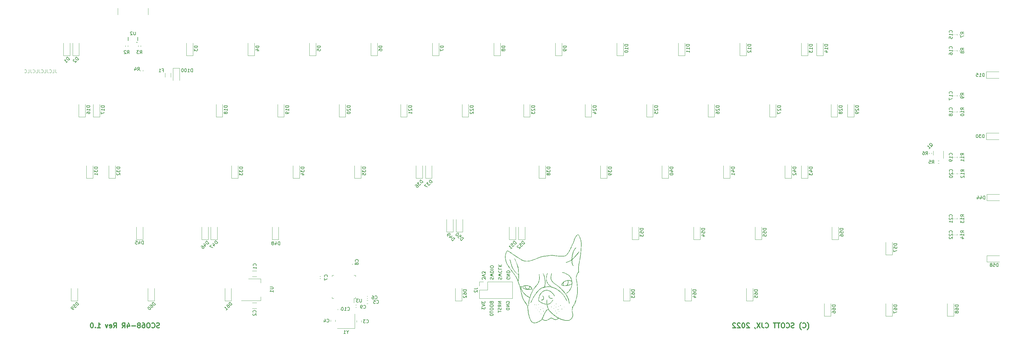
<source format=gbr>
%TF.GenerationSoftware,KiCad,Pcbnew,(6.0.6-0)*%
%TF.CreationDate,2022-07-20T23:02:44+08:00*%
%TF.ProjectId,SCO68R,53434f36-3852-42e6-9b69-6361645f7063,rev?*%
%TF.SameCoordinates,Original*%
%TF.FileFunction,Legend,Bot*%
%TF.FilePolarity,Positive*%
%FSLAX46Y46*%
G04 Gerber Fmt 4.6, Leading zero omitted, Abs format (unit mm)*
G04 Created by KiCad (PCBNEW (6.0.6-0)) date 2022-07-20 23:02:44*
%MOMM*%
%LPD*%
G01*
G04 APERTURE LIST*
%ADD10C,0.100000*%
%ADD11C,0.300000*%
%ADD12C,0.200000*%
%ADD13C,0.150000*%
%ADD14C,0.120000*%
%ADD15C,0.127000*%
%ADD16C,0.140000*%
G04 APERTURE END LIST*
D10*
X-32033152Y106516419D02*
X-32033152Y105802133D01*
X-31985533Y105659276D01*
X-31890295Y105564038D01*
X-31747438Y105516419D01*
X-31652200Y105516419D01*
X-32985533Y105516419D02*
X-32509342Y105516419D01*
X-32509342Y106516419D01*
X-33890295Y105611657D02*
X-33842676Y105564038D01*
X-33699819Y105516419D01*
X-33604580Y105516419D01*
X-33461723Y105564038D01*
X-33366485Y105659276D01*
X-33318866Y105754514D01*
X-33271247Y105944990D01*
X-33271247Y106087847D01*
X-33318866Y106278323D01*
X-33366485Y106373561D01*
X-33461723Y106468800D01*
X-33604580Y106516419D01*
X-33699819Y106516419D01*
X-33842676Y106468800D01*
X-33890295Y106421180D01*
X-34604580Y106516419D02*
X-34604580Y105802133D01*
X-34556961Y105659276D01*
X-34461723Y105564038D01*
X-34318866Y105516419D01*
X-34223628Y105516419D01*
X-35556961Y105516419D02*
X-35080771Y105516419D01*
X-35080771Y106516419D01*
X-36461723Y105611657D02*
X-36414104Y105564038D01*
X-36271247Y105516419D01*
X-36176009Y105516419D01*
X-36033152Y105564038D01*
X-35937914Y105659276D01*
X-35890295Y105754514D01*
X-35842676Y105944990D01*
X-35842676Y106087847D01*
X-35890295Y106278323D01*
X-35937914Y106373561D01*
X-36033152Y106468800D01*
X-36176009Y106516419D01*
X-36271247Y106516419D01*
X-36414104Y106468800D01*
X-36461723Y106421180D01*
X-37176009Y106516419D02*
X-37176009Y105802133D01*
X-37128390Y105659276D01*
X-37033152Y105564038D01*
X-36890295Y105516419D01*
X-36795057Y105516419D01*
X-38128390Y105516419D02*
X-37652200Y105516419D01*
X-37652200Y106516419D01*
X-39033152Y105611657D02*
X-38985533Y105564038D01*
X-38842676Y105516419D01*
X-38747438Y105516419D01*
X-38604580Y105564038D01*
X-38509342Y105659276D01*
X-38461723Y105754514D01*
X-38414104Y105944990D01*
X-38414104Y106087847D01*
X-38461723Y106278323D01*
X-38509342Y106373561D01*
X-38604580Y106468800D01*
X-38747438Y106516419D01*
X-38842676Y106516419D01*
X-38985533Y106468800D01*
X-39033152Y106421180D01*
X-39747438Y106516419D02*
X-39747438Y105802133D01*
X-39699819Y105659276D01*
X-39604580Y105564038D01*
X-39461723Y105516419D01*
X-39366485Y105516419D01*
X-40699819Y105516419D02*
X-40223628Y105516419D01*
X-40223628Y106516419D01*
X-41604580Y105611657D02*
X-41556961Y105564038D01*
X-41414104Y105516419D01*
X-41318866Y105516419D01*
X-41176009Y105564038D01*
X-41080771Y105659276D01*
X-41033152Y105754514D01*
X-40985533Y105944990D01*
X-40985533Y106087847D01*
X-41033152Y106278323D01*
X-41080771Y106373561D01*
X-41176009Y106468800D01*
X-41318866Y106516419D01*
X-41414104Y106516419D01*
X-41556961Y106468800D01*
X-41604580Y106421180D01*
D11*
X200931428Y25690000D02*
X201002857Y25761428D01*
X201145714Y25975714D01*
X201217142Y26118571D01*
X201288571Y26332857D01*
X201360000Y26690000D01*
X201360000Y26975714D01*
X201288571Y27332857D01*
X201217142Y27547142D01*
X201145714Y27690000D01*
X201002857Y27904285D01*
X200931428Y27975714D01*
X199502857Y26404285D02*
X199574285Y26332857D01*
X199788571Y26261428D01*
X199931428Y26261428D01*
X200145714Y26332857D01*
X200288571Y26475714D01*
X200360000Y26618571D01*
X200431428Y26904285D01*
X200431428Y27118571D01*
X200360000Y27404285D01*
X200288571Y27547142D01*
X200145714Y27690000D01*
X199931428Y27761428D01*
X199788571Y27761428D01*
X199574285Y27690000D01*
X199502857Y27618571D01*
X199002857Y25690000D02*
X198931428Y25761428D01*
X198788571Y25975714D01*
X198717142Y26118571D01*
X198645714Y26332857D01*
X198574285Y26690000D01*
X198574285Y26975714D01*
X198645714Y27332857D01*
X198717142Y27547142D01*
X198788571Y27690000D01*
X198931428Y27904285D01*
X199002857Y27975714D01*
X196788571Y26332857D02*
X196574285Y26261428D01*
X196217142Y26261428D01*
X196074285Y26332857D01*
X196002857Y26404285D01*
X195931428Y26547142D01*
X195931428Y26690000D01*
X196002857Y26832857D01*
X196074285Y26904285D01*
X196217142Y26975714D01*
X196502857Y27047142D01*
X196645714Y27118571D01*
X196717142Y27190000D01*
X196788571Y27332857D01*
X196788571Y27475714D01*
X196717142Y27618571D01*
X196645714Y27690000D01*
X196502857Y27761428D01*
X196145714Y27761428D01*
X195931428Y27690000D01*
X194431428Y26404285D02*
X194502857Y26332857D01*
X194717142Y26261428D01*
X194860000Y26261428D01*
X195074285Y26332857D01*
X195217142Y26475714D01*
X195288571Y26618571D01*
X195360000Y26904285D01*
X195360000Y27118571D01*
X195288571Y27404285D01*
X195217142Y27547142D01*
X195074285Y27690000D01*
X194860000Y27761428D01*
X194717142Y27761428D01*
X194502857Y27690000D01*
X194431428Y27618571D01*
X193502857Y27761428D02*
X193217142Y27761428D01*
X193074285Y27690000D01*
X192931428Y27547142D01*
X192860000Y27261428D01*
X192860000Y26761428D01*
X192931428Y26475714D01*
X193074285Y26332857D01*
X193217142Y26261428D01*
X193502857Y26261428D01*
X193645714Y26332857D01*
X193788571Y26475714D01*
X193860000Y26761428D01*
X193860000Y27261428D01*
X193788571Y27547142D01*
X193645714Y27690000D01*
X193502857Y27761428D01*
X192431428Y27761428D02*
X191574285Y27761428D01*
X192002857Y26261428D02*
X192002857Y27761428D01*
X191288571Y27761428D02*
X190431428Y27761428D01*
X190860000Y26261428D02*
X190860000Y27761428D01*
X187931428Y26404285D02*
X188002857Y26332857D01*
X188217142Y26261428D01*
X188360000Y26261428D01*
X188574285Y26332857D01*
X188717142Y26475714D01*
X188788571Y26618571D01*
X188860000Y26904285D01*
X188860000Y27118571D01*
X188788571Y27404285D01*
X188717142Y27547142D01*
X188574285Y27690000D01*
X188360000Y27761428D01*
X188217142Y27761428D01*
X188002857Y27690000D01*
X187931428Y27618571D01*
X186860000Y27761428D02*
X186860000Y26690000D01*
X186931428Y26475714D01*
X187074285Y26332857D01*
X187288571Y26261428D01*
X187431428Y26261428D01*
X186288571Y27761428D02*
X185288571Y26261428D01*
X185288571Y27761428D02*
X186288571Y26261428D01*
X184645714Y26332857D02*
X184645714Y26261428D01*
X184717142Y26118571D01*
X184788571Y26047142D01*
X182931428Y27618571D02*
X182860000Y27690000D01*
X182717142Y27761428D01*
X182360000Y27761428D01*
X182217142Y27690000D01*
X182145714Y27618571D01*
X182074285Y27475714D01*
X182074285Y27332857D01*
X182145714Y27118571D01*
X183002857Y26261428D01*
X182074285Y26261428D01*
X181145714Y27761428D02*
X181002857Y27761428D01*
X180860000Y27690000D01*
X180788571Y27618571D01*
X180717142Y27475714D01*
X180645714Y27190000D01*
X180645714Y26832857D01*
X180717142Y26547142D01*
X180788571Y26404285D01*
X180860000Y26332857D01*
X181002857Y26261428D01*
X181145714Y26261428D01*
X181288571Y26332857D01*
X181360000Y26404285D01*
X181431428Y26547142D01*
X181502857Y26832857D01*
X181502857Y27190000D01*
X181431428Y27475714D01*
X181360000Y27618571D01*
X181288571Y27690000D01*
X181145714Y27761428D01*
X180074285Y27618571D02*
X180002857Y27690000D01*
X179860000Y27761428D01*
X179502857Y27761428D01*
X179360000Y27690000D01*
X179288571Y27618571D01*
X179217142Y27475714D01*
X179217142Y27332857D01*
X179288571Y27118571D01*
X180145714Y26261428D01*
X179217142Y26261428D01*
X178645714Y27618571D02*
X178574285Y27690000D01*
X178431428Y27761428D01*
X178074285Y27761428D01*
X177931428Y27690000D01*
X177860000Y27618571D01*
X177788571Y27475714D01*
X177788571Y27332857D01*
X177860000Y27118571D01*
X178717142Y26261428D01*
X177788571Y26261428D01*
X188371Y26332857D02*
X-25914Y26261428D01*
X-383057Y26261428D01*
X-525914Y26332857D01*
X-597342Y26404285D01*
X-668771Y26547142D01*
X-668771Y26690000D01*
X-597342Y26832857D01*
X-525914Y26904285D01*
X-383057Y26975714D01*
X-97342Y27047142D01*
X45514Y27118571D01*
X116942Y27190000D01*
X188371Y27332857D01*
X188371Y27475714D01*
X116942Y27618571D01*
X45514Y27690000D01*
X-97342Y27761428D01*
X-454485Y27761428D01*
X-668771Y27690000D01*
X-2168771Y26404285D02*
X-2097342Y26332857D01*
X-1883057Y26261428D01*
X-1740200Y26261428D01*
X-1525914Y26332857D01*
X-1383057Y26475714D01*
X-1311628Y26618571D01*
X-1240200Y26904285D01*
X-1240200Y27118571D01*
X-1311628Y27404285D01*
X-1383057Y27547142D01*
X-1525914Y27690000D01*
X-1740200Y27761428D01*
X-1883057Y27761428D01*
X-2097342Y27690000D01*
X-2168771Y27618571D01*
X-3097342Y27761428D02*
X-3383057Y27761428D01*
X-3525914Y27690000D01*
X-3668771Y27547142D01*
X-3740200Y27261428D01*
X-3740200Y26761428D01*
X-3668771Y26475714D01*
X-3525914Y26332857D01*
X-3383057Y26261428D01*
X-3097342Y26261428D01*
X-2954485Y26332857D01*
X-2811628Y26475714D01*
X-2740200Y26761428D01*
X-2740200Y27261428D01*
X-2811628Y27547142D01*
X-2954485Y27690000D01*
X-3097342Y27761428D01*
X-5025914Y27761428D02*
X-4740199Y27761428D01*
X-4597342Y27690000D01*
X-4525914Y27618571D01*
X-4383057Y27404285D01*
X-4311628Y27118571D01*
X-4311628Y26547142D01*
X-4383057Y26404285D01*
X-4454485Y26332857D01*
X-4597342Y26261428D01*
X-4883057Y26261428D01*
X-5025914Y26332857D01*
X-5097342Y26404285D01*
X-5168771Y26547142D01*
X-5168771Y26904285D01*
X-5097342Y27047142D01*
X-5025914Y27118571D01*
X-4883057Y27190000D01*
X-4597342Y27190000D01*
X-4454485Y27118571D01*
X-4383057Y27047142D01*
X-4311628Y26904285D01*
X-6025914Y27118571D02*
X-5883057Y27190000D01*
X-5811628Y27261428D01*
X-5740199Y27404285D01*
X-5740199Y27475714D01*
X-5811628Y27618571D01*
X-5883057Y27690000D01*
X-6025914Y27761428D01*
X-6311628Y27761428D01*
X-6454485Y27690000D01*
X-6525914Y27618571D01*
X-6597342Y27475714D01*
X-6597342Y27404285D01*
X-6525914Y27261428D01*
X-6454485Y27190000D01*
X-6311628Y27118571D01*
X-6025914Y27118571D01*
X-5883057Y27047142D01*
X-5811628Y26975714D01*
X-5740199Y26832857D01*
X-5740199Y26547142D01*
X-5811628Y26404285D01*
X-5883057Y26332857D01*
X-6025914Y26261428D01*
X-6311628Y26261428D01*
X-6454485Y26332857D01*
X-6525914Y26404285D01*
X-6597342Y26547142D01*
X-6597342Y26832857D01*
X-6525914Y26975714D01*
X-6454485Y27047142D01*
X-6311628Y27118571D01*
X-7240199Y26832857D02*
X-8383057Y26832857D01*
X-9740200Y27261428D02*
X-9740200Y26261428D01*
X-9383057Y27832857D02*
X-9025914Y26761428D01*
X-9954485Y26761428D01*
X-11383057Y26261428D02*
X-10883057Y26975714D01*
X-10525914Y26261428D02*
X-10525914Y27761428D01*
X-11097342Y27761428D01*
X-11240200Y27690000D01*
X-11311628Y27618571D01*
X-11383057Y27475714D01*
X-11383057Y27261428D01*
X-11311628Y27118571D01*
X-11240200Y27047142D01*
X-11097342Y26975714D01*
X-10525914Y26975714D01*
X-14025914Y26261428D02*
X-13525914Y26975714D01*
X-13168771Y26261428D02*
X-13168771Y27761428D01*
X-13740200Y27761428D01*
X-13883057Y27690000D01*
X-13954485Y27618571D01*
X-14025914Y27475714D01*
X-14025914Y27261428D01*
X-13954485Y27118571D01*
X-13883057Y27047142D01*
X-13740200Y26975714D01*
X-13168771Y26975714D01*
X-15240200Y26332857D02*
X-15097342Y26261428D01*
X-14811628Y26261428D01*
X-14668771Y26332857D01*
X-14597342Y26475714D01*
X-14597342Y27047142D01*
X-14668771Y27190000D01*
X-14811628Y27261428D01*
X-15097342Y27261428D01*
X-15240200Y27190000D01*
X-15311628Y27047142D01*
X-15311628Y26904285D01*
X-14597342Y26761428D01*
X-15811628Y27261428D02*
X-16168771Y26261428D01*
X-16525914Y27261428D01*
X-19025914Y26261428D02*
X-18168771Y26261428D01*
X-18597342Y26261428D02*
X-18597342Y27761428D01*
X-18454485Y27547142D01*
X-18311628Y27404285D01*
X-18168771Y27332857D01*
X-19668771Y26404285D02*
X-19740200Y26332857D01*
X-19668771Y26261428D01*
X-19597342Y26332857D01*
X-19668771Y26404285D01*
X-19668771Y26261428D01*
X-20668771Y27761428D02*
X-20811628Y27761428D01*
X-20954485Y27690000D01*
X-21025914Y27618571D01*
X-21097342Y27475714D01*
X-21168771Y27190000D01*
X-21168771Y26832857D01*
X-21097342Y26547142D01*
X-21025914Y26404285D01*
X-20954485Y26332857D01*
X-20811628Y26261428D01*
X-20668771Y26261428D01*
X-20525914Y26332857D01*
X-20454485Y26404285D01*
X-20383057Y26547142D01*
X-20311628Y26832857D01*
X-20311628Y27190000D01*
X-20383057Y27475714D01*
X-20454485Y27618571D01*
X-20525914Y27690000D01*
X-20668771Y27761428D01*
D12*
X107683400Y33931495D02*
X107635780Y34026733D01*
X107635780Y34169590D01*
X107683400Y34312447D01*
X107778638Y34407685D01*
X107873876Y34455304D01*
X108064352Y34502923D01*
X108207209Y34502923D01*
X108397685Y34455304D01*
X108492923Y34407685D01*
X108588161Y34312447D01*
X108635780Y34169590D01*
X108635780Y34074352D01*
X108588161Y33931495D01*
X108540542Y33883876D01*
X108207209Y33883876D01*
X108207209Y34074352D01*
X108635780Y33455304D02*
X107635780Y33455304D01*
X108635780Y32883876D01*
X107635780Y32883876D01*
X108635780Y32407685D02*
X107635780Y32407685D01*
X107635780Y32169590D01*
X107683400Y32026733D01*
X107778638Y31931495D01*
X107873876Y31883876D01*
X108064352Y31836257D01*
X108207209Y31836257D01*
X108397685Y31883876D01*
X108492923Y31931495D01*
X108588161Y32026733D01*
X108635780Y32169590D01*
X108635780Y32407685D01*
X103062636Y34121971D02*
X103110255Y33979114D01*
X103157874Y33931495D01*
X103253112Y33883876D01*
X103395969Y33883876D01*
X103491207Y33931495D01*
X103538826Y33979114D01*
X103586445Y34074352D01*
X103586445Y34455304D01*
X102586445Y34455304D01*
X102586445Y34121971D01*
X102634065Y34026733D01*
X102681684Y33979114D01*
X102776922Y33931495D01*
X102872160Y33931495D01*
X102967398Y33979114D01*
X103015017Y34026733D01*
X103062636Y34121971D01*
X103062636Y34455304D01*
X102586445Y33264828D02*
X102586445Y33074352D01*
X102634065Y32979114D01*
X102729303Y32883876D01*
X102919779Y32836257D01*
X103253112Y32836257D01*
X103443588Y32883876D01*
X103538826Y32979114D01*
X103586445Y33074352D01*
X103586445Y33264828D01*
X103538826Y33360066D01*
X103443588Y33455304D01*
X103253112Y33502923D01*
X102919779Y33502923D01*
X102729303Y33455304D01*
X102634065Y33360066D01*
X102586445Y33264828D01*
X102586445Y32217209D02*
X102586445Y32026733D01*
X102634065Y31931495D01*
X102729303Y31836257D01*
X102919779Y31788638D01*
X103253112Y31788638D01*
X103443588Y31836257D01*
X103538826Y31931495D01*
X103586445Y32026733D01*
X103586445Y32217209D01*
X103538826Y32312447D01*
X103443588Y32407685D01*
X103253112Y32455304D01*
X102919779Y32455304D01*
X102729303Y32407685D01*
X102634065Y32312447D01*
X102586445Y32217209D01*
X102586445Y31502923D02*
X102586445Y30931495D01*
X103586445Y31217209D02*
X102586445Y31217209D01*
X102586445Y30407685D02*
X102586445Y30312447D01*
X102634065Y30217209D01*
X102681684Y30169590D01*
X102776922Y30121971D01*
X102967398Y30074352D01*
X103205493Y30074352D01*
X103395969Y30121971D01*
X103491207Y30169590D01*
X103538826Y30217209D01*
X103586445Y30312447D01*
X103586445Y30407685D01*
X103538826Y30502923D01*
X103491207Y30550542D01*
X103395969Y30598161D01*
X103205493Y30645780D01*
X102967398Y30645780D01*
X102776922Y30598161D01*
X102681684Y30550542D01*
X102634065Y30502923D01*
X102586445Y30407685D01*
X106111112Y34455304D02*
X105111112Y34455304D01*
X106111112Y33883876D01*
X105111112Y33883876D01*
X106111112Y32836257D02*
X105634922Y33169590D01*
X106111112Y33407685D02*
X105111112Y33407685D01*
X105111112Y33026733D01*
X105158732Y32931495D01*
X105206351Y32883876D01*
X105301589Y32836257D01*
X105444446Y32836257D01*
X105539684Y32883876D01*
X105587303Y32931495D01*
X105634922Y33026733D01*
X105634922Y33407685D01*
X106063493Y32455304D02*
X106111112Y32312447D01*
X106111112Y32074352D01*
X106063493Y31979114D01*
X106015874Y31931495D01*
X105920636Y31883876D01*
X105825398Y31883876D01*
X105730160Y31931495D01*
X105682541Y31979114D01*
X105634922Y32074352D01*
X105587303Y32264828D01*
X105539684Y32360066D01*
X105492065Y32407685D01*
X105396827Y32455304D01*
X105301589Y32455304D01*
X105206351Y32407685D01*
X105158732Y32360066D01*
X105111112Y32264828D01*
X105111112Y32026733D01*
X105158732Y31883876D01*
X105111112Y31598161D02*
X105111112Y31026733D01*
X106111112Y31312447D02*
X105111112Y31312447D01*
X100061780Y34550542D02*
X100061780Y33931495D01*
X100442733Y34264828D01*
X100442733Y34121971D01*
X100490352Y34026733D01*
X100537971Y33979114D01*
X100633209Y33931495D01*
X100871304Y33931495D01*
X100966542Y33979114D01*
X101014161Y34026733D01*
X101061780Y34121971D01*
X101061780Y34407685D01*
X101014161Y34502923D01*
X100966542Y34550542D01*
X100061780Y33645780D02*
X101061780Y33312447D01*
X100061780Y32979114D01*
X100061780Y32741019D02*
X100061780Y32121971D01*
X100442733Y32455304D01*
X100442733Y32312447D01*
X100490352Y32217209D01*
X100537971Y32169590D01*
X100633209Y32121971D01*
X100871304Y32121971D01*
X100966542Y32169590D01*
X101014161Y32217209D01*
X101061780Y32312447D01*
X101061780Y32598161D01*
X101014161Y32693400D01*
X100966542Y32741019D01*
X105274572Y41345876D02*
X105226953Y41488733D01*
X105226953Y41726828D01*
X105274572Y41822066D01*
X105322191Y41869685D01*
X105417429Y41917304D01*
X105512667Y41917304D01*
X105607905Y41869685D01*
X105655524Y41822066D01*
X105703143Y41726828D01*
X105750762Y41536352D01*
X105798381Y41441114D01*
X105846000Y41393495D01*
X105941238Y41345876D01*
X106036476Y41345876D01*
X106131714Y41393495D01*
X106179334Y41441114D01*
X106226953Y41536352D01*
X106226953Y41774447D01*
X106179334Y41917304D01*
X106226953Y42250638D02*
X105226953Y42488733D01*
X105941238Y42679209D01*
X105226953Y42869685D01*
X106226953Y43107780D01*
X105322191Y44060161D02*
X105274572Y44012542D01*
X105226953Y43869685D01*
X105226953Y43774447D01*
X105274572Y43631590D01*
X105369810Y43536352D01*
X105465048Y43488733D01*
X105655524Y43441114D01*
X105798381Y43441114D01*
X105988857Y43488733D01*
X106084095Y43536352D01*
X106179334Y43631590D01*
X106226953Y43774447D01*
X106226953Y43869685D01*
X106179334Y44012542D01*
X106131714Y44060161D01*
X105226953Y44964923D02*
X105226953Y44488733D01*
X106226953Y44488733D01*
X105226953Y45298257D02*
X106226953Y45298257D01*
X105226953Y45869685D02*
X105798381Y45441114D01*
X106226953Y45869685D02*
X105655524Y45298257D01*
X108704000Y41917304D02*
X108751619Y41822066D01*
X108751619Y41679209D01*
X108704000Y41536352D01*
X108608761Y41441114D01*
X108513523Y41393495D01*
X108323047Y41345876D01*
X108180190Y41345876D01*
X107989714Y41393495D01*
X107894476Y41441114D01*
X107799238Y41536352D01*
X107751619Y41679209D01*
X107751619Y41774447D01*
X107799238Y41917304D01*
X107846857Y41964923D01*
X108180190Y41964923D01*
X108180190Y41774447D01*
X107751619Y42393495D02*
X108751619Y42393495D01*
X107751619Y42964923D01*
X108751619Y42964923D01*
X107751619Y43441114D02*
X108751619Y43441114D01*
X108751619Y43679209D01*
X108704000Y43822066D01*
X108608761Y43917304D01*
X108513523Y43964923D01*
X108323047Y44012542D01*
X108180190Y44012542D01*
X107989714Y43964923D01*
X107894476Y43917304D01*
X107799238Y43822066D01*
X107751619Y43679209D01*
X107751619Y43441114D01*
X101177619Y41298257D02*
X101177619Y41917304D01*
X100796666Y41583971D01*
X100796666Y41726828D01*
X100749047Y41822066D01*
X100701428Y41869685D01*
X100606190Y41917304D01*
X100368095Y41917304D01*
X100272857Y41869685D01*
X100225238Y41822066D01*
X100177619Y41726828D01*
X100177619Y41441114D01*
X100225238Y41345876D01*
X100272857Y41298257D01*
X101177619Y42203019D02*
X100177619Y42536352D01*
X101177619Y42869685D01*
X101177619Y43107780D02*
X101177619Y43726828D01*
X100796666Y43393495D01*
X100796666Y43536352D01*
X100749047Y43631590D01*
X100701428Y43679209D01*
X100606190Y43726828D01*
X100368095Y43726828D01*
X100272857Y43679209D01*
X100225238Y43631590D01*
X100177619Y43536352D01*
X100177619Y43250638D01*
X100225238Y43155400D01*
X100272857Y43107780D01*
X102749906Y41345876D02*
X102702287Y41488733D01*
X102702287Y41726828D01*
X102749906Y41822066D01*
X102797525Y41869685D01*
X102892763Y41917304D01*
X102988001Y41917304D01*
X103083239Y41869685D01*
X103130858Y41822066D01*
X103178477Y41726828D01*
X103226096Y41536352D01*
X103273715Y41441114D01*
X103321334Y41393495D01*
X103416572Y41345876D01*
X103511810Y41345876D01*
X103607048Y41393495D01*
X103654668Y41441114D01*
X103702287Y41536352D01*
X103702287Y41774447D01*
X103654668Y41917304D01*
X103702287Y42250638D02*
X102702287Y42488733D01*
X103416572Y42679209D01*
X102702287Y42869685D01*
X103702287Y43107780D01*
X102702287Y43488733D02*
X103702287Y43488733D01*
X103702287Y43726828D01*
X103654668Y43869685D01*
X103559429Y43964923D01*
X103464191Y44012542D01*
X103273715Y44060161D01*
X103130858Y44060161D01*
X102940382Y44012542D01*
X102845144Y43964923D01*
X102749906Y43869685D01*
X102702287Y43726828D01*
X102702287Y43488733D01*
X102702287Y44488733D02*
X103702287Y44488733D01*
X103702287Y45155400D02*
X103702287Y45345876D01*
X103654668Y45441114D01*
X103559429Y45536352D01*
X103368953Y45583971D01*
X103035620Y45583971D01*
X102845144Y45536352D01*
X102749906Y45441114D01*
X102702287Y45345876D01*
X102702287Y45155400D01*
X102749906Y45060161D01*
X102845144Y44964923D01*
X103035620Y44917304D01*
X103368953Y44917304D01*
X103559429Y44964923D01*
X103654668Y45060161D01*
X103702287Y45155400D01*
D13*
%TO.C,D30*%
X255684285Y85341456D02*
X255684285Y86341456D01*
X255446190Y86341456D01*
X255303333Y86293837D01*
X255208095Y86198598D01*
X255160476Y86103360D01*
X255112857Y85912884D01*
X255112857Y85770027D01*
X255160476Y85579551D01*
X255208095Y85484313D01*
X255303333Y85389075D01*
X255446190Y85341456D01*
X255684285Y85341456D01*
X254779523Y86341456D02*
X254160476Y86341456D01*
X254493809Y85960503D01*
X254350952Y85960503D01*
X254255714Y85912884D01*
X254208095Y85865265D01*
X254160476Y85770027D01*
X254160476Y85531932D01*
X254208095Y85436694D01*
X254255714Y85389075D01*
X254350952Y85341456D01*
X254636666Y85341456D01*
X254731904Y85389075D01*
X254779523Y85436694D01*
X253541428Y86341456D02*
X253446190Y86341456D01*
X253350952Y86293837D01*
X253303333Y86246217D01*
X253255714Y86150979D01*
X253208095Y85960503D01*
X253208095Y85722408D01*
X253255714Y85531932D01*
X253303333Y85436694D01*
X253350952Y85389075D01*
X253446190Y85341456D01*
X253541428Y85341456D01*
X253636666Y85389075D01*
X253684285Y85436694D01*
X253731904Y85531932D01*
X253779523Y85722408D01*
X253779523Y85960503D01*
X253731904Y86150979D01*
X253684285Y86246217D01*
X253636666Y86293837D01*
X253541428Y86341456D01*
%TO.C,D67*%
X228671130Y33361160D02*
X227671130Y33361160D01*
X227671130Y33123065D01*
X227718750Y32980208D01*
X227813988Y32884970D01*
X227909226Y32837351D01*
X228099702Y32789732D01*
X228242559Y32789732D01*
X228433035Y32837351D01*
X228528273Y32884970D01*
X228623511Y32980208D01*
X228671130Y33123065D01*
X228671130Y33361160D01*
X227671130Y31932589D02*
X227671130Y32123065D01*
X227718750Y32218303D01*
X227766369Y32265922D01*
X227909226Y32361160D01*
X228099702Y32408779D01*
X228480654Y32408779D01*
X228575892Y32361160D01*
X228623511Y32313541D01*
X228671130Y32218303D01*
X228671130Y32027827D01*
X228623511Y31932589D01*
X228575892Y31884970D01*
X228480654Y31837351D01*
X228242559Y31837351D01*
X228147321Y31884970D01*
X228099702Y31932589D01*
X228052083Y32027827D01*
X228052083Y32218303D01*
X228099702Y32313541D01*
X228147321Y32361160D01*
X228242559Y32408779D01*
X227671130Y31504017D02*
X227671130Y30837351D01*
X228671130Y31265922D01*
%TO.C,C2*%
X30034960Y31060672D02*
X30082579Y31108291D01*
X30130198Y31251148D01*
X30130198Y31346386D01*
X30082579Y31489244D01*
X29987341Y31584482D01*
X29892103Y31632101D01*
X29701627Y31679720D01*
X29558770Y31679720D01*
X29368294Y31632101D01*
X29273056Y31584482D01*
X29177818Y31489244D01*
X29130198Y31346386D01*
X29130198Y31251148D01*
X29177818Y31108291D01*
X29225437Y31060672D01*
X29225437Y30679720D02*
X29177818Y30632101D01*
X29130198Y30536863D01*
X29130198Y30298767D01*
X29177818Y30203529D01*
X29225437Y30155910D01*
X29320675Y30108291D01*
X29415913Y30108291D01*
X29558770Y30155910D01*
X30130198Y30727339D01*
X30130198Y30108291D01*
%TO.C,D55*%
X188189880Y57173660D02*
X187189880Y57173660D01*
X187189880Y56935565D01*
X187237500Y56792708D01*
X187332738Y56697470D01*
X187427976Y56649851D01*
X187618452Y56602232D01*
X187761309Y56602232D01*
X187951785Y56649851D01*
X188047023Y56697470D01*
X188142261Y56792708D01*
X188189880Y56935565D01*
X188189880Y57173660D01*
X187189880Y55697470D02*
X187189880Y56173660D01*
X187666071Y56221279D01*
X187618452Y56173660D01*
X187570833Y56078422D01*
X187570833Y55840327D01*
X187618452Y55745089D01*
X187666071Y55697470D01*
X187761309Y55649851D01*
X187999404Y55649851D01*
X188094642Y55697470D01*
X188142261Y55745089D01*
X188189880Y55840327D01*
X188189880Y56078422D01*
X188142261Y56173660D01*
X188094642Y56221279D01*
X187189880Y54745089D02*
X187189880Y55221279D01*
X187666071Y55268898D01*
X187618452Y55221279D01*
X187570833Y55126041D01*
X187570833Y54887946D01*
X187618452Y54792708D01*
X187666071Y54745089D01*
X187761309Y54697470D01*
X187999404Y54697470D01*
X188094642Y54745089D01*
X188142261Y54792708D01*
X188189880Y54887946D01*
X188189880Y55126041D01*
X188142261Y55221279D01*
X188094642Y55268898D01*
%TO.C,D29*%
X216812380Y95294285D02*
X215812380Y95294285D01*
X215812380Y95056190D01*
X215860000Y94913333D01*
X215955238Y94818095D01*
X216050476Y94770476D01*
X216240952Y94722857D01*
X216383809Y94722857D01*
X216574285Y94770476D01*
X216669523Y94818095D01*
X216764761Y94913333D01*
X216812380Y95056190D01*
X216812380Y95294285D01*
X215907619Y94341904D02*
X215860000Y94294285D01*
X215812380Y94199047D01*
X215812380Y93960952D01*
X215860000Y93865714D01*
X215907619Y93818095D01*
X216002857Y93770476D01*
X216098095Y93770476D01*
X216240952Y93818095D01*
X216812380Y94389523D01*
X216812380Y93770476D01*
X216812380Y93294285D02*
X216812380Y93103809D01*
X216764761Y93008571D01*
X216717142Y92960952D01*
X216574285Y92865714D01*
X216383809Y92818095D01*
X216002857Y92818095D01*
X215907619Y92865714D01*
X215860000Y92913333D01*
X215812380Y93008571D01*
X215812380Y93199047D01*
X215860000Y93294285D01*
X215907619Y93341904D01*
X216002857Y93389523D01*
X216240952Y93389523D01*
X216336190Y93341904D01*
X216383809Y93294285D01*
X216431428Y93199047D01*
X216431428Y93008571D01*
X216383809Y92913333D01*
X216336190Y92865714D01*
X216240952Y92818095D01*
%TO.C,D64*%
X166449255Y38123660D02*
X165449255Y38123660D01*
X165449255Y37885565D01*
X165496875Y37742708D01*
X165592113Y37647470D01*
X165687351Y37599851D01*
X165877827Y37552232D01*
X166020684Y37552232D01*
X166211160Y37599851D01*
X166306398Y37647470D01*
X166401636Y37742708D01*
X166449255Y37885565D01*
X166449255Y38123660D01*
X165449255Y36695089D02*
X165449255Y36885565D01*
X165496875Y36980803D01*
X165544494Y37028422D01*
X165687351Y37123660D01*
X165877827Y37171279D01*
X166258779Y37171279D01*
X166354017Y37123660D01*
X166401636Y37076041D01*
X166449255Y36980803D01*
X166449255Y36790327D01*
X166401636Y36695089D01*
X166354017Y36647470D01*
X166258779Y36599851D01*
X166020684Y36599851D01*
X165925446Y36647470D01*
X165877827Y36695089D01*
X165830208Y36790327D01*
X165830208Y36980803D01*
X165877827Y37076041D01*
X165925446Y37123660D01*
X166020684Y37171279D01*
X165782589Y35742708D02*
X166449255Y35742708D01*
X165401636Y35980803D02*
X166115922Y36218898D01*
X166115922Y35599851D01*
%TO.C,D16*%
X-21360119Y95273660D02*
X-22360119Y95273660D01*
X-22360119Y95035565D01*
X-22312500Y94892708D01*
X-22217261Y94797470D01*
X-22122023Y94749851D01*
X-21931547Y94702232D01*
X-21788690Y94702232D01*
X-21598214Y94749851D01*
X-21502976Y94797470D01*
X-21407738Y94892708D01*
X-21360119Y95035565D01*
X-21360119Y95273660D01*
X-21360119Y93749851D02*
X-21360119Y94321279D01*
X-21360119Y94035565D02*
X-22360119Y94035565D01*
X-22217261Y94130803D01*
X-22122023Y94226041D01*
X-22074404Y94321279D01*
X-22360119Y92892708D02*
X-22360119Y93083184D01*
X-22312500Y93178422D01*
X-22264880Y93226041D01*
X-22122023Y93321279D01*
X-21931547Y93368898D01*
X-21550595Y93368898D01*
X-21455357Y93321279D01*
X-21407738Y93273660D01*
X-21360119Y93178422D01*
X-21360119Y92987946D01*
X-21407738Y92892708D01*
X-21455357Y92845089D01*
X-21550595Y92797470D01*
X-21788690Y92797470D01*
X-21883928Y92845089D01*
X-21931547Y92892708D01*
X-21979166Y92987946D01*
X-21979166Y93178422D01*
X-21931547Y93273660D01*
X-21883928Y93321279D01*
X-21788690Y93368898D01*
%TO.C,C7*%
X52167338Y42116665D02*
X52214957Y42164284D01*
X52262576Y42307141D01*
X52262576Y42402379D01*
X52214957Y42545237D01*
X52119719Y42640475D01*
X52024481Y42688094D01*
X51834005Y42735713D01*
X51691148Y42735713D01*
X51500672Y42688094D01*
X51405434Y42640475D01*
X51310196Y42545237D01*
X51262576Y42402379D01*
X51262576Y42307141D01*
X51310196Y42164284D01*
X51357815Y42116665D01*
X51262576Y41783332D02*
X51262576Y41116665D01*
X52262576Y41545237D01*
%TO.C,D27*%
X192643005Y95273660D02*
X191643005Y95273660D01*
X191643005Y95035565D01*
X191690625Y94892708D01*
X191785863Y94797470D01*
X191881101Y94749851D01*
X192071577Y94702232D01*
X192214434Y94702232D01*
X192404910Y94749851D01*
X192500148Y94797470D01*
X192595386Y94892708D01*
X192643005Y95035565D01*
X192643005Y95273660D01*
X191738244Y94321279D02*
X191690625Y94273660D01*
X191643005Y94178422D01*
X191643005Y93940327D01*
X191690625Y93845089D01*
X191738244Y93797470D01*
X191833482Y93749851D01*
X191928720Y93749851D01*
X192071577Y93797470D01*
X192643005Y94368898D01*
X192643005Y93749851D01*
X191643005Y93416517D02*
X191643005Y92749851D01*
X192643005Y93178422D01*
%TO.C,D53*%
X150089880Y57173660D02*
X149089880Y57173660D01*
X149089880Y56935565D01*
X149137500Y56792708D01*
X149232738Y56697470D01*
X149327976Y56649851D01*
X149518452Y56602232D01*
X149661309Y56602232D01*
X149851785Y56649851D01*
X149947023Y56697470D01*
X150042261Y56792708D01*
X150089880Y56935565D01*
X150089880Y57173660D01*
X149089880Y55697470D02*
X149089880Y56173660D01*
X149566071Y56221279D01*
X149518452Y56173660D01*
X149470833Y56078422D01*
X149470833Y55840327D01*
X149518452Y55745089D01*
X149566071Y55697470D01*
X149661309Y55649851D01*
X149899404Y55649851D01*
X149994642Y55697470D01*
X150042261Y55745089D01*
X150089880Y55840327D01*
X150089880Y56078422D01*
X150042261Y56173660D01*
X149994642Y56221279D01*
X149089880Y55316517D02*
X149089880Y54697470D01*
X149470833Y55030803D01*
X149470833Y54887946D01*
X149518452Y54792708D01*
X149566071Y54745089D01*
X149661309Y54697470D01*
X149899404Y54697470D01*
X149994642Y54745089D01*
X150042261Y54792708D01*
X150089880Y54887946D01*
X150089880Y55173660D01*
X150042261Y55268898D01*
X149994642Y55316517D01*
%TO.C,D44*%
X255929285Y66260294D02*
X255929285Y67260294D01*
X255691190Y67260294D01*
X255548333Y67212675D01*
X255453095Y67117436D01*
X255405476Y67022198D01*
X255357857Y66831722D01*
X255357857Y66688865D01*
X255405476Y66498389D01*
X255453095Y66403151D01*
X255548333Y66307913D01*
X255691190Y66260294D01*
X255929285Y66260294D01*
X254500714Y66926960D02*
X254500714Y66260294D01*
X254738809Y67307913D02*
X254976904Y66593627D01*
X254357857Y66593627D01*
X253548333Y66926960D02*
X253548333Y66260294D01*
X253786428Y67307913D02*
X254024523Y66593627D01*
X253405476Y66593627D01*
%TO.C,D60*%
X-1071488Y33538748D02*
X-1778595Y34245854D01*
X-1946954Y34077496D01*
X-2014297Y33942809D01*
X-2014297Y33808122D01*
X-1980625Y33707106D01*
X-1879610Y33538748D01*
X-1778595Y33437732D01*
X-1610236Y33336717D01*
X-1509221Y33303045D01*
X-1374534Y33303045D01*
X-1239847Y33370389D01*
X-1071488Y33538748D01*
X-2788748Y33235702D02*
X-2654061Y33370389D01*
X-2553045Y33404061D01*
X-2485702Y33404061D01*
X-2317343Y33370389D01*
X-2148984Y33269374D01*
X-1879610Y33000000D01*
X-1845938Y32898984D01*
X-1845938Y32831641D01*
X-1879610Y32730625D01*
X-2014297Y32595938D01*
X-2115312Y32562267D01*
X-2182656Y32562267D01*
X-2283671Y32595938D01*
X-2452030Y32764297D01*
X-2485702Y32865312D01*
X-2485702Y32932656D01*
X-2452030Y33033671D01*
X-2317343Y33168358D01*
X-2216328Y33202030D01*
X-2148984Y33202030D01*
X-2047969Y33168358D01*
X-3293824Y32730625D02*
X-3361167Y32663282D01*
X-3394839Y32562267D01*
X-3394839Y32494923D01*
X-3361167Y32393908D01*
X-3260152Y32225549D01*
X-3091793Y32057190D01*
X-2923435Y31956175D01*
X-2822419Y31922503D01*
X-2755076Y31922503D01*
X-2654061Y31956175D01*
X-2586717Y32023519D01*
X-2553045Y32124534D01*
X-2553045Y32191877D01*
X-2586717Y32292893D01*
X-2687732Y32461251D01*
X-2856091Y32629610D01*
X-3024450Y32730625D01*
X-3125465Y32764297D01*
X-3192809Y32764297D01*
X-3293824Y32730625D01*
%TO.C,D31*%
X-18978869Y76223660D02*
X-19978869Y76223660D01*
X-19978869Y75985565D01*
X-19931250Y75842708D01*
X-19836011Y75747470D01*
X-19740773Y75699851D01*
X-19550297Y75652232D01*
X-19407440Y75652232D01*
X-19216964Y75699851D01*
X-19121726Y75747470D01*
X-19026488Y75842708D01*
X-18978869Y75985565D01*
X-18978869Y76223660D01*
X-19978869Y75318898D02*
X-19978869Y74699851D01*
X-19597916Y75033184D01*
X-19597916Y74890327D01*
X-19550297Y74795089D01*
X-19502678Y74747470D01*
X-19407440Y74699851D01*
X-19169345Y74699851D01*
X-19074107Y74747470D01*
X-19026488Y74795089D01*
X-18978869Y74890327D01*
X-18978869Y75176041D01*
X-19026488Y75271279D01*
X-19074107Y75318898D01*
X-18978869Y73747470D02*
X-18978869Y74318898D01*
X-18978869Y74033184D02*
X-19978869Y74033184D01*
X-19836011Y74128422D01*
X-19740773Y74223660D01*
X-19693154Y74318898D01*
%TO.C,D4*%
X31027380Y113847470D02*
X30027380Y113847470D01*
X30027380Y113609375D01*
X30075000Y113466517D01*
X30170238Y113371279D01*
X30265476Y113323660D01*
X30455952Y113276041D01*
X30598809Y113276041D01*
X30789285Y113323660D01*
X30884523Y113371279D01*
X30979761Y113466517D01*
X31027380Y113609375D01*
X31027380Y113847470D01*
X30360714Y112418898D02*
X31027380Y112418898D01*
X29979761Y112656994D02*
X30694047Y112895089D01*
X30694047Y112276041D01*
%TO.C,D41*%
X178355505Y76223660D02*
X177355505Y76223660D01*
X177355505Y75985565D01*
X177403125Y75842708D01*
X177498363Y75747470D01*
X177593601Y75699851D01*
X177784077Y75652232D01*
X177926934Y75652232D01*
X178117410Y75699851D01*
X178212648Y75747470D01*
X178307886Y75842708D01*
X178355505Y75985565D01*
X178355505Y76223660D01*
X177688839Y74795089D02*
X178355505Y74795089D01*
X177307886Y75033184D02*
X178022172Y75271279D01*
X178022172Y74652232D01*
X178355505Y73747470D02*
X178355505Y74318898D01*
X178355505Y74033184D02*
X177355505Y74033184D01*
X177498363Y74128422D01*
X177593601Y74223660D01*
X177641220Y74318898D01*
%TO.C,D24*%
X135493005Y95273660D02*
X134493005Y95273660D01*
X134493005Y95035565D01*
X134540625Y94892708D01*
X134635863Y94797470D01*
X134731101Y94749851D01*
X134921577Y94702232D01*
X135064434Y94702232D01*
X135254910Y94749851D01*
X135350148Y94797470D01*
X135445386Y94892708D01*
X135493005Y95035565D01*
X135493005Y95273660D01*
X134588244Y94321279D02*
X134540625Y94273660D01*
X134493005Y94178422D01*
X134493005Y93940327D01*
X134540625Y93845089D01*
X134588244Y93797470D01*
X134683482Y93749851D01*
X134778720Y93749851D01*
X134921577Y93797470D01*
X135493005Y94368898D01*
X135493005Y93749851D01*
X134826339Y92892708D02*
X135493005Y92892708D01*
X134445386Y93130803D02*
X135159672Y93368898D01*
X135159672Y92749851D01*
%TO.C,R14*%
X249422380Y55842857D02*
X248946190Y56176190D01*
X249422380Y56414285D02*
X248422380Y56414285D01*
X248422380Y56033333D01*
X248470000Y55938095D01*
X248517619Y55890476D01*
X248612857Y55842857D01*
X248755714Y55842857D01*
X248850952Y55890476D01*
X248898571Y55938095D01*
X248946190Y56033333D01*
X248946190Y56414285D01*
X249422380Y54890476D02*
X249422380Y55461904D01*
X249422380Y55176190D02*
X248422380Y55176190D01*
X248565238Y55271428D01*
X248660476Y55366666D01*
X248708095Y55461904D01*
X248755714Y54033333D02*
X249422380Y54033333D01*
X248374761Y54271428D02*
X249089047Y54509523D01*
X249089047Y53890476D01*
%TO.C,D23*%
X116443005Y95273660D02*
X115443005Y95273660D01*
X115443005Y95035565D01*
X115490625Y94892708D01*
X115585863Y94797470D01*
X115681101Y94749851D01*
X115871577Y94702232D01*
X116014434Y94702232D01*
X116204910Y94749851D01*
X116300148Y94797470D01*
X116395386Y94892708D01*
X116443005Y95035565D01*
X116443005Y95273660D01*
X115538244Y94321279D02*
X115490625Y94273660D01*
X115443005Y94178422D01*
X115443005Y93940327D01*
X115490625Y93845089D01*
X115538244Y93797470D01*
X115633482Y93749851D01*
X115728720Y93749851D01*
X115871577Y93797470D01*
X116443005Y94368898D01*
X116443005Y93749851D01*
X115443005Y93416517D02*
X115443005Y92797470D01*
X115823958Y93130803D01*
X115823958Y92987946D01*
X115871577Y92892708D01*
X115919196Y92845089D01*
X116014434Y92797470D01*
X116252529Y92797470D01*
X116347767Y92845089D01*
X116395386Y92892708D01*
X116443005Y92987946D01*
X116443005Y93273660D01*
X116395386Y93368898D01*
X116347767Y93416517D01*
%TO.C,D38*%
X121205505Y76223660D02*
X120205505Y76223660D01*
X120205505Y75985565D01*
X120253125Y75842708D01*
X120348363Y75747470D01*
X120443601Y75699851D01*
X120634077Y75652232D01*
X120776934Y75652232D01*
X120967410Y75699851D01*
X121062648Y75747470D01*
X121157886Y75842708D01*
X121205505Y75985565D01*
X121205505Y76223660D01*
X120205505Y75318898D02*
X120205505Y74699851D01*
X120586458Y75033184D01*
X120586458Y74890327D01*
X120634077Y74795089D01*
X120681696Y74747470D01*
X120776934Y74699851D01*
X121015029Y74699851D01*
X121110267Y74747470D01*
X121157886Y74795089D01*
X121205505Y74890327D01*
X121205505Y75176041D01*
X121157886Y75271279D01*
X121110267Y75318898D01*
X120634077Y74128422D02*
X120586458Y74223660D01*
X120538839Y74271279D01*
X120443601Y74318898D01*
X120395982Y74318898D01*
X120300744Y74271279D01*
X120253125Y74223660D01*
X120205505Y74128422D01*
X120205505Y73937946D01*
X120253125Y73842708D01*
X120300744Y73795089D01*
X120395982Y73747470D01*
X120443601Y73747470D01*
X120538839Y73795089D01*
X120586458Y73842708D01*
X120634077Y73937946D01*
X120634077Y74128422D01*
X120681696Y74223660D01*
X120729315Y74271279D01*
X120824553Y74318898D01*
X121015029Y74318898D01*
X121110267Y74271279D01*
X121157886Y74223660D01*
X121205505Y74128422D01*
X121205505Y73937946D01*
X121157886Y73842708D01*
X121110267Y73795089D01*
X121015029Y73747470D01*
X120824553Y73747470D01*
X120729315Y73795089D01*
X120681696Y73842708D01*
X120634077Y73937946D01*
%TO.C,D19*%
X40243005Y95273660D02*
X39243005Y95273660D01*
X39243005Y95035565D01*
X39290625Y94892708D01*
X39385863Y94797470D01*
X39481101Y94749851D01*
X39671577Y94702232D01*
X39814434Y94702232D01*
X40004910Y94749851D01*
X40100148Y94797470D01*
X40195386Y94892708D01*
X40243005Y95035565D01*
X40243005Y95273660D01*
X40243005Y93749851D02*
X40243005Y94321279D01*
X40243005Y94035565D02*
X39243005Y94035565D01*
X39385863Y94130803D01*
X39481101Y94226041D01*
X39528720Y94321279D01*
X40243005Y93273660D02*
X40243005Y93083184D01*
X40195386Y92987946D01*
X40147767Y92940327D01*
X40004910Y92845089D01*
X39814434Y92797470D01*
X39433482Y92797470D01*
X39338244Y92845089D01*
X39290625Y92892708D01*
X39243005Y92987946D01*
X39243005Y93178422D01*
X39290625Y93273660D01*
X39338244Y93321279D01*
X39433482Y93368898D01*
X39671577Y93368898D01*
X39766815Y93321279D01*
X39814434Y93273660D01*
X39862053Y93178422D01*
X39862053Y92987946D01*
X39814434Y92892708D01*
X39766815Y92845089D01*
X39671577Y92797470D01*
%TO.C,C8*%
X61731945Y46867203D02*
X61779564Y46914822D01*
X61827183Y47057679D01*
X61827183Y47152917D01*
X61779564Y47295775D01*
X61684326Y47391013D01*
X61589088Y47438632D01*
X61398612Y47486251D01*
X61255755Y47486251D01*
X61065279Y47438632D01*
X60970041Y47391013D01*
X60874803Y47295775D01*
X60827183Y47152917D01*
X60827183Y47057679D01*
X60874803Y46914822D01*
X60922422Y46867203D01*
X61255755Y46295775D02*
X61208136Y46391013D01*
X61160517Y46438632D01*
X61065279Y46486251D01*
X61017660Y46486251D01*
X60922422Y46438632D01*
X60874803Y46391013D01*
X60827183Y46295775D01*
X60827183Y46105298D01*
X60874803Y46010060D01*
X60922422Y45962441D01*
X61017660Y45914822D01*
X61065279Y45914822D01*
X61160517Y45962441D01*
X61208136Y46010060D01*
X61255755Y46105298D01*
X61255755Y46295775D01*
X61303374Y46391013D01*
X61350993Y46438632D01*
X61446231Y46486251D01*
X61636707Y46486251D01*
X61731945Y46438632D01*
X61779564Y46391013D01*
X61827183Y46295775D01*
X61827183Y46105298D01*
X61779564Y46010060D01*
X61731945Y45962441D01*
X61636707Y45914822D01*
X61446231Y45914822D01*
X61350993Y45962441D01*
X61303374Y46010060D01*
X61255755Y46105298D01*
%TO.C,C17*%
X245757142Y99042857D02*
X245804761Y99090476D01*
X245852380Y99233333D01*
X245852380Y99328571D01*
X245804761Y99471428D01*
X245709523Y99566666D01*
X245614285Y99614285D01*
X245423809Y99661904D01*
X245280952Y99661904D01*
X245090476Y99614285D01*
X244995238Y99566666D01*
X244900000Y99471428D01*
X244852380Y99328571D01*
X244852380Y99233333D01*
X244900000Y99090476D01*
X244947619Y99042857D01*
X245852380Y98090476D02*
X245852380Y98661904D01*
X245852380Y98376190D02*
X244852380Y98376190D01*
X244995238Y98471428D01*
X245090476Y98566666D01*
X245138095Y98661904D01*
X244852380Y97757142D02*
X244852380Y97090476D01*
X245852380Y97519047D01*
%TO.C,D26*%
X173593005Y95273660D02*
X172593005Y95273660D01*
X172593005Y95035565D01*
X172640625Y94892708D01*
X172735863Y94797470D01*
X172831101Y94749851D01*
X173021577Y94702232D01*
X173164434Y94702232D01*
X173354910Y94749851D01*
X173450148Y94797470D01*
X173545386Y94892708D01*
X173593005Y95035565D01*
X173593005Y95273660D01*
X172688244Y94321279D02*
X172640625Y94273660D01*
X172593005Y94178422D01*
X172593005Y93940327D01*
X172640625Y93845089D01*
X172688244Y93797470D01*
X172783482Y93749851D01*
X172878720Y93749851D01*
X173021577Y93797470D01*
X173593005Y94368898D01*
X173593005Y93749851D01*
X172593005Y92892708D02*
X172593005Y93083184D01*
X172640625Y93178422D01*
X172688244Y93226041D01*
X172831101Y93321279D01*
X173021577Y93368898D01*
X173402529Y93368898D01*
X173497767Y93321279D01*
X173545386Y93273660D01*
X173593005Y93178422D01*
X173593005Y92987946D01*
X173545386Y92892708D01*
X173497767Y92845089D01*
X173402529Y92797470D01*
X173164434Y92797470D01*
X173069196Y92845089D01*
X173021577Y92892708D01*
X172973958Y92987946D01*
X172973958Y93178422D01*
X173021577Y93273660D01*
X173069196Y93321279D01*
X173164434Y93368898D01*
%TO.C,D48*%
X37464285Y52047619D02*
X37464285Y53047619D01*
X37226190Y53047619D01*
X37083333Y53000000D01*
X36988095Y52904761D01*
X36940476Y52809523D01*
X36892857Y52619047D01*
X36892857Y52476190D01*
X36940476Y52285714D01*
X36988095Y52190476D01*
X37083333Y52095238D01*
X37226190Y52047619D01*
X37464285Y52047619D01*
X36035714Y52714285D02*
X36035714Y52047619D01*
X36273809Y53095238D02*
X36511904Y52380952D01*
X35892857Y52380952D01*
X35369047Y52619047D02*
X35464285Y52666666D01*
X35511904Y52714285D01*
X35559523Y52809523D01*
X35559523Y52857142D01*
X35511904Y52952380D01*
X35464285Y53000000D01*
X35369047Y53047619D01*
X35178571Y53047619D01*
X35083333Y53000000D01*
X35035714Y52952380D01*
X34988095Y52857142D01*
X34988095Y52809523D01*
X35035714Y52714285D01*
X35083333Y52666666D01*
X35178571Y52619047D01*
X35369047Y52619047D01*
X35464285Y52571428D01*
X35511904Y52523809D01*
X35559523Y52428571D01*
X35559523Y52238095D01*
X35511904Y52142857D01*
X35464285Y52095238D01*
X35369047Y52047619D01*
X35178571Y52047619D01*
X35083333Y52095238D01*
X35035714Y52142857D01*
X34988095Y52238095D01*
X34988095Y52428571D01*
X35035714Y52523809D01*
X35083333Y52571428D01*
X35178571Y52619047D01*
%TO.C,D21*%
X78343005Y95273660D02*
X77343005Y95273660D01*
X77343005Y95035565D01*
X77390625Y94892708D01*
X77485863Y94797470D01*
X77581101Y94749851D01*
X77771577Y94702232D01*
X77914434Y94702232D01*
X78104910Y94749851D01*
X78200148Y94797470D01*
X78295386Y94892708D01*
X78343005Y95035565D01*
X78343005Y95273660D01*
X77438244Y94321279D02*
X77390625Y94273660D01*
X77343005Y94178422D01*
X77343005Y93940327D01*
X77390625Y93845089D01*
X77438244Y93797470D01*
X77533482Y93749851D01*
X77628720Y93749851D01*
X77771577Y93797470D01*
X78343005Y94368898D01*
X78343005Y93749851D01*
X78343005Y92797470D02*
X78343005Y93368898D01*
X78343005Y93083184D02*
X77343005Y93083184D01*
X77485863Y93178422D01*
X77581101Y93273660D01*
X77628720Y93368898D01*
%TO.C,D33*%
X25955505Y76223660D02*
X24955505Y76223660D01*
X24955505Y75985565D01*
X25003125Y75842708D01*
X25098363Y75747470D01*
X25193601Y75699851D01*
X25384077Y75652232D01*
X25526934Y75652232D01*
X25717410Y75699851D01*
X25812648Y75747470D01*
X25907886Y75842708D01*
X25955505Y75985565D01*
X25955505Y76223660D01*
X24955505Y75318898D02*
X24955505Y74699851D01*
X25336458Y75033184D01*
X25336458Y74890327D01*
X25384077Y74795089D01*
X25431696Y74747470D01*
X25526934Y74699851D01*
X25765029Y74699851D01*
X25860267Y74747470D01*
X25907886Y74795089D01*
X25955505Y74890327D01*
X25955505Y75176041D01*
X25907886Y75271279D01*
X25860267Y75318898D01*
X24955505Y74366517D02*
X24955505Y73747470D01*
X25336458Y74080803D01*
X25336458Y73937946D01*
X25384077Y73842708D01*
X25431696Y73795089D01*
X25526934Y73747470D01*
X25765029Y73747470D01*
X25860267Y73795089D01*
X25907886Y73842708D01*
X25955505Y73937946D01*
X25955505Y74223660D01*
X25907886Y74318898D01*
X25860267Y74366517D01*
%TO.C,R2*%
X-9833333Y111437619D02*
X-9500000Y111913809D01*
X-9261904Y111437619D02*
X-9261904Y112437619D01*
X-9642857Y112437619D01*
X-9738095Y112390000D01*
X-9785714Y112342380D01*
X-9833333Y112247142D01*
X-9833333Y112104285D01*
X-9785714Y112009047D01*
X-9738095Y111961428D01*
X-9642857Y111913809D01*
X-9261904Y111913809D01*
X-10214285Y112342380D02*
X-10261904Y112390000D01*
X-10357142Y112437619D01*
X-10595238Y112437619D01*
X-10690476Y112390000D01*
X-10738095Y112342380D01*
X-10785714Y112247142D01*
X-10785714Y112151904D01*
X-10738095Y112009047D01*
X-10166666Y111437619D01*
X-10785714Y111437619D01*
%TO.C,D58*%
X260014285Y45297619D02*
X260014285Y46297619D01*
X259776190Y46297619D01*
X259633333Y46250000D01*
X259538095Y46154761D01*
X259490476Y46059523D01*
X259442857Y45869047D01*
X259442857Y45726190D01*
X259490476Y45535714D01*
X259538095Y45440476D01*
X259633333Y45345238D01*
X259776190Y45297619D01*
X260014285Y45297619D01*
X258538095Y46297619D02*
X259014285Y46297619D01*
X259061904Y45821428D01*
X259014285Y45869047D01*
X258919047Y45916666D01*
X258680952Y45916666D01*
X258585714Y45869047D01*
X258538095Y45821428D01*
X258490476Y45726190D01*
X258490476Y45488095D01*
X258538095Y45392857D01*
X258585714Y45345238D01*
X258680952Y45297619D01*
X258919047Y45297619D01*
X259014285Y45345238D01*
X259061904Y45392857D01*
X257919047Y45869047D02*
X258014285Y45916666D01*
X258061904Y45964285D01*
X258109523Y46059523D01*
X258109523Y46107142D01*
X258061904Y46202380D01*
X258014285Y46250000D01*
X257919047Y46297619D01*
X257728571Y46297619D01*
X257633333Y46250000D01*
X257585714Y46202380D01*
X257538095Y46107142D01*
X257538095Y46059523D01*
X257585714Y45964285D01*
X257633333Y45916666D01*
X257728571Y45869047D01*
X257919047Y45869047D01*
X258014285Y45821428D01*
X258061904Y45773809D01*
X258109523Y45678571D01*
X258109523Y45488095D01*
X258061904Y45392857D01*
X258014285Y45345238D01*
X257919047Y45297619D01*
X257728571Y45297619D01*
X257633333Y45345238D01*
X257585714Y45392857D01*
X257538095Y45488095D01*
X257538095Y45678571D01*
X257585714Y45773809D01*
X257633333Y45821428D01*
X257728571Y45869047D01*
%TO.C,C4*%
X52085552Y28105997D02*
X52133171Y28058378D01*
X52276028Y28010759D01*
X52371266Y28010759D01*
X52514124Y28058378D01*
X52609362Y28153616D01*
X52656981Y28248854D01*
X52704600Y28439330D01*
X52704600Y28582187D01*
X52656981Y28772663D01*
X52609362Y28867901D01*
X52514124Y28963140D01*
X52371266Y29010759D01*
X52276028Y29010759D01*
X52133171Y28963140D01*
X52085552Y28915520D01*
X51228409Y28677425D02*
X51228409Y28010759D01*
X51466505Y29058378D02*
X51704600Y28344092D01*
X51085552Y28344092D01*
%TO.C,D49*%
X90971248Y53302738D02*
X91678354Y54009845D01*
X91509996Y54178204D01*
X91375309Y54245547D01*
X91240622Y54245547D01*
X91139606Y54211875D01*
X90971248Y54110860D01*
X90870232Y54009845D01*
X90769217Y53841486D01*
X90735545Y53740471D01*
X90735545Y53605784D01*
X90802889Y53471097D01*
X90971248Y53302738D01*
X90432500Y54784295D02*
X89961095Y54312891D01*
X90870232Y54885311D02*
X90533515Y54211875D01*
X90095782Y54649608D01*
X89557034Y54716952D02*
X89422347Y54851639D01*
X89388675Y54952654D01*
X89388675Y55019998D01*
X89422347Y55188356D01*
X89523362Y55356715D01*
X89792736Y55626089D01*
X89893751Y55659761D01*
X89961095Y55659761D01*
X90062110Y55626089D01*
X90196797Y55491402D01*
X90230469Y55390387D01*
X90230469Y55323043D01*
X90196797Y55222028D01*
X90028438Y55053669D01*
X89927423Y55019998D01*
X89860080Y55019998D01*
X89759064Y55053669D01*
X89624377Y55188356D01*
X89590706Y55289372D01*
X89590706Y55356715D01*
X89624377Y55457730D01*
%TO.C,R3*%
X-5833333Y111447619D02*
X-5500000Y111923809D01*
X-5261904Y111447619D02*
X-5261904Y112447619D01*
X-5642857Y112447619D01*
X-5738095Y112400000D01*
X-5785714Y112352380D01*
X-5833333Y112257142D01*
X-5833333Y112114285D01*
X-5785714Y112019047D01*
X-5738095Y111971428D01*
X-5642857Y111923809D01*
X-5261904Y111923809D01*
X-6166666Y112447619D02*
X-6785714Y112447619D01*
X-6452380Y112066666D01*
X-6595238Y112066666D01*
X-6690476Y112019047D01*
X-6738095Y111971428D01*
X-6785714Y111876190D01*
X-6785714Y111638095D01*
X-6738095Y111542857D01*
X-6690476Y111495238D01*
X-6595238Y111447619D01*
X-6309523Y111447619D01*
X-6214285Y111495238D01*
X-6166666Y111542857D01*
%TO.C,D14*%
X207239880Y114323660D02*
X206239880Y114323660D01*
X206239880Y114085565D01*
X206287500Y113942708D01*
X206382738Y113847470D01*
X206477976Y113799851D01*
X206668452Y113752232D01*
X206811309Y113752232D01*
X207001785Y113799851D01*
X207097023Y113847470D01*
X207192261Y113942708D01*
X207239880Y114085565D01*
X207239880Y114323660D01*
X207239880Y112799851D02*
X207239880Y113371279D01*
X207239880Y113085565D02*
X206239880Y113085565D01*
X206382738Y113180803D01*
X206477976Y113276041D01*
X206525595Y113371279D01*
X206573214Y111942708D02*
X207239880Y111942708D01*
X206192261Y112180803D02*
X206906547Y112418898D01*
X206906547Y111799851D01*
%TO.C,D50*%
X93671248Y53402738D02*
X94378354Y54109845D01*
X94209996Y54278204D01*
X94075309Y54345547D01*
X93940622Y54345547D01*
X93839606Y54311875D01*
X93671248Y54210860D01*
X93570232Y54109845D01*
X93469217Y53941486D01*
X93435545Y53840471D01*
X93435545Y53705784D01*
X93502889Y53571097D01*
X93671248Y53402738D01*
X93334530Y55153669D02*
X93671248Y54816952D01*
X93368202Y54446562D01*
X93368202Y54513906D01*
X93334530Y54614921D01*
X93166171Y54783280D01*
X93065156Y54816952D01*
X92997812Y54816952D01*
X92896797Y54783280D01*
X92728438Y54614921D01*
X92694767Y54513906D01*
X92694767Y54446562D01*
X92728438Y54345547D01*
X92896797Y54177188D01*
X92997812Y54143517D01*
X93065156Y54143517D01*
X92863125Y55625074D02*
X92795782Y55692417D01*
X92694767Y55726089D01*
X92627423Y55726089D01*
X92526408Y55692417D01*
X92358049Y55591402D01*
X92189690Y55423043D01*
X92088675Y55254685D01*
X92055003Y55153669D01*
X92055003Y55086326D01*
X92088675Y54985311D01*
X92156019Y54917967D01*
X92257034Y54884295D01*
X92324377Y54884295D01*
X92425393Y54917967D01*
X92593751Y55018982D01*
X92762110Y55187341D01*
X92863125Y55355700D01*
X92896797Y55456715D01*
X92896797Y55524059D01*
X92863125Y55625074D01*
%TO.C,U1*%
X34433498Y38939110D02*
X35243022Y38939110D01*
X35338260Y38891491D01*
X35385879Y38843872D01*
X35433498Y38748634D01*
X35433498Y38558158D01*
X35385879Y38462920D01*
X35338260Y38415301D01*
X35243022Y38367682D01*
X34433498Y38367682D01*
X35433498Y37367682D02*
X35433498Y37939110D01*
X35433498Y37653396D02*
X34433498Y37653396D01*
X34576356Y37748634D01*
X34671594Y37843872D01*
X34719213Y37939110D01*
%TO.C,R5*%
X239536666Y77327619D02*
X239870000Y77803809D01*
X240108095Y77327619D02*
X240108095Y78327619D01*
X239727142Y78327619D01*
X239631904Y78280000D01*
X239584285Y78232380D01*
X239536666Y78137142D01*
X239536666Y77994285D01*
X239584285Y77899047D01*
X239631904Y77851428D01*
X239727142Y77803809D01*
X240108095Y77803809D01*
X238631904Y78327619D02*
X239108095Y78327619D01*
X239155714Y77851428D01*
X239108095Y77899047D01*
X239012857Y77946666D01*
X238774761Y77946666D01*
X238679523Y77899047D01*
X238631904Y77851428D01*
X238584285Y77756190D01*
X238584285Y77518095D01*
X238631904Y77422857D01*
X238679523Y77375238D01*
X238774761Y77327619D01*
X239012857Y77327619D01*
X239108095Y77375238D01*
X239155714Y77422857D01*
%TO.C,D12*%
X183427380Y114323660D02*
X182427380Y114323660D01*
X182427380Y114085565D01*
X182475000Y113942708D01*
X182570238Y113847470D01*
X182665476Y113799851D01*
X182855952Y113752232D01*
X182998809Y113752232D01*
X183189285Y113799851D01*
X183284523Y113847470D01*
X183379761Y113942708D01*
X183427380Y114085565D01*
X183427380Y114323660D01*
X183427380Y112799851D02*
X183427380Y113371279D01*
X183427380Y113085565D02*
X182427380Y113085565D01*
X182570238Y113180803D01*
X182665476Y113276041D01*
X182713095Y113371279D01*
X182522619Y112418898D02*
X182475000Y112371279D01*
X182427380Y112276041D01*
X182427380Y112037946D01*
X182475000Y111942708D01*
X182522619Y111895089D01*
X182617857Y111847470D01*
X182713095Y111847470D01*
X182855952Y111895089D01*
X183427380Y112466517D01*
X183427380Y111847470D01*
%TO.C,D47*%
X18258511Y52658748D02*
X17551404Y53365854D01*
X17383045Y53197496D01*
X17315702Y53062809D01*
X17315702Y52928122D01*
X17349374Y52827106D01*
X17450389Y52658748D01*
X17551404Y52557732D01*
X17719763Y52456717D01*
X17820778Y52423045D01*
X17955465Y52423045D01*
X18090152Y52490389D01*
X18258511Y52658748D01*
X16776954Y52120000D02*
X17248358Y51648595D01*
X16675938Y52557732D02*
X17349374Y52221015D01*
X16911641Y51783282D01*
X16238206Y52052656D02*
X15766801Y51581251D01*
X16776954Y51177190D01*
%TO.C,D66*%
X209621130Y33361160D02*
X208621130Y33361160D01*
X208621130Y33123065D01*
X208668750Y32980208D01*
X208763988Y32884970D01*
X208859226Y32837351D01*
X209049702Y32789732D01*
X209192559Y32789732D01*
X209383035Y32837351D01*
X209478273Y32884970D01*
X209573511Y32980208D01*
X209621130Y33123065D01*
X209621130Y33361160D01*
X208621130Y31932589D02*
X208621130Y32123065D01*
X208668750Y32218303D01*
X208716369Y32265922D01*
X208859226Y32361160D01*
X209049702Y32408779D01*
X209430654Y32408779D01*
X209525892Y32361160D01*
X209573511Y32313541D01*
X209621130Y32218303D01*
X209621130Y32027827D01*
X209573511Y31932589D01*
X209525892Y31884970D01*
X209430654Y31837351D01*
X209192559Y31837351D01*
X209097321Y31884970D01*
X209049702Y31932589D01*
X209002083Y32027827D01*
X209002083Y32218303D01*
X209049702Y32313541D01*
X209097321Y32361160D01*
X209192559Y32408779D01*
X208621130Y30980208D02*
X208621130Y31170684D01*
X208668750Y31265922D01*
X208716369Y31313541D01*
X208859226Y31408779D01*
X209049702Y31456398D01*
X209430654Y31456398D01*
X209525892Y31408779D01*
X209573511Y31361160D01*
X209621130Y31265922D01*
X209621130Y31075446D01*
X209573511Y30980208D01*
X209525892Y30932589D01*
X209430654Y30884970D01*
X209192559Y30884970D01*
X209097321Y30932589D01*
X209049702Y30980208D01*
X209002083Y31075446D01*
X209002083Y31265922D01*
X209049702Y31361160D01*
X209097321Y31408779D01*
X209192559Y31456398D01*
%TO.C,U2*%
X-7238095Y118247619D02*
X-7238095Y117438095D01*
X-7285714Y117342857D01*
X-7333333Y117295238D01*
X-7428571Y117247619D01*
X-7619047Y117247619D01*
X-7714285Y117295238D01*
X-7761904Y117342857D01*
X-7809523Y117438095D01*
X-7809523Y118247619D01*
X-8238095Y118152380D02*
X-8285714Y118200000D01*
X-8380952Y118247619D01*
X-8619047Y118247619D01*
X-8714285Y118200000D01*
X-8761904Y118152380D01*
X-8809523Y118057142D01*
X-8809523Y117961904D01*
X-8761904Y117819047D01*
X-8190476Y117247619D01*
X-8809523Y117247619D01*
%TO.C,D17*%
X-16847619Y95273660D02*
X-17847619Y95273660D01*
X-17847619Y95035565D01*
X-17800000Y94892708D01*
X-17704761Y94797470D01*
X-17609523Y94749851D01*
X-17419047Y94702232D01*
X-17276190Y94702232D01*
X-17085714Y94749851D01*
X-16990476Y94797470D01*
X-16895238Y94892708D01*
X-16847619Y95035565D01*
X-16847619Y95273660D01*
X-16847619Y93749851D02*
X-16847619Y94321279D01*
X-16847619Y94035565D02*
X-17847619Y94035565D01*
X-17704761Y94130803D01*
X-17609523Y94226041D01*
X-17561904Y94321279D01*
X-17847619Y93416517D02*
X-17847619Y92749851D01*
X-16847619Y93178422D01*
%TO.C,Y1*%
X58462051Y24951414D02*
X58462051Y24475224D01*
X58795384Y25475224D02*
X58462051Y24951414D01*
X58128718Y25475224D01*
X57271575Y24475224D02*
X57843003Y24475224D01*
X57557289Y24475224D02*
X57557289Y25475224D01*
X57652527Y25332366D01*
X57747765Y25237128D01*
X57843003Y25189509D01*
%TO.C,D7*%
X88177380Y113847470D02*
X87177380Y113847470D01*
X87177380Y113609375D01*
X87225000Y113466517D01*
X87320238Y113371279D01*
X87415476Y113323660D01*
X87605952Y113276041D01*
X87748809Y113276041D01*
X87939285Y113323660D01*
X88034523Y113371279D01*
X88129761Y113466517D01*
X88177380Y113609375D01*
X88177380Y113847470D01*
X87177380Y112942708D02*
X87177380Y112276041D01*
X88177380Y112704613D01*
%TO.C,R6*%
X237596666Y80067619D02*
X237930000Y80543809D01*
X238168095Y80067619D02*
X238168095Y81067619D01*
X237787142Y81067619D01*
X237691904Y81020000D01*
X237644285Y80972380D01*
X237596666Y80877142D01*
X237596666Y80734285D01*
X237644285Y80639047D01*
X237691904Y80591428D01*
X237787142Y80543809D01*
X238168095Y80543809D01*
X236739523Y81067619D02*
X236930000Y81067619D01*
X237025238Y81020000D01*
X237072857Y80972380D01*
X237168095Y80829523D01*
X237215714Y80639047D01*
X237215714Y80258095D01*
X237168095Y80162857D01*
X237120476Y80115238D01*
X237025238Y80067619D01*
X236834761Y80067619D01*
X236739523Y80115238D01*
X236691904Y80162857D01*
X236644285Y80258095D01*
X236644285Y80496190D01*
X236691904Y80591428D01*
X236739523Y80639047D01*
X236834761Y80686666D01*
X237025238Y80686666D01*
X237120476Y80639047D01*
X237168095Y80591428D01*
X237215714Y80496190D01*
%TO.C,R13*%
X249422380Y60842857D02*
X248946190Y61176190D01*
X249422380Y61414285D02*
X248422380Y61414285D01*
X248422380Y61033333D01*
X248470000Y60938095D01*
X248517619Y60890476D01*
X248612857Y60842857D01*
X248755714Y60842857D01*
X248850952Y60890476D01*
X248898571Y60938095D01*
X248946190Y61033333D01*
X248946190Y61414285D01*
X249422380Y59890476D02*
X249422380Y60461904D01*
X249422380Y60176190D02*
X248422380Y60176190D01*
X248565238Y60271428D01*
X248660476Y60366666D01*
X248708095Y60461904D01*
X248422380Y59557142D02*
X248422380Y58938095D01*
X248803333Y59271428D01*
X248803333Y59128571D01*
X248850952Y59033333D01*
X248898571Y58985714D01*
X248993809Y58938095D01*
X249231904Y58938095D01*
X249327142Y58985714D01*
X249374761Y59033333D01*
X249422380Y59128571D01*
X249422380Y59414285D01*
X249374761Y59509523D01*
X249327142Y59557142D01*
%TO.C,D3*%
X11977380Y113847470D02*
X10977380Y113847470D01*
X10977380Y113609375D01*
X11025000Y113466517D01*
X11120238Y113371279D01*
X11215476Y113323660D01*
X11405952Y113276041D01*
X11548809Y113276041D01*
X11739285Y113323660D01*
X11834523Y113371279D01*
X11929761Y113466517D01*
X11977380Y113609375D01*
X11977380Y113847470D01*
X10977380Y112942708D02*
X10977380Y112323660D01*
X11358333Y112656994D01*
X11358333Y112514136D01*
X11405952Y112418898D01*
X11453571Y112371279D01*
X11548809Y112323660D01*
X11786904Y112323660D01*
X11882142Y112371279D01*
X11929761Y112418898D01*
X11977380Y112514136D01*
X11977380Y112799851D01*
X11929761Y112895089D01*
X11882142Y112942708D01*
%TO.C,D62*%
X95321130Y38123660D02*
X94321130Y38123660D01*
X94321130Y37885565D01*
X94368750Y37742708D01*
X94463988Y37647470D01*
X94559226Y37599851D01*
X94749702Y37552232D01*
X94892559Y37552232D01*
X95083035Y37599851D01*
X95178273Y37647470D01*
X95273511Y37742708D01*
X95321130Y37885565D01*
X95321130Y38123660D01*
X94321130Y36695089D02*
X94321130Y36885565D01*
X94368750Y36980803D01*
X94416369Y37028422D01*
X94559226Y37123660D01*
X94749702Y37171279D01*
X95130654Y37171279D01*
X95225892Y37123660D01*
X95273511Y37076041D01*
X95321130Y36980803D01*
X95321130Y36790327D01*
X95273511Y36695089D01*
X95225892Y36647470D01*
X95130654Y36599851D01*
X94892559Y36599851D01*
X94797321Y36647470D01*
X94749702Y36695089D01*
X94702083Y36790327D01*
X94702083Y36980803D01*
X94749702Y37076041D01*
X94797321Y37123660D01*
X94892559Y37171279D01*
X94416369Y36218898D02*
X94368750Y36171279D01*
X94321130Y36076041D01*
X94321130Y35837946D01*
X94368750Y35742708D01*
X94416369Y35695089D01*
X94511607Y35647470D01*
X94606845Y35647470D01*
X94749702Y35695089D01*
X95321130Y36266517D01*
X95321130Y35647470D01*
%TO.C,D68*%
X247721130Y33361160D02*
X246721130Y33361160D01*
X246721130Y33123065D01*
X246768750Y32980208D01*
X246863988Y32884970D01*
X246959226Y32837351D01*
X247149702Y32789732D01*
X247292559Y32789732D01*
X247483035Y32837351D01*
X247578273Y32884970D01*
X247673511Y32980208D01*
X247721130Y33123065D01*
X247721130Y33361160D01*
X246721130Y31932589D02*
X246721130Y32123065D01*
X246768750Y32218303D01*
X246816369Y32265922D01*
X246959226Y32361160D01*
X247149702Y32408779D01*
X247530654Y32408779D01*
X247625892Y32361160D01*
X247673511Y32313541D01*
X247721130Y32218303D01*
X247721130Y32027827D01*
X247673511Y31932589D01*
X247625892Y31884970D01*
X247530654Y31837351D01*
X247292559Y31837351D01*
X247197321Y31884970D01*
X247149702Y31932589D01*
X247102083Y32027827D01*
X247102083Y32218303D01*
X247149702Y32313541D01*
X247197321Y32361160D01*
X247292559Y32408779D01*
X247149702Y31265922D02*
X247102083Y31361160D01*
X247054464Y31408779D01*
X246959226Y31456398D01*
X246911607Y31456398D01*
X246816369Y31408779D01*
X246768750Y31361160D01*
X246721130Y31265922D01*
X246721130Y31075446D01*
X246768750Y30980208D01*
X246816369Y30932589D01*
X246911607Y30884970D01*
X246959226Y30884970D01*
X247054464Y30932589D01*
X247102083Y30980208D01*
X247149702Y31075446D01*
X247149702Y31265922D01*
X247197321Y31361160D01*
X247244940Y31408779D01*
X247340178Y31456398D01*
X247530654Y31456398D01*
X247625892Y31408779D01*
X247673511Y31361160D01*
X247721130Y31265922D01*
X247721130Y31075446D01*
X247673511Y30980208D01*
X247625892Y30932589D01*
X247530654Y30884970D01*
X247340178Y30884970D01*
X247244940Y30932589D01*
X247197321Y30980208D01*
X247149702Y31075446D01*
%TO.C,C20*%
X245807142Y74842857D02*
X245854761Y74890476D01*
X245902380Y75033333D01*
X245902380Y75128571D01*
X245854761Y75271428D01*
X245759523Y75366666D01*
X245664285Y75414285D01*
X245473809Y75461904D01*
X245330952Y75461904D01*
X245140476Y75414285D01*
X245045238Y75366666D01*
X244950000Y75271428D01*
X244902380Y75128571D01*
X244902380Y75033333D01*
X244950000Y74890476D01*
X244997619Y74842857D01*
X244997619Y74461904D02*
X244950000Y74414285D01*
X244902380Y74319047D01*
X244902380Y74080952D01*
X244950000Y73985714D01*
X244997619Y73938095D01*
X245092857Y73890476D01*
X245188095Y73890476D01*
X245330952Y73938095D01*
X245902380Y74509523D01*
X245902380Y73890476D01*
X244902380Y73271428D02*
X244902380Y73176190D01*
X244950000Y73080952D01*
X244997619Y73033333D01*
X245092857Y72985714D01*
X245283333Y72938095D01*
X245521428Y72938095D01*
X245711904Y72985714D01*
X245807142Y73033333D01*
X245854761Y73080952D01*
X245902380Y73176190D01*
X245902380Y73271428D01*
X245854761Y73366666D01*
X245807142Y73414285D01*
X245711904Y73461904D01*
X245521428Y73509523D01*
X245283333Y73509523D01*
X245092857Y73461904D01*
X244997619Y73414285D01*
X244950000Y73366666D01*
X244902380Y73271428D01*
%TO.C,D42*%
X197405505Y76223660D02*
X196405505Y76223660D01*
X196405505Y75985565D01*
X196453125Y75842708D01*
X196548363Y75747470D01*
X196643601Y75699851D01*
X196834077Y75652232D01*
X196976934Y75652232D01*
X197167410Y75699851D01*
X197262648Y75747470D01*
X197357886Y75842708D01*
X197405505Y75985565D01*
X197405505Y76223660D01*
X196738839Y74795089D02*
X197405505Y74795089D01*
X196357886Y75033184D02*
X197072172Y75271279D01*
X197072172Y74652232D01*
X196500744Y74318898D02*
X196453125Y74271279D01*
X196405505Y74176041D01*
X196405505Y73937946D01*
X196453125Y73842708D01*
X196500744Y73795089D01*
X196595982Y73747470D01*
X196691220Y73747470D01*
X196834077Y73795089D01*
X197405505Y74366517D01*
X197405505Y73747470D01*
%TO.C,D54*%
X169139880Y57173660D02*
X168139880Y57173660D01*
X168139880Y56935565D01*
X168187500Y56792708D01*
X168282738Y56697470D01*
X168377976Y56649851D01*
X168568452Y56602232D01*
X168711309Y56602232D01*
X168901785Y56649851D01*
X168997023Y56697470D01*
X169092261Y56792708D01*
X169139880Y56935565D01*
X169139880Y57173660D01*
X168139880Y55697470D02*
X168139880Y56173660D01*
X168616071Y56221279D01*
X168568452Y56173660D01*
X168520833Y56078422D01*
X168520833Y55840327D01*
X168568452Y55745089D01*
X168616071Y55697470D01*
X168711309Y55649851D01*
X168949404Y55649851D01*
X169044642Y55697470D01*
X169092261Y55745089D01*
X169139880Y55840327D01*
X169139880Y56078422D01*
X169092261Y56173660D01*
X169044642Y56221279D01*
X168473214Y54792708D02*
X169139880Y54792708D01*
X168092261Y55030803D02*
X168806547Y55268898D01*
X168806547Y54649851D01*
%TO.C,D61*%
X22678511Y33538748D02*
X21971404Y34245854D01*
X21803045Y34077496D01*
X21735702Y33942809D01*
X21735702Y33808122D01*
X21769374Y33707106D01*
X21870389Y33538748D01*
X21971404Y33437732D01*
X22139763Y33336717D01*
X22240778Y33303045D01*
X22375465Y33303045D01*
X22510152Y33370389D01*
X22678511Y33538748D01*
X20961251Y33235702D02*
X21095938Y33370389D01*
X21196954Y33404061D01*
X21264297Y33404061D01*
X21432656Y33370389D01*
X21601015Y33269374D01*
X21870389Y33000000D01*
X21904061Y32898984D01*
X21904061Y32831641D01*
X21870389Y32730625D01*
X21735702Y32595938D01*
X21634687Y32562267D01*
X21567343Y32562267D01*
X21466328Y32595938D01*
X21297969Y32764297D01*
X21264297Y32865312D01*
X21264297Y32932656D01*
X21297969Y33033671D01*
X21432656Y33168358D01*
X21533671Y33202030D01*
X21601015Y33202030D01*
X21702030Y33168358D01*
X20927580Y31787816D02*
X21331641Y32191877D01*
X21129610Y31989847D02*
X20422503Y32696954D01*
X20590862Y32663282D01*
X20725549Y32663282D01*
X20826564Y32696954D01*
%TO.C,C22*%
X245757142Y55842857D02*
X245804761Y55890476D01*
X245852380Y56033333D01*
X245852380Y56128571D01*
X245804761Y56271428D01*
X245709523Y56366666D01*
X245614285Y56414285D01*
X245423809Y56461904D01*
X245280952Y56461904D01*
X245090476Y56414285D01*
X244995238Y56366666D01*
X244900000Y56271428D01*
X244852380Y56128571D01*
X244852380Y56033333D01*
X244900000Y55890476D01*
X244947619Y55842857D01*
X244947619Y55461904D02*
X244900000Y55414285D01*
X244852380Y55319047D01*
X244852380Y55080952D01*
X244900000Y54985714D01*
X244947619Y54938095D01*
X245042857Y54890476D01*
X245138095Y54890476D01*
X245280952Y54938095D01*
X245852380Y55509523D01*
X245852380Y54890476D01*
X244947619Y54509523D02*
X244900000Y54461904D01*
X244852380Y54366666D01*
X244852380Y54128571D01*
X244900000Y54033333D01*
X244947619Y53985714D01*
X245042857Y53938095D01*
X245138095Y53938095D01*
X245280952Y53985714D01*
X245852380Y54557142D01*
X245852380Y53938095D01*
%TO.C,D28*%
X211693005Y95273660D02*
X210693005Y95273660D01*
X210693005Y95035565D01*
X210740625Y94892708D01*
X210835863Y94797470D01*
X210931101Y94749851D01*
X211121577Y94702232D01*
X211264434Y94702232D01*
X211454910Y94749851D01*
X211550148Y94797470D01*
X211645386Y94892708D01*
X211693005Y95035565D01*
X211693005Y95273660D01*
X210788244Y94321279D02*
X210740625Y94273660D01*
X210693005Y94178422D01*
X210693005Y93940327D01*
X210740625Y93845089D01*
X210788244Y93797470D01*
X210883482Y93749851D01*
X210978720Y93749851D01*
X211121577Y93797470D01*
X211693005Y94368898D01*
X211693005Y93749851D01*
X211121577Y93178422D02*
X211073958Y93273660D01*
X211026339Y93321279D01*
X210931101Y93368898D01*
X210883482Y93368898D01*
X210788244Y93321279D01*
X210740625Y93273660D01*
X210693005Y93178422D01*
X210693005Y92987946D01*
X210740625Y92892708D01*
X210788244Y92845089D01*
X210883482Y92797470D01*
X210931101Y92797470D01*
X211026339Y92845089D01*
X211073958Y92892708D01*
X211121577Y92987946D01*
X211121577Y93178422D01*
X211169196Y93273660D01*
X211216815Y93321279D01*
X211312053Y93368898D01*
X211502529Y93368898D01*
X211597767Y93321279D01*
X211645386Y93273660D01*
X211693005Y93178422D01*
X211693005Y92987946D01*
X211645386Y92892708D01*
X211597767Y92845089D01*
X211502529Y92797470D01*
X211312053Y92797470D01*
X211216815Y92845089D01*
X211169196Y92892708D01*
X211121577Y92987946D01*
%TO.C,D5*%
X50077380Y113847470D02*
X49077380Y113847470D01*
X49077380Y113609375D01*
X49125000Y113466517D01*
X49220238Y113371279D01*
X49315476Y113323660D01*
X49505952Y113276041D01*
X49648809Y113276041D01*
X49839285Y113323660D01*
X49934523Y113371279D01*
X50029761Y113466517D01*
X50077380Y113609375D01*
X50077380Y113847470D01*
X49077380Y112371279D02*
X49077380Y112847470D01*
X49553571Y112895089D01*
X49505952Y112847470D01*
X49458333Y112752232D01*
X49458333Y112514136D01*
X49505952Y112418898D01*
X49553571Y112371279D01*
X49648809Y112323660D01*
X49886904Y112323660D01*
X49982142Y112371279D01*
X50029761Y112418898D01*
X50077380Y112514136D01*
X50077380Y112752232D01*
X50029761Y112847470D01*
X49982142Y112895089D01*
%TO.C,D22*%
X97393005Y95273660D02*
X96393005Y95273660D01*
X96393005Y95035565D01*
X96440625Y94892708D01*
X96535863Y94797470D01*
X96631101Y94749851D01*
X96821577Y94702232D01*
X96964434Y94702232D01*
X97154910Y94749851D01*
X97250148Y94797470D01*
X97345386Y94892708D01*
X97393005Y95035565D01*
X97393005Y95273660D01*
X96488244Y94321279D02*
X96440625Y94273660D01*
X96393005Y94178422D01*
X96393005Y93940327D01*
X96440625Y93845089D01*
X96488244Y93797470D01*
X96583482Y93749851D01*
X96678720Y93749851D01*
X96821577Y93797470D01*
X97393005Y94368898D01*
X97393005Y93749851D01*
X96488244Y93368898D02*
X96440625Y93321279D01*
X96393005Y93226041D01*
X96393005Y92987946D01*
X96440625Y92892708D01*
X96488244Y92845089D01*
X96583482Y92797470D01*
X96678720Y92797470D01*
X96821577Y92845089D01*
X97393005Y93416517D01*
X97393005Y92797470D01*
%TO.C,D2*%
X-24858206Y109702030D02*
X-25565312Y110409137D01*
X-25733671Y110240778D01*
X-25801015Y110106091D01*
X-25801015Y109971404D01*
X-25767343Y109870389D01*
X-25666328Y109702030D01*
X-25565312Y109601015D01*
X-25396954Y109500000D01*
X-25295938Y109466328D01*
X-25161251Y109466328D01*
X-25026564Y109533671D01*
X-24858206Y109702030D01*
X-26171404Y109668358D02*
X-26238748Y109668358D01*
X-26339763Y109634687D01*
X-26508122Y109466328D01*
X-26541793Y109365312D01*
X-26541793Y109297969D01*
X-26508122Y109196954D01*
X-26440778Y109129610D01*
X-26306091Y109062267D01*
X-25497969Y109062267D01*
X-25935702Y108624534D01*
%TO.C,C21*%
X245757142Y60842857D02*
X245804761Y60890476D01*
X245852380Y61033333D01*
X245852380Y61128571D01*
X245804761Y61271428D01*
X245709523Y61366666D01*
X245614285Y61414285D01*
X245423809Y61461904D01*
X245280952Y61461904D01*
X245090476Y61414285D01*
X244995238Y61366666D01*
X244900000Y61271428D01*
X244852380Y61128571D01*
X244852380Y61033333D01*
X244900000Y60890476D01*
X244947619Y60842857D01*
X244947619Y60461904D02*
X244900000Y60414285D01*
X244852380Y60319047D01*
X244852380Y60080952D01*
X244900000Y59985714D01*
X244947619Y59938095D01*
X245042857Y59890476D01*
X245138095Y59890476D01*
X245280952Y59938095D01*
X245852380Y60509523D01*
X245852380Y59890476D01*
X245852380Y58938095D02*
X245852380Y59509523D01*
X245852380Y59223809D02*
X244852380Y59223809D01*
X244995238Y59319047D01*
X245090476Y59414285D01*
X245138095Y59509523D01*
%TO.C,D6*%
X69127380Y113847470D02*
X68127380Y113847470D01*
X68127380Y113609375D01*
X68175000Y113466517D01*
X68270238Y113371279D01*
X68365476Y113323660D01*
X68555952Y113276041D01*
X68698809Y113276041D01*
X68889285Y113323660D01*
X68984523Y113371279D01*
X69079761Y113466517D01*
X69127380Y113609375D01*
X69127380Y113847470D01*
X68127380Y112418898D02*
X68127380Y112609375D01*
X68175000Y112704613D01*
X68222619Y112752232D01*
X68365476Y112847470D01*
X68555952Y112895089D01*
X68936904Y112895089D01*
X69032142Y112847470D01*
X69079761Y112799851D01*
X69127380Y112704613D01*
X69127380Y112514136D01*
X69079761Y112418898D01*
X69032142Y112371279D01*
X68936904Y112323660D01*
X68698809Y112323660D01*
X68603571Y112371279D01*
X68555952Y112418898D01*
X68508333Y112514136D01*
X68508333Y112704613D01*
X68555952Y112799851D01*
X68603571Y112847470D01*
X68698809Y112895089D01*
%TO.C,J2*%
X97722380Y38348333D02*
X98436666Y38348333D01*
X98579523Y38395952D01*
X98674761Y38491190D01*
X98722380Y38634047D01*
X98722380Y38729285D01*
X97817619Y37919761D02*
X97770000Y37872142D01*
X97722380Y37776904D01*
X97722380Y37538809D01*
X97770000Y37443571D01*
X97817619Y37395952D01*
X97912857Y37348333D01*
X98008095Y37348333D01*
X98150952Y37395952D01*
X98722380Y37967380D01*
X98722380Y37348333D01*
%TO.C,D63*%
X147399255Y38123660D02*
X146399255Y38123660D01*
X146399255Y37885565D01*
X146446875Y37742708D01*
X146542113Y37647470D01*
X146637351Y37599851D01*
X146827827Y37552232D01*
X146970684Y37552232D01*
X147161160Y37599851D01*
X147256398Y37647470D01*
X147351636Y37742708D01*
X147399255Y37885565D01*
X147399255Y38123660D01*
X146399255Y36695089D02*
X146399255Y36885565D01*
X146446875Y36980803D01*
X146494494Y37028422D01*
X146637351Y37123660D01*
X146827827Y37171279D01*
X147208779Y37171279D01*
X147304017Y37123660D01*
X147351636Y37076041D01*
X147399255Y36980803D01*
X147399255Y36790327D01*
X147351636Y36695089D01*
X147304017Y36647470D01*
X147208779Y36599851D01*
X146970684Y36599851D01*
X146875446Y36647470D01*
X146827827Y36695089D01*
X146780208Y36790327D01*
X146780208Y36980803D01*
X146827827Y37076041D01*
X146875446Y37123660D01*
X146970684Y37171279D01*
X146399255Y36266517D02*
X146399255Y35647470D01*
X146780208Y35980803D01*
X146780208Y35837946D01*
X146827827Y35742708D01*
X146875446Y35695089D01*
X146970684Y35647470D01*
X147208779Y35647470D01*
X147304017Y35695089D01*
X147351636Y35742708D01*
X147399255Y35837946D01*
X147399255Y36123660D01*
X147351636Y36218898D01*
X147304017Y36266517D01*
%TO.C,R8*%
X249422381Y112566666D02*
X248946191Y112900000D01*
X249422381Y113138095D02*
X248422381Y113138095D01*
X248422381Y112757142D01*
X248470001Y112661904D01*
X248517620Y112614285D01*
X248612858Y112566666D01*
X248755715Y112566666D01*
X248850953Y112614285D01*
X248898572Y112661904D01*
X248946191Y112757142D01*
X248946191Y113138095D01*
X248850953Y111995238D02*
X248803334Y112090476D01*
X248755715Y112138095D01*
X248660477Y112185714D01*
X248612858Y112185714D01*
X248517620Y112138095D01*
X248470001Y112090476D01*
X248422381Y111995238D01*
X248422381Y111804761D01*
X248470001Y111709523D01*
X248517620Y111661904D01*
X248612858Y111614285D01*
X248660477Y111614285D01*
X248755715Y111661904D01*
X248803334Y111709523D01*
X248850953Y111804761D01*
X248850953Y111995238D01*
X248898572Y112090476D01*
X248946191Y112138095D01*
X249041429Y112185714D01*
X249231905Y112185714D01*
X249327143Y112138095D01*
X249374762Y112090476D01*
X249422381Y111995238D01*
X249422381Y111804761D01*
X249374762Y111709523D01*
X249327143Y111661904D01*
X249231905Y111614285D01*
X249041429Y111614285D01*
X248946191Y111661904D01*
X248898572Y111709523D01*
X248850953Y111804761D01*
%TO.C,U3*%
X62799519Y35234268D02*
X62799519Y34424744D01*
X62751900Y34329506D01*
X62704281Y34281887D01*
X62609043Y34234268D01*
X62418567Y34234268D01*
X62323329Y34281887D01*
X62275710Y34329506D01*
X62228091Y34424744D01*
X62228091Y35234268D01*
X61847138Y35234268D02*
X61228091Y35234268D01*
X61561424Y34853315D01*
X61418567Y34853315D01*
X61323329Y34805696D01*
X61275710Y34758077D01*
X61228091Y34662839D01*
X61228091Y34424744D01*
X61275710Y34329506D01*
X61323329Y34281887D01*
X61418567Y34234268D01*
X61704281Y34234268D01*
X61799519Y34281887D01*
X61847138Y34329506D01*
%TO.C,D39*%
X140255505Y76223660D02*
X139255505Y76223660D01*
X139255505Y75985565D01*
X139303125Y75842708D01*
X139398363Y75747470D01*
X139493601Y75699851D01*
X139684077Y75652232D01*
X139826934Y75652232D01*
X140017410Y75699851D01*
X140112648Y75747470D01*
X140207886Y75842708D01*
X140255505Y75985565D01*
X140255505Y76223660D01*
X139255505Y75318898D02*
X139255505Y74699851D01*
X139636458Y75033184D01*
X139636458Y74890327D01*
X139684077Y74795089D01*
X139731696Y74747470D01*
X139826934Y74699851D01*
X140065029Y74699851D01*
X140160267Y74747470D01*
X140207886Y74795089D01*
X140255505Y74890327D01*
X140255505Y75176041D01*
X140207886Y75271279D01*
X140160267Y75318898D01*
X140255505Y74223660D02*
X140255505Y74033184D01*
X140207886Y73937946D01*
X140160267Y73890327D01*
X140017410Y73795089D01*
X139826934Y73747470D01*
X139445982Y73747470D01*
X139350744Y73795089D01*
X139303125Y73842708D01*
X139255505Y73937946D01*
X139255505Y74128422D01*
X139303125Y74223660D01*
X139350744Y74271279D01*
X139445982Y74318898D01*
X139684077Y74318898D01*
X139779315Y74271279D01*
X139826934Y74223660D01*
X139874553Y74128422D01*
X139874553Y73937946D01*
X139826934Y73842708D01*
X139779315Y73795089D01*
X139684077Y73747470D01*
%TO.C,D34*%
X45005505Y76223660D02*
X44005505Y76223660D01*
X44005505Y75985565D01*
X44053125Y75842708D01*
X44148363Y75747470D01*
X44243601Y75699851D01*
X44434077Y75652232D01*
X44576934Y75652232D01*
X44767410Y75699851D01*
X44862648Y75747470D01*
X44957886Y75842708D01*
X45005505Y75985565D01*
X45005505Y76223660D01*
X44005505Y75318898D02*
X44005505Y74699851D01*
X44386458Y75033184D01*
X44386458Y74890327D01*
X44434077Y74795089D01*
X44481696Y74747470D01*
X44576934Y74699851D01*
X44815029Y74699851D01*
X44910267Y74747470D01*
X44957886Y74795089D01*
X45005505Y74890327D01*
X45005505Y75176041D01*
X44957886Y75271279D01*
X44910267Y75318898D01*
X44338839Y73842708D02*
X45005505Y73842708D01*
X43957886Y74080803D02*
X44672172Y74318898D01*
X44672172Y73699851D01*
%TO.C,D40*%
X159305505Y76223660D02*
X158305505Y76223660D01*
X158305505Y75985565D01*
X158353125Y75842708D01*
X158448363Y75747470D01*
X158543601Y75699851D01*
X158734077Y75652232D01*
X158876934Y75652232D01*
X159067410Y75699851D01*
X159162648Y75747470D01*
X159257886Y75842708D01*
X159305505Y75985565D01*
X159305505Y76223660D01*
X158638839Y74795089D02*
X159305505Y74795089D01*
X158257886Y75033184D02*
X158972172Y75271279D01*
X158972172Y74652232D01*
X158305505Y74080803D02*
X158305505Y73985565D01*
X158353125Y73890327D01*
X158400744Y73842708D01*
X158495982Y73795089D01*
X158686458Y73747470D01*
X158924553Y73747470D01*
X159115029Y73795089D01*
X159210267Y73842708D01*
X159257886Y73890327D01*
X159305505Y73985565D01*
X159305505Y74080803D01*
X159257886Y74176041D01*
X159210267Y74223660D01*
X159115029Y74271279D01*
X158924553Y74318898D01*
X158686458Y74318898D01*
X158495982Y74271279D01*
X158400744Y74223660D01*
X158353125Y74176041D01*
X158305505Y74080803D01*
%TO.C,D46*%
X15468511Y52538748D02*
X14761404Y53245854D01*
X14593045Y53077496D01*
X14525702Y52942809D01*
X14525702Y52808122D01*
X14559374Y52707106D01*
X14660389Y52538748D01*
X14761404Y52437732D01*
X14929763Y52336717D01*
X15030778Y52303045D01*
X15165465Y52303045D01*
X15300152Y52370389D01*
X15468511Y52538748D01*
X13986954Y52000000D02*
X14458358Y51528595D01*
X13885938Y52437732D02*
X14559374Y52101015D01*
X14121641Y51663282D01*
X13077816Y51562267D02*
X13212503Y51696954D01*
X13313519Y51730625D01*
X13380862Y51730625D01*
X13549221Y51696954D01*
X13717580Y51595938D01*
X13986954Y51326564D01*
X14020625Y51225549D01*
X14020625Y51158206D01*
X13986954Y51057190D01*
X13852267Y50922503D01*
X13751251Y50888832D01*
X13683908Y50888832D01*
X13582893Y50922503D01*
X13414534Y51090862D01*
X13380862Y51191877D01*
X13380862Y51259221D01*
X13414534Y51360236D01*
X13549221Y51494923D01*
X13650236Y51528595D01*
X13717580Y51528595D01*
X13818595Y51494923D01*
%TO.C,R11*%
X249422380Y79922857D02*
X248946190Y80256190D01*
X249422380Y80494285D02*
X248422380Y80494285D01*
X248422380Y80113333D01*
X248470000Y80018095D01*
X248517619Y79970476D01*
X248612857Y79922857D01*
X248755714Y79922857D01*
X248850952Y79970476D01*
X248898571Y80018095D01*
X248946190Y80113333D01*
X248946190Y80494285D01*
X249422380Y78970476D02*
X249422380Y79541904D01*
X249422380Y79256190D02*
X248422380Y79256190D01*
X248565238Y79351428D01*
X248660476Y79446666D01*
X248708095Y79541904D01*
X249422380Y78018095D02*
X249422380Y78589523D01*
X249422380Y78303809D02*
X248422380Y78303809D01*
X248565238Y78399047D01*
X248660476Y78494285D01*
X248708095Y78589523D01*
%TO.C,D37*%
X84728511Y71538748D02*
X84021404Y72245854D01*
X83853045Y72077496D01*
X83785702Y71942809D01*
X83785702Y71808122D01*
X83819374Y71707106D01*
X83920389Y71538748D01*
X84021404Y71437732D01*
X84189763Y71336717D01*
X84290778Y71303045D01*
X84425465Y71303045D01*
X84560152Y71370389D01*
X84728511Y71538748D01*
X83381641Y71606091D02*
X82943908Y71168358D01*
X83448984Y71134687D01*
X83347969Y71033671D01*
X83314297Y70932656D01*
X83314297Y70865312D01*
X83347969Y70764297D01*
X83516328Y70595938D01*
X83617343Y70562267D01*
X83684687Y70562267D01*
X83785702Y70595938D01*
X83987732Y70797969D01*
X84021404Y70898984D01*
X84021404Y70966328D01*
X82708206Y70932656D02*
X82236801Y70461251D01*
X83246954Y70057190D01*
%TO.C,D10*%
X145327380Y114323660D02*
X144327380Y114323660D01*
X144327380Y114085565D01*
X144375000Y113942708D01*
X144470238Y113847470D01*
X144565476Y113799851D01*
X144755952Y113752232D01*
X144898809Y113752232D01*
X145089285Y113799851D01*
X145184523Y113847470D01*
X145279761Y113942708D01*
X145327380Y114085565D01*
X145327380Y114323660D01*
X145327380Y112799851D02*
X145327380Y113371279D01*
X145327380Y113085565D02*
X144327380Y113085565D01*
X144470238Y113180803D01*
X144565476Y113276041D01*
X144613095Y113371279D01*
X144327380Y112180803D02*
X144327380Y112085565D01*
X144375000Y111990327D01*
X144422619Y111942708D01*
X144517857Y111895089D01*
X144708333Y111847470D01*
X144946428Y111847470D01*
X145136904Y111895089D01*
X145232142Y111942708D01*
X145279761Y111990327D01*
X145327380Y112085565D01*
X145327380Y112180803D01*
X145279761Y112276041D01*
X145232142Y112323660D01*
X145136904Y112371279D01*
X144946428Y112418898D01*
X144708333Y112418898D01*
X144517857Y112371279D01*
X144422619Y112323660D01*
X144375000Y112276041D01*
X144327380Y112180803D01*
%TO.C,D52*%
X113378511Y52538748D02*
X112671404Y53245854D01*
X112503045Y53077496D01*
X112435702Y52942809D01*
X112435702Y52808122D01*
X112469374Y52707106D01*
X112570389Y52538748D01*
X112671404Y52437732D01*
X112839763Y52336717D01*
X112940778Y52303045D01*
X113075465Y52303045D01*
X113210152Y52370389D01*
X113378511Y52538748D01*
X111627580Y52202030D02*
X111964297Y52538748D01*
X112334687Y52235702D01*
X112267343Y52235702D01*
X112166328Y52202030D01*
X111997969Y52033671D01*
X111964297Y51932656D01*
X111964297Y51865312D01*
X111997969Y51764297D01*
X112166328Y51595938D01*
X112267343Y51562267D01*
X112334687Y51562267D01*
X112435702Y51595938D01*
X112604061Y51764297D01*
X112637732Y51865312D01*
X112637732Y51932656D01*
X111391877Y51831641D02*
X111324534Y51831641D01*
X111223519Y51797969D01*
X111055160Y51629610D01*
X111021488Y51528595D01*
X111021488Y51461251D01*
X111055160Y51360236D01*
X111122503Y51292893D01*
X111257190Y51225549D01*
X112065312Y51225549D01*
X111627580Y50787816D01*
%TO.C,C3*%
X64318499Y27893863D02*
X64366118Y27846244D01*
X64508975Y27798625D01*
X64604213Y27798625D01*
X64747071Y27846244D01*
X64842309Y27941482D01*
X64889928Y28036720D01*
X64937547Y28227196D01*
X64937547Y28370053D01*
X64889928Y28560529D01*
X64842309Y28655767D01*
X64747071Y28751006D01*
X64604213Y28798625D01*
X64508975Y28798625D01*
X64366118Y28751006D01*
X64318499Y28703386D01*
X63985166Y28798625D02*
X63366118Y28798625D01*
X63699452Y28417672D01*
X63556594Y28417672D01*
X63461356Y28370053D01*
X63413737Y28322434D01*
X63366118Y28227196D01*
X63366118Y27989101D01*
X63413737Y27893863D01*
X63461356Y27846244D01*
X63556594Y27798625D01*
X63842309Y27798625D01*
X63937547Y27846244D01*
X63985166Y27893863D01*
%TO.C,C18*%
X245757141Y94042857D02*
X245804760Y94090476D01*
X245852379Y94233333D01*
X245852379Y94328571D01*
X245804760Y94471428D01*
X245709522Y94566666D01*
X245614284Y94614285D01*
X245423808Y94661904D01*
X245280951Y94661904D01*
X245090475Y94614285D01*
X244995237Y94566666D01*
X244899999Y94471428D01*
X244852379Y94328571D01*
X244852379Y94233333D01*
X244899999Y94090476D01*
X244947618Y94042857D01*
X245852379Y93090476D02*
X245852379Y93661904D01*
X245852379Y93376190D02*
X244852379Y93376190D01*
X244995237Y93471428D01*
X245090475Y93566666D01*
X245138094Y93661904D01*
X245280951Y92519047D02*
X245233332Y92614285D01*
X245185713Y92661904D01*
X245090475Y92709523D01*
X245042856Y92709523D01*
X244947618Y92661904D01*
X244899999Y92614285D01*
X244852379Y92519047D01*
X244852379Y92328571D01*
X244899999Y92233333D01*
X244947618Y92185714D01*
X245042856Y92138095D01*
X245090475Y92138095D01*
X245185713Y92185714D01*
X245233332Y92233333D01*
X245280951Y92328571D01*
X245280951Y92519047D01*
X245328570Y92614285D01*
X245376189Y92661904D01*
X245471427Y92709523D01*
X245661903Y92709523D01*
X245757141Y92661904D01*
X245804760Y92614285D01*
X245852379Y92519047D01*
X245852379Y92328571D01*
X245804760Y92233333D01*
X245757141Y92185714D01*
X245661903Y92138095D01*
X245471427Y92138095D01*
X245376189Y92185714D01*
X245328570Y92233333D01*
X245280951Y92328571D01*
%TO.C,C9*%
X63436983Y32388300D02*
X63484602Y32340681D01*
X63627459Y32293062D01*
X63722697Y32293062D01*
X63865555Y32340681D01*
X63960793Y32435919D01*
X64008412Y32531157D01*
X64056031Y32721633D01*
X64056031Y32864490D01*
X64008412Y33054966D01*
X63960793Y33150204D01*
X63865555Y33245443D01*
X63722697Y33293062D01*
X63627459Y33293062D01*
X63484602Y33245443D01*
X63436983Y33197823D01*
X62960793Y32293062D02*
X62770317Y32293062D01*
X62675078Y32340681D01*
X62627459Y32388300D01*
X62532221Y32531157D01*
X62484602Y32721633D01*
X62484602Y33102585D01*
X62532221Y33197823D01*
X62579840Y33245443D01*
X62675078Y33293062D01*
X62865555Y33293062D01*
X62960793Y33245443D01*
X63008412Y33197823D01*
X63056031Y33102585D01*
X63056031Y32864490D01*
X63008412Y32769252D01*
X62960793Y32721633D01*
X62865555Y32674014D01*
X62675078Y32674014D01*
X62579840Y32721633D01*
X62532221Y32769252D01*
X62484602Y32864490D01*
%TO.C,D20*%
X59293005Y95273660D02*
X58293005Y95273660D01*
X58293005Y95035565D01*
X58340625Y94892708D01*
X58435863Y94797470D01*
X58531101Y94749851D01*
X58721577Y94702232D01*
X58864434Y94702232D01*
X59054910Y94749851D01*
X59150148Y94797470D01*
X59245386Y94892708D01*
X59293005Y95035565D01*
X59293005Y95273660D01*
X58388244Y94321279D02*
X58340625Y94273660D01*
X58293005Y94178422D01*
X58293005Y93940327D01*
X58340625Y93845089D01*
X58388244Y93797470D01*
X58483482Y93749851D01*
X58578720Y93749851D01*
X58721577Y93797470D01*
X59293005Y94368898D01*
X59293005Y93749851D01*
X58293005Y93130803D02*
X58293005Y93035565D01*
X58340625Y92940327D01*
X58388244Y92892708D01*
X58483482Y92845089D01*
X58673958Y92797470D01*
X58912053Y92797470D01*
X59102529Y92845089D01*
X59197767Y92892708D01*
X59245386Y92940327D01*
X59293005Y93035565D01*
X59293005Y93130803D01*
X59245386Y93226041D01*
X59197767Y93273660D01*
X59102529Y93321279D01*
X58912053Y93368898D01*
X58673958Y93368898D01*
X58483482Y93321279D01*
X58388244Y93273660D01*
X58340625Y93226041D01*
X58293005Y93130803D01*
%TO.C,D51*%
X110778511Y52538748D02*
X110071404Y53245854D01*
X109903045Y53077496D01*
X109835702Y52942809D01*
X109835702Y52808122D01*
X109869374Y52707106D01*
X109970389Y52538748D01*
X110071404Y52437732D01*
X110239763Y52336717D01*
X110340778Y52303045D01*
X110475465Y52303045D01*
X110610152Y52370389D01*
X110778511Y52538748D01*
X109027580Y52202030D02*
X109364297Y52538748D01*
X109734687Y52235702D01*
X109667343Y52235702D01*
X109566328Y52202030D01*
X109397969Y52033671D01*
X109364297Y51932656D01*
X109364297Y51865312D01*
X109397969Y51764297D01*
X109566328Y51595938D01*
X109667343Y51562267D01*
X109734687Y51562267D01*
X109835702Y51595938D01*
X110004061Y51764297D01*
X110037732Y51865312D01*
X110037732Y51932656D01*
X109027580Y50787816D02*
X109431641Y51191877D01*
X109229610Y50989847D02*
X108522503Y51696954D01*
X108690862Y51663282D01*
X108825549Y51663282D01*
X108926564Y51696954D01*
%TO.C,D100*%
X10440476Y105797619D02*
X10440476Y106797619D01*
X10202380Y106797619D01*
X10059523Y106750000D01*
X9964285Y106654761D01*
X9916666Y106559523D01*
X9869047Y106369047D01*
X9869047Y106226190D01*
X9916666Y106035714D01*
X9964285Y105940476D01*
X10059523Y105845238D01*
X10202380Y105797619D01*
X10440476Y105797619D01*
X8916666Y105797619D02*
X9488095Y105797619D01*
X9202380Y105797619D02*
X9202380Y106797619D01*
X9297619Y106654761D01*
X9392857Y106559523D01*
X9488095Y106511904D01*
X8297619Y106797619D02*
X8202380Y106797619D01*
X8107142Y106750000D01*
X8059523Y106702380D01*
X8011904Y106607142D01*
X7964285Y106416666D01*
X7964285Y106178571D01*
X8011904Y105988095D01*
X8059523Y105892857D01*
X8107142Y105845238D01*
X8202380Y105797619D01*
X8297619Y105797619D01*
X8392857Y105845238D01*
X8440476Y105892857D01*
X8488095Y105988095D01*
X8535714Y106178571D01*
X8535714Y106416666D01*
X8488095Y106607142D01*
X8440476Y106702380D01*
X8392857Y106750000D01*
X8297619Y106797619D01*
X7345238Y106797619D02*
X7250000Y106797619D01*
X7154761Y106750000D01*
X7107142Y106702380D01*
X7059523Y106607142D01*
X7011904Y106416666D01*
X7011904Y106178571D01*
X7059523Y105988095D01*
X7107142Y105892857D01*
X7154761Y105845238D01*
X7250000Y105797619D01*
X7345238Y105797619D01*
X7440476Y105845238D01*
X7488095Y105892857D01*
X7535714Y105988095D01*
X7583333Y106178571D01*
X7583333Y106416666D01*
X7535714Y106607142D01*
X7488095Y106702380D01*
X7440476Y106750000D01*
X7345238Y106797619D01*
%TO.C,D18*%
X21193005Y95273660D02*
X20193005Y95273660D01*
X20193005Y95035565D01*
X20240625Y94892708D01*
X20335863Y94797470D01*
X20431101Y94749851D01*
X20621577Y94702232D01*
X20764434Y94702232D01*
X20954910Y94749851D01*
X21050148Y94797470D01*
X21145386Y94892708D01*
X21193005Y95035565D01*
X21193005Y95273660D01*
X21193005Y93749851D02*
X21193005Y94321279D01*
X21193005Y94035565D02*
X20193005Y94035565D01*
X20335863Y94130803D01*
X20431101Y94226041D01*
X20478720Y94321279D01*
X20621577Y93178422D02*
X20573958Y93273660D01*
X20526339Y93321279D01*
X20431101Y93368898D01*
X20383482Y93368898D01*
X20288244Y93321279D01*
X20240625Y93273660D01*
X20193005Y93178422D01*
X20193005Y92987946D01*
X20240625Y92892708D01*
X20288244Y92845089D01*
X20383482Y92797470D01*
X20431101Y92797470D01*
X20526339Y92845089D01*
X20573958Y92892708D01*
X20621577Y92987946D01*
X20621577Y93178422D01*
X20669196Y93273660D01*
X20716815Y93321279D01*
X20812053Y93368898D01*
X21002529Y93368898D01*
X21097767Y93321279D01*
X21145386Y93273660D01*
X21193005Y93178422D01*
X21193005Y92987946D01*
X21145386Y92892708D01*
X21097767Y92845089D01*
X21002529Y92797470D01*
X20812053Y92797470D01*
X20716815Y92845089D01*
X20669196Y92892708D01*
X20621577Y92987946D01*
%TO.C,D25*%
X154543005Y95273660D02*
X153543005Y95273660D01*
X153543005Y95035565D01*
X153590625Y94892708D01*
X153685863Y94797470D01*
X153781101Y94749851D01*
X153971577Y94702232D01*
X154114434Y94702232D01*
X154304910Y94749851D01*
X154400148Y94797470D01*
X154495386Y94892708D01*
X154543005Y95035565D01*
X154543005Y95273660D01*
X153638244Y94321279D02*
X153590625Y94273660D01*
X153543005Y94178422D01*
X153543005Y93940327D01*
X153590625Y93845089D01*
X153638244Y93797470D01*
X153733482Y93749851D01*
X153828720Y93749851D01*
X153971577Y93797470D01*
X154543005Y94368898D01*
X154543005Y93749851D01*
X153543005Y92845089D02*
X153543005Y93321279D01*
X154019196Y93368898D01*
X153971577Y93321279D01*
X153923958Y93226041D01*
X153923958Y92987946D01*
X153971577Y92892708D01*
X154019196Y92845089D01*
X154114434Y92797470D01*
X154352529Y92797470D01*
X154447767Y92845089D01*
X154495386Y92892708D01*
X154543005Y92987946D01*
X154543005Y93226041D01*
X154495386Y93321279D01*
X154447767Y93368898D01*
%TO.C,D1*%
X-27658206Y109702030D02*
X-28365312Y110409137D01*
X-28533671Y110240778D01*
X-28601015Y110106091D01*
X-28601015Y109971404D01*
X-28567343Y109870389D01*
X-28466328Y109702030D01*
X-28365312Y109601015D01*
X-28196954Y109500000D01*
X-28095938Y109466328D01*
X-27961251Y109466328D01*
X-27826564Y109533671D01*
X-27658206Y109702030D01*
X-28735702Y108624534D02*
X-28331641Y109028595D01*
X-28533671Y108826564D02*
X-29240778Y109533671D01*
X-29072419Y109500000D01*
X-28937732Y109500000D01*
X-28836717Y109533671D01*
%TO.C,D65*%
X185499255Y38123660D02*
X184499255Y38123660D01*
X184499255Y37885565D01*
X184546875Y37742708D01*
X184642113Y37647470D01*
X184737351Y37599851D01*
X184927827Y37552232D01*
X185070684Y37552232D01*
X185261160Y37599851D01*
X185356398Y37647470D01*
X185451636Y37742708D01*
X185499255Y37885565D01*
X185499255Y38123660D01*
X184499255Y36695089D02*
X184499255Y36885565D01*
X184546875Y36980803D01*
X184594494Y37028422D01*
X184737351Y37123660D01*
X184927827Y37171279D01*
X185308779Y37171279D01*
X185404017Y37123660D01*
X185451636Y37076041D01*
X185499255Y36980803D01*
X185499255Y36790327D01*
X185451636Y36695089D01*
X185404017Y36647470D01*
X185308779Y36599851D01*
X185070684Y36599851D01*
X184975446Y36647470D01*
X184927827Y36695089D01*
X184880208Y36790327D01*
X184880208Y36980803D01*
X184927827Y37076041D01*
X184975446Y37123660D01*
X185070684Y37171279D01*
X184499255Y35695089D02*
X184499255Y36171279D01*
X184975446Y36218898D01*
X184927827Y36171279D01*
X184880208Y36076041D01*
X184880208Y35837946D01*
X184927827Y35742708D01*
X184975446Y35695089D01*
X185070684Y35647470D01*
X185308779Y35647470D01*
X185404017Y35695089D01*
X185451636Y35742708D01*
X185499255Y35837946D01*
X185499255Y36076041D01*
X185451636Y36171279D01*
X185404017Y36218898D01*
%TO.C,D32*%
X-12047619Y76214285D02*
X-13047619Y76214285D01*
X-13047619Y75976190D01*
X-13000000Y75833333D01*
X-12904761Y75738095D01*
X-12809523Y75690476D01*
X-12619047Y75642857D01*
X-12476190Y75642857D01*
X-12285714Y75690476D01*
X-12190476Y75738095D01*
X-12095238Y75833333D01*
X-12047619Y75976190D01*
X-12047619Y76214285D01*
X-13047619Y75309523D02*
X-13047619Y74690476D01*
X-12666666Y75023809D01*
X-12666666Y74880952D01*
X-12619047Y74785714D01*
X-12571428Y74738095D01*
X-12476190Y74690476D01*
X-12238095Y74690476D01*
X-12142857Y74738095D01*
X-12095238Y74785714D01*
X-12047619Y74880952D01*
X-12047619Y75166666D01*
X-12095238Y75261904D01*
X-12142857Y75309523D01*
X-12952380Y74309523D02*
X-13000000Y74261904D01*
X-13047619Y74166666D01*
X-13047619Y73928571D01*
X-13000000Y73833333D01*
X-12952380Y73785714D01*
X-12857142Y73738095D01*
X-12761904Y73738095D01*
X-12619047Y73785714D01*
X-12047619Y74357142D01*
X-12047619Y73738095D01*
%TO.C,C1*%
X30105670Y45556361D02*
X30153289Y45603980D01*
X30200908Y45746837D01*
X30200908Y45842075D01*
X30153289Y45984933D01*
X30058051Y46080171D01*
X29962813Y46127790D01*
X29772337Y46175409D01*
X29629480Y46175409D01*
X29439004Y46127790D01*
X29343766Y46080171D01*
X29248528Y45984933D01*
X29200908Y45842075D01*
X29200908Y45746837D01*
X29248528Y45603980D01*
X29296147Y45556361D01*
X30200908Y44603980D02*
X30200908Y45175409D01*
X30200908Y44889695D02*
X29200908Y44889695D01*
X29343766Y44984933D01*
X29439004Y45080171D01*
X29486623Y45175409D01*
%TO.C,R4*%
X-6613333Y106237619D02*
X-6280000Y106713809D01*
X-6041904Y106237619D02*
X-6041904Y107237619D01*
X-6422857Y107237619D01*
X-6518095Y107190000D01*
X-6565714Y107142380D01*
X-6613333Y107047142D01*
X-6613333Y106904285D01*
X-6565714Y106809047D01*
X-6518095Y106761428D01*
X-6422857Y106713809D01*
X-6041904Y106713809D01*
X-7470476Y106904285D02*
X-7470476Y106237619D01*
X-7232380Y107285238D02*
X-6994285Y106570952D01*
X-7613333Y106570952D01*
%TO.C,R9*%
X249422380Y98566666D02*
X248946190Y98900000D01*
X249422380Y99138095D02*
X248422380Y99138095D01*
X248422380Y98757142D01*
X248470000Y98661904D01*
X248517619Y98614285D01*
X248612857Y98566666D01*
X248755714Y98566666D01*
X248850952Y98614285D01*
X248898571Y98661904D01*
X248946190Y98757142D01*
X248946190Y99138095D01*
X249422380Y98090476D02*
X249422380Y97900000D01*
X249374761Y97804761D01*
X249327142Y97757142D01*
X249184285Y97661904D01*
X248993809Y97614285D01*
X248612857Y97614285D01*
X248517619Y97661904D01*
X248470000Y97709523D01*
X248422380Y97804761D01*
X248422380Y97995238D01*
X248470000Y98090476D01*
X248517619Y98138095D01*
X248612857Y98185714D01*
X248850952Y98185714D01*
X248946190Y98138095D01*
X248993809Y98090476D01*
X249041428Y97995238D01*
X249041428Y97804761D01*
X248993809Y97709523D01*
X248946190Y97661904D01*
X248850952Y97614285D01*
%TO.C,R12*%
X249472380Y74842857D02*
X248996190Y75176190D01*
X249472380Y75414285D02*
X248472380Y75414285D01*
X248472380Y75033333D01*
X248520000Y74938095D01*
X248567619Y74890476D01*
X248662857Y74842857D01*
X248805714Y74842857D01*
X248900952Y74890476D01*
X248948571Y74938095D01*
X248996190Y75033333D01*
X248996190Y75414285D01*
X249472380Y73890476D02*
X249472380Y74461904D01*
X249472380Y74176190D02*
X248472380Y74176190D01*
X248615238Y74271428D01*
X248710476Y74366666D01*
X248758095Y74461904D01*
X248567619Y73509523D02*
X248520000Y73461904D01*
X248472380Y73366666D01*
X248472380Y73128571D01*
X248520000Y73033333D01*
X248567619Y72985714D01*
X248662857Y72938095D01*
X248758095Y72938095D01*
X248900952Y72985714D01*
X249472380Y73557142D01*
X249472380Y72938095D01*
%TO.C,D57*%
X228671130Y52411160D02*
X227671130Y52411160D01*
X227671130Y52173065D01*
X227718750Y52030208D01*
X227813988Y51934970D01*
X227909226Y51887351D01*
X228099702Y51839732D01*
X228242559Y51839732D01*
X228433035Y51887351D01*
X228528273Y51934970D01*
X228623511Y52030208D01*
X228671130Y52173065D01*
X228671130Y52411160D01*
X227671130Y50934970D02*
X227671130Y51411160D01*
X228147321Y51458779D01*
X228099702Y51411160D01*
X228052083Y51315922D01*
X228052083Y51077827D01*
X228099702Y50982589D01*
X228147321Y50934970D01*
X228242559Y50887351D01*
X228480654Y50887351D01*
X228575892Y50934970D01*
X228623511Y50982589D01*
X228671130Y51077827D01*
X228671130Y51315922D01*
X228623511Y51411160D01*
X228575892Y51458779D01*
X227671130Y50554017D02*
X227671130Y49887351D01*
X228671130Y50315922D01*
%TO.C,D11*%
X164377380Y114323660D02*
X163377380Y114323660D01*
X163377380Y114085565D01*
X163425000Y113942708D01*
X163520238Y113847470D01*
X163615476Y113799851D01*
X163805952Y113752232D01*
X163948809Y113752232D01*
X164139285Y113799851D01*
X164234523Y113847470D01*
X164329761Y113942708D01*
X164377380Y114085565D01*
X164377380Y114323660D01*
X164377380Y112799851D02*
X164377380Y113371279D01*
X164377380Y113085565D02*
X163377380Y113085565D01*
X163520238Y113180803D01*
X163615476Y113276041D01*
X163663095Y113371279D01*
X164377380Y111847470D02*
X164377380Y112418898D01*
X164377380Y112133184D02*
X163377380Y112133184D01*
X163520238Y112228422D01*
X163615476Y112323660D01*
X163663095Y112418898D01*
%TO.C,D45*%
X-4785714Y52297619D02*
X-4785714Y53297619D01*
X-5023809Y53297619D01*
X-5166666Y53250000D01*
X-5261904Y53154761D01*
X-5309523Y53059523D01*
X-5357142Y52869047D01*
X-5357142Y52726190D01*
X-5309523Y52535714D01*
X-5261904Y52440476D01*
X-5166666Y52345238D01*
X-5023809Y52297619D01*
X-4785714Y52297619D01*
X-6214285Y52964285D02*
X-6214285Y52297619D01*
X-5976190Y53345238D02*
X-5738095Y52630952D01*
X-6357142Y52630952D01*
X-7214285Y53297619D02*
X-6738095Y53297619D01*
X-6690476Y52821428D01*
X-6738095Y52869047D01*
X-6833333Y52916666D01*
X-7071428Y52916666D01*
X-7166666Y52869047D01*
X-7214285Y52821428D01*
X-7261904Y52726190D01*
X-7261904Y52488095D01*
X-7214285Y52392857D01*
X-7166666Y52345238D01*
X-7071428Y52297619D01*
X-6833333Y52297619D01*
X-6738095Y52345238D01*
X-6690476Y52392857D01*
%TO.C,D15*%
X255714285Y104372619D02*
X255714285Y105372619D01*
X255476190Y105372619D01*
X255333333Y105325000D01*
X255238095Y105229761D01*
X255190476Y105134523D01*
X255142857Y104944047D01*
X255142857Y104801190D01*
X255190476Y104610714D01*
X255238095Y104515476D01*
X255333333Y104420238D01*
X255476190Y104372619D01*
X255714285Y104372619D01*
X254190476Y104372619D02*
X254761904Y104372619D01*
X254476190Y104372619D02*
X254476190Y105372619D01*
X254571428Y105229761D01*
X254666666Y105134523D01*
X254761904Y105086904D01*
X253285714Y105372619D02*
X253761904Y105372619D01*
X253809523Y104896428D01*
X253761904Y104944047D01*
X253666666Y104991666D01*
X253428571Y104991666D01*
X253333333Y104944047D01*
X253285714Y104896428D01*
X253238095Y104801190D01*
X253238095Y104563095D01*
X253285714Y104467857D01*
X253333333Y104420238D01*
X253428571Y104372619D01*
X253666666Y104372619D01*
X253761904Y104420238D01*
X253809523Y104467857D01*
%TO.C,D8*%
X107227380Y113847470D02*
X106227380Y113847470D01*
X106227380Y113609375D01*
X106275000Y113466517D01*
X106370238Y113371279D01*
X106465476Y113323660D01*
X106655952Y113276041D01*
X106798809Y113276041D01*
X106989285Y113323660D01*
X107084523Y113371279D01*
X107179761Y113466517D01*
X107227380Y113609375D01*
X107227380Y113847470D01*
X106655952Y112704613D02*
X106608333Y112799851D01*
X106560714Y112847470D01*
X106465476Y112895089D01*
X106417857Y112895089D01*
X106322619Y112847470D01*
X106275000Y112799851D01*
X106227380Y112704613D01*
X106227380Y112514136D01*
X106275000Y112418898D01*
X106322619Y112371279D01*
X106417857Y112323660D01*
X106465476Y112323660D01*
X106560714Y112371279D01*
X106608333Y112418898D01*
X106655952Y112514136D01*
X106655952Y112704613D01*
X106703571Y112799851D01*
X106751190Y112847470D01*
X106846428Y112895089D01*
X107036904Y112895089D01*
X107132142Y112847470D01*
X107179761Y112799851D01*
X107227380Y112704613D01*
X107227380Y112514136D01*
X107179761Y112418898D01*
X107132142Y112371279D01*
X107036904Y112323660D01*
X106846428Y112323660D01*
X106751190Y112371279D01*
X106703571Y112418898D01*
X106655952Y112514136D01*
%TO.C,F1*%
X1083333Y106321428D02*
X1416666Y106321428D01*
X1416666Y105797619D02*
X1416666Y106797619D01*
X940476Y106797619D01*
X35714Y105797619D02*
X607142Y105797619D01*
X321428Y105797619D02*
X321428Y106797619D01*
X416666Y106654761D01*
X511904Y106559523D01*
X607142Y106511904D01*
%TO.C,D13*%
X202477380Y114323660D02*
X201477380Y114323660D01*
X201477380Y114085565D01*
X201525000Y113942708D01*
X201620238Y113847470D01*
X201715476Y113799851D01*
X201905952Y113752232D01*
X202048809Y113752232D01*
X202239285Y113799851D01*
X202334523Y113847470D01*
X202429761Y113942708D01*
X202477380Y114085565D01*
X202477380Y114323660D01*
X202477380Y112799851D02*
X202477380Y113371279D01*
X202477380Y113085565D02*
X201477380Y113085565D01*
X201620238Y113180803D01*
X201715476Y113276041D01*
X201763095Y113371279D01*
X201477380Y112466517D02*
X201477380Y111847470D01*
X201858333Y112180803D01*
X201858333Y112037946D01*
X201905952Y111942708D01*
X201953571Y111895089D01*
X202048809Y111847470D01*
X202286904Y111847470D01*
X202382142Y111895089D01*
X202429761Y111942708D01*
X202477380Y112037946D01*
X202477380Y112323660D01*
X202429761Y112418898D01*
X202382142Y112466517D01*
%TO.C,R7*%
X249422380Y117566666D02*
X248946190Y117900000D01*
X249422380Y118138095D02*
X248422380Y118138095D01*
X248422380Y117757142D01*
X248470000Y117661904D01*
X248517619Y117614285D01*
X248612857Y117566666D01*
X248755714Y117566666D01*
X248850952Y117614285D01*
X248898571Y117661904D01*
X248946190Y117757142D01*
X248946190Y118138095D01*
X248422380Y117233333D02*
X248422380Y116566666D01*
X249422380Y116995238D01*
%TO.C,D9*%
X126277380Y113847470D02*
X125277380Y113847470D01*
X125277380Y113609375D01*
X125325000Y113466517D01*
X125420238Y113371279D01*
X125515476Y113323660D01*
X125705952Y113276041D01*
X125848809Y113276041D01*
X126039285Y113323660D01*
X126134523Y113371279D01*
X126229761Y113466517D01*
X126277380Y113609375D01*
X126277380Y113847470D01*
X126277380Y112799851D02*
X126277380Y112609375D01*
X126229761Y112514136D01*
X126182142Y112466517D01*
X126039285Y112371279D01*
X125848809Y112323660D01*
X125467857Y112323660D01*
X125372619Y112371279D01*
X125325000Y112418898D01*
X125277380Y112514136D01*
X125277380Y112704613D01*
X125325000Y112799851D01*
X125372619Y112847470D01*
X125467857Y112895089D01*
X125705952Y112895089D01*
X125801190Y112847470D01*
X125848809Y112799851D01*
X125896428Y112704613D01*
X125896428Y112514136D01*
X125848809Y112418898D01*
X125801190Y112371279D01*
X125705952Y112323660D01*
%TO.C,D43*%
X202477380Y76223660D02*
X201477380Y76223660D01*
X201477380Y75985565D01*
X201525000Y75842708D01*
X201620238Y75747470D01*
X201715476Y75699851D01*
X201905952Y75652232D01*
X202048809Y75652232D01*
X202239285Y75699851D01*
X202334523Y75747470D01*
X202429761Y75842708D01*
X202477380Y75985565D01*
X202477380Y76223660D01*
X201810714Y74795089D02*
X202477380Y74795089D01*
X201429761Y75033184D02*
X202144047Y75271279D01*
X202144047Y74652232D01*
X201477380Y74366517D02*
X201477380Y73747470D01*
X201858333Y74080803D01*
X201858333Y73937946D01*
X201905952Y73842708D01*
X201953571Y73795089D01*
X202048809Y73747470D01*
X202286904Y73747470D01*
X202382142Y73795089D01*
X202429761Y73842708D01*
X202477380Y73937946D01*
X202477380Y74223660D01*
X202429761Y74318898D01*
X202382142Y74366517D01*
%TO.C,C16*%
X245757142Y113042857D02*
X245804761Y113090476D01*
X245852380Y113233333D01*
X245852380Y113328571D01*
X245804761Y113471428D01*
X245709523Y113566666D01*
X245614285Y113614285D01*
X245423809Y113661904D01*
X245280952Y113661904D01*
X245090476Y113614285D01*
X244995238Y113566666D01*
X244900000Y113471428D01*
X244852380Y113328571D01*
X244852380Y113233333D01*
X244900000Y113090476D01*
X244947619Y113042857D01*
X245852380Y112090476D02*
X245852380Y112661904D01*
X245852380Y112376190D02*
X244852380Y112376190D01*
X244995238Y112471428D01*
X245090476Y112566666D01*
X245138095Y112661904D01*
X244852380Y111233333D02*
X244852380Y111423809D01*
X244900000Y111519047D01*
X244947619Y111566666D01*
X245090476Y111661904D01*
X245280952Y111709523D01*
X245661904Y111709523D01*
X245757142Y111661904D01*
X245804761Y111614285D01*
X245852380Y111519047D01*
X245852380Y111328571D01*
X245804761Y111233333D01*
X245757142Y111185714D01*
X245661904Y111138095D01*
X245423809Y111138095D01*
X245328571Y111185714D01*
X245280952Y111233333D01*
X245233333Y111328571D01*
X245233333Y111519047D01*
X245280952Y111614285D01*
X245328571Y111661904D01*
X245423809Y111709523D01*
%TO.C,R10*%
X249422380Y94042857D02*
X248946190Y94376190D01*
X249422380Y94614285D02*
X248422380Y94614285D01*
X248422380Y94233333D01*
X248470000Y94138095D01*
X248517619Y94090476D01*
X248612857Y94042857D01*
X248755714Y94042857D01*
X248850952Y94090476D01*
X248898571Y94138095D01*
X248946190Y94233333D01*
X248946190Y94614285D01*
X249422380Y93090476D02*
X249422380Y93661904D01*
X249422380Y93376190D02*
X248422380Y93376190D01*
X248565238Y93471428D01*
X248660476Y93566666D01*
X248708095Y93661904D01*
X248422380Y92471428D02*
X248422380Y92376190D01*
X248470000Y92280952D01*
X248517619Y92233333D01*
X248612857Y92185714D01*
X248803333Y92138095D01*
X249041428Y92138095D01*
X249231904Y92185714D01*
X249327142Y92233333D01*
X249374761Y92280952D01*
X249422380Y92376190D01*
X249422380Y92471428D01*
X249374761Y92566666D01*
X249327142Y92614285D01*
X249231904Y92661904D01*
X249041428Y92709523D01*
X248803333Y92709523D01*
X248612857Y92661904D01*
X248517619Y92614285D01*
X248470000Y92566666D01*
X248422380Y92471428D01*
%TO.C,C5*%
X67460745Y33935786D02*
X67508364Y33888167D01*
X67651221Y33840548D01*
X67746459Y33840548D01*
X67889317Y33888167D01*
X67984555Y33983405D01*
X68032174Y34078643D01*
X68079793Y34269119D01*
X68079793Y34411976D01*
X68032174Y34602452D01*
X67984555Y34697690D01*
X67889317Y34792929D01*
X67746459Y34840548D01*
X67651221Y34840548D01*
X67508364Y34792929D01*
X67460745Y34745309D01*
X66555983Y34840548D02*
X67032174Y34840548D01*
X67079793Y34364357D01*
X67032174Y34411976D01*
X66936936Y34459595D01*
X66698840Y34459595D01*
X66603602Y34411976D01*
X66555983Y34364357D01*
X66508364Y34269119D01*
X66508364Y34031024D01*
X66555983Y33935786D01*
X66603602Y33888167D01*
X66698840Y33840548D01*
X66936936Y33840548D01*
X67032174Y33888167D01*
X67079793Y33935786D01*
%TO.C,C19*%
X245757142Y79922857D02*
X245804761Y79970476D01*
X245852380Y80113333D01*
X245852380Y80208571D01*
X245804761Y80351428D01*
X245709523Y80446666D01*
X245614285Y80494285D01*
X245423809Y80541904D01*
X245280952Y80541904D01*
X245090476Y80494285D01*
X244995238Y80446666D01*
X244900000Y80351428D01*
X244852380Y80208571D01*
X244852380Y80113333D01*
X244900000Y79970476D01*
X244947619Y79922857D01*
X245852380Y78970476D02*
X245852380Y79541904D01*
X245852380Y79256190D02*
X244852380Y79256190D01*
X244995238Y79351428D01*
X245090476Y79446666D01*
X245138095Y79541904D01*
X245852380Y78494285D02*
X245852380Y78303809D01*
X245804761Y78208571D01*
X245757142Y78160952D01*
X245614285Y78065714D01*
X245423809Y78018095D01*
X245042857Y78018095D01*
X244947619Y78065714D01*
X244900000Y78113333D01*
X244852380Y78208571D01*
X244852380Y78399047D01*
X244900000Y78494285D01*
X244947619Y78541904D01*
X245042857Y78589523D01*
X245280952Y78589523D01*
X245376190Y78541904D01*
X245423809Y78494285D01*
X245471428Y78399047D01*
X245471428Y78208571D01*
X245423809Y78113333D01*
X245376190Y78065714D01*
X245280952Y78018095D01*
%TO.C,C15*%
X245757142Y118042857D02*
X245804761Y118090476D01*
X245852380Y118233333D01*
X245852380Y118328571D01*
X245804761Y118471428D01*
X245709523Y118566666D01*
X245614285Y118614285D01*
X245423809Y118661904D01*
X245280952Y118661904D01*
X245090476Y118614285D01*
X244995238Y118566666D01*
X244900000Y118471428D01*
X244852380Y118328571D01*
X244852380Y118233333D01*
X244900000Y118090476D01*
X244947619Y118042857D01*
X245852380Y117090476D02*
X245852380Y117661904D01*
X245852380Y117376190D02*
X244852380Y117376190D01*
X244995238Y117471428D01*
X245090476Y117566666D01*
X245138095Y117661904D01*
X244852380Y116185714D02*
X244852380Y116661904D01*
X245328571Y116709523D01*
X245280952Y116661904D01*
X245233333Y116566666D01*
X245233333Y116328571D01*
X245280952Y116233333D01*
X245328571Y116185714D01*
X245423809Y116138095D01*
X245661904Y116138095D01*
X245757142Y116185714D01*
X245804761Y116233333D01*
X245852380Y116328571D01*
X245852380Y116566666D01*
X245804761Y116661904D01*
X245757142Y116709523D01*
%TO.C,D56*%
X212002380Y57173660D02*
X211002380Y57173660D01*
X211002380Y56935565D01*
X211050000Y56792708D01*
X211145238Y56697470D01*
X211240476Y56649851D01*
X211430952Y56602232D01*
X211573809Y56602232D01*
X211764285Y56649851D01*
X211859523Y56697470D01*
X211954761Y56792708D01*
X212002380Y56935565D01*
X212002380Y57173660D01*
X211002380Y55697470D02*
X211002380Y56173660D01*
X211478571Y56221279D01*
X211430952Y56173660D01*
X211383333Y56078422D01*
X211383333Y55840327D01*
X211430952Y55745089D01*
X211478571Y55697470D01*
X211573809Y55649851D01*
X211811904Y55649851D01*
X211907142Y55697470D01*
X211954761Y55745089D01*
X212002380Y55840327D01*
X212002380Y56078422D01*
X211954761Y56173660D01*
X211907142Y56221279D01*
X211002380Y54792708D02*
X211002380Y54983184D01*
X211050000Y55078422D01*
X211097619Y55126041D01*
X211240476Y55221279D01*
X211430952Y55268898D01*
X211811904Y55268898D01*
X211907142Y55221279D01*
X211954761Y55173660D01*
X212002380Y55078422D01*
X212002380Y54887946D01*
X211954761Y54792708D01*
X211907142Y54745089D01*
X211811904Y54697470D01*
X211573809Y54697470D01*
X211478571Y54745089D01*
X211430952Y54792708D01*
X211383333Y54887946D01*
X211383333Y55078422D01*
X211430952Y55173660D01*
X211478571Y55221279D01*
X211573809Y55268898D01*
%TO.C,D59*%
X-24821488Y33538748D02*
X-25528595Y34245854D01*
X-25696954Y34077496D01*
X-25764297Y33942809D01*
X-25764297Y33808122D01*
X-25730625Y33707106D01*
X-25629610Y33538748D01*
X-25528595Y33437732D01*
X-25360236Y33336717D01*
X-25259221Y33303045D01*
X-25124534Y33303045D01*
X-24989847Y33370389D01*
X-24821488Y33538748D01*
X-26572419Y33202030D02*
X-26235702Y33538748D01*
X-25865312Y33235702D01*
X-25932656Y33235702D01*
X-26033671Y33202030D01*
X-26202030Y33033671D01*
X-26235702Y32932656D01*
X-26235702Y32865312D01*
X-26202030Y32764297D01*
X-26033671Y32595938D01*
X-25932656Y32562267D01*
X-25865312Y32562267D01*
X-25764297Y32595938D01*
X-25595938Y32764297D01*
X-25562267Y32865312D01*
X-25562267Y32932656D01*
X-26235702Y32124534D02*
X-26370389Y31989847D01*
X-26471404Y31956175D01*
X-26538748Y31956175D01*
X-26707106Y31989847D01*
X-26875465Y32090862D01*
X-27144839Y32360236D01*
X-27178511Y32461251D01*
X-27178511Y32528595D01*
X-27144839Y32629610D01*
X-27010152Y32764297D01*
X-26909137Y32797969D01*
X-26841793Y32797969D01*
X-26740778Y32764297D01*
X-26572419Y32595938D01*
X-26538748Y32494923D01*
X-26538748Y32427580D01*
X-26572419Y32326564D01*
X-26707106Y32191877D01*
X-26808122Y32158206D01*
X-26875465Y32158206D01*
X-26976480Y32191877D01*
%TO.C,C6*%
X66979913Y35321713D02*
X67027532Y35274094D01*
X67170389Y35226475D01*
X67265627Y35226475D01*
X67408485Y35274094D01*
X67503723Y35369332D01*
X67551342Y35464570D01*
X67598961Y35655046D01*
X67598961Y35797903D01*
X67551342Y35988379D01*
X67503723Y36083617D01*
X67408485Y36178856D01*
X67265627Y36226475D01*
X67170389Y36226475D01*
X67027532Y36178856D01*
X66979913Y36131236D01*
X66122770Y36226475D02*
X66313247Y36226475D01*
X66408485Y36178856D01*
X66456104Y36131236D01*
X66551342Y35988379D01*
X66598961Y35797903D01*
X66598961Y35416951D01*
X66551342Y35321713D01*
X66503723Y35274094D01*
X66408485Y35226475D01*
X66218008Y35226475D01*
X66122770Y35274094D01*
X66075151Y35321713D01*
X66027532Y35416951D01*
X66027532Y35655046D01*
X66075151Y35750284D01*
X66122770Y35797903D01*
X66218008Y35845522D01*
X66408485Y35845522D01*
X66503723Y35797903D01*
X66551342Y35750284D01*
X66598961Y35655046D01*
%TO.C,D36*%
X81828511Y71538748D02*
X81121404Y72245854D01*
X80953045Y72077496D01*
X80885702Y71942809D01*
X80885702Y71808122D01*
X80919374Y71707106D01*
X81020389Y71538748D01*
X81121404Y71437732D01*
X81289763Y71336717D01*
X81390778Y71303045D01*
X81525465Y71303045D01*
X81660152Y71370389D01*
X81828511Y71538748D01*
X80481641Y71606091D02*
X80043908Y71168358D01*
X80548984Y71134687D01*
X80447969Y71033671D01*
X80414297Y70932656D01*
X80414297Y70865312D01*
X80447969Y70764297D01*
X80616328Y70595938D01*
X80717343Y70562267D01*
X80784687Y70562267D01*
X80885702Y70595938D01*
X81087732Y70797969D01*
X81121404Y70898984D01*
X81121404Y70966328D01*
X79437816Y70562267D02*
X79572503Y70696954D01*
X79673519Y70730625D01*
X79740862Y70730625D01*
X79909221Y70696954D01*
X80077580Y70595938D01*
X80346954Y70326564D01*
X80380625Y70225549D01*
X80380625Y70158206D01*
X80346954Y70057190D01*
X80212267Y69922503D01*
X80111251Y69888832D01*
X80043908Y69888832D01*
X79942893Y69922503D01*
X79774534Y70090862D01*
X79740862Y70191877D01*
X79740862Y70259221D01*
X79774534Y70360236D01*
X79909221Y70494923D01*
X80010236Y70528595D01*
X80077580Y70528595D01*
X80178595Y70494923D01*
%TO.C,Q1*%
X239374568Y82480118D02*
X239408240Y82581133D01*
X239408240Y82715820D01*
X239408240Y82917851D01*
X239441912Y83018866D01*
X239509255Y83086209D01*
X239643942Y82884179D02*
X239677614Y82985194D01*
X239677614Y83119881D01*
X239576599Y83288240D01*
X239340896Y83523942D01*
X239172538Y83624957D01*
X239037851Y83624957D01*
X238936835Y83591286D01*
X238802148Y83456599D01*
X238768477Y83355583D01*
X238768477Y83220896D01*
X238869492Y83052538D01*
X239105194Y82816835D01*
X239273553Y82715820D01*
X239408240Y82715820D01*
X239509255Y82749492D01*
X239643942Y82884179D01*
X238667461Y81907698D02*
X239071522Y82311759D01*
X238869492Y82109729D02*
X238162385Y82816835D01*
X238330744Y82783164D01*
X238465431Y82783164D01*
X238566446Y82816835D01*
%TO.C,D35*%
X64055505Y76223660D02*
X63055505Y76223660D01*
X63055505Y75985565D01*
X63103125Y75842708D01*
X63198363Y75747470D01*
X63293601Y75699851D01*
X63484077Y75652232D01*
X63626934Y75652232D01*
X63817410Y75699851D01*
X63912648Y75747470D01*
X64007886Y75842708D01*
X64055505Y75985565D01*
X64055505Y76223660D01*
X63055505Y75318898D02*
X63055505Y74699851D01*
X63436458Y75033184D01*
X63436458Y74890327D01*
X63484077Y74795089D01*
X63531696Y74747470D01*
X63626934Y74699851D01*
X63865029Y74699851D01*
X63960267Y74747470D01*
X64007886Y74795089D01*
X64055505Y74890327D01*
X64055505Y75176041D01*
X64007886Y75271279D01*
X63960267Y75318898D01*
X63055505Y73795089D02*
X63055505Y74271279D01*
X63531696Y74318898D01*
X63484077Y74271279D01*
X63436458Y74176041D01*
X63436458Y73937946D01*
X63484077Y73842708D01*
X63531696Y73795089D01*
X63626934Y73747470D01*
X63865029Y73747470D01*
X63960267Y73795089D01*
X64007886Y73842708D01*
X64055505Y73937946D01*
X64055505Y74176041D01*
X64007886Y74271279D01*
X63960267Y74318898D01*
%TO.C,C10*%
X58452857Y31762857D02*
X58500476Y31715238D01*
X58643333Y31667619D01*
X58738571Y31667619D01*
X58881428Y31715238D01*
X58976666Y31810476D01*
X59024285Y31905714D01*
X59071904Y32096190D01*
X59071904Y32239047D01*
X59024285Y32429523D01*
X58976666Y32524761D01*
X58881428Y32620000D01*
X58738571Y32667619D01*
X58643333Y32667619D01*
X58500476Y32620000D01*
X58452857Y32572380D01*
X57500476Y31667619D02*
X58071904Y31667619D01*
X57786190Y31667619D02*
X57786190Y32667619D01*
X57881428Y32524761D01*
X57976666Y32429523D01*
X58071904Y32381904D01*
X56881428Y32667619D02*
X56786190Y32667619D01*
X56690952Y32620000D01*
X56643333Y32572380D01*
X56595714Y32477142D01*
X56548095Y32286666D01*
X56548095Y32048571D01*
X56595714Y31858095D01*
X56643333Y31762857D01*
X56690952Y31715238D01*
X56786190Y31667619D01*
X56881428Y31667619D01*
X56976666Y31715238D01*
X57024285Y31762857D01*
X57071904Y31858095D01*
X57119523Y32048571D01*
X57119523Y32286666D01*
X57071904Y32477142D01*
X57024285Y32572380D01*
X56976666Y32620000D01*
X56881428Y32667619D01*
%TO.C,G\u002A\u002A\u002A*%
G36*
X130928675Y51977791D02*
G01*
X130925652Y51778178D01*
X130921087Y51578263D01*
X130915005Y51382746D01*
X130907430Y51196327D01*
X130898386Y51023707D01*
X130883970Y50783670D01*
X130863442Y50451891D01*
X130843783Y50149921D01*
X130824548Y49874086D01*
X130805292Y49620707D01*
X130785569Y49386110D01*
X130764935Y49166618D01*
X130742944Y48958555D01*
X130719153Y48758245D01*
X130693115Y48562011D01*
X130664386Y48366179D01*
X130632521Y48167070D01*
X130597075Y47961010D01*
X130557603Y47744322D01*
X130513659Y47513331D01*
X130464800Y47264359D01*
X130410580Y46993731D01*
X130391391Y46898340D01*
X130336012Y46618346D01*
X130288217Y46367561D01*
X130247478Y46141576D01*
X130213267Y45935982D01*
X130185055Y45746371D01*
X130162313Y45568335D01*
X130144513Y45397466D01*
X130131126Y45229355D01*
X130121624Y45059594D01*
X130115479Y44883774D01*
X130112161Y44697488D01*
X130111142Y44496326D01*
X130111142Y44495908D01*
X130111521Y44311446D01*
X130112870Y44159247D01*
X130115386Y44035610D01*
X130119264Y43936838D01*
X130124699Y43859230D01*
X130131886Y43799088D01*
X130141019Y43752712D01*
X130152296Y43716404D01*
X130161223Y43673577D01*
X130158394Y43610686D01*
X130142667Y43549053D01*
X130117246Y43500201D01*
X130085337Y43475653D01*
X130055347Y43471468D01*
X130025508Y43476019D01*
X130020119Y43476057D01*
X129996379Y43456147D01*
X129960781Y43411987D01*
X129916837Y43348993D01*
X129868057Y43272578D01*
X129817953Y43188157D01*
X129770036Y43101144D01*
X129727817Y43016954D01*
X129696326Y42947257D01*
X129631511Y42787703D01*
X129565507Y42605733D01*
X129501382Y42410026D01*
X129442205Y42209260D01*
X129422756Y42137471D01*
X129405551Y42065065D01*
X129394559Y42000129D01*
X129388469Y41931804D01*
X129385971Y41849232D01*
X129385754Y41741554D01*
X129386233Y41675051D01*
X129387976Y41599934D01*
X129391893Y41532875D01*
X129398974Y41466689D01*
X129410210Y41394190D01*
X129426592Y41308195D01*
X129449110Y41201520D01*
X129478755Y41066979D01*
X129486832Y41030390D01*
X129516185Y40893553D01*
X129544779Y40754790D01*
X129570773Y40623346D01*
X129592330Y40508463D01*
X129607609Y40419387D01*
X129613480Y40381295D01*
X129642358Y40167015D01*
X129668648Y39927134D01*
X129692198Y39666367D01*
X129712854Y39389428D01*
X129730463Y39101030D01*
X129744870Y38805889D01*
X129755923Y38508718D01*
X129763467Y38214231D01*
X129767351Y37927144D01*
X129767419Y37652169D01*
X129763520Y37394022D01*
X129755498Y37157417D01*
X129743201Y36947067D01*
X129726476Y36767687D01*
X129720839Y36721471D01*
X129687501Y36493349D01*
X129642834Y36241355D01*
X129588493Y35972119D01*
X129526131Y35692270D01*
X129457404Y35408441D01*
X129383965Y35127259D01*
X129307470Y34855358D01*
X129229572Y34599365D01*
X129151926Y34365913D01*
X129076187Y34161631D01*
X129075433Y34159726D01*
X129025286Y34036429D01*
X128975424Y33921600D01*
X128923244Y33810488D01*
X128866145Y33698343D01*
X128801523Y33580411D01*
X128726778Y33451942D01*
X128639306Y33308185D01*
X128536505Y33144389D01*
X128415774Y32955801D01*
X128406823Y32941906D01*
X128355268Y32861048D01*
X128320845Y32804108D01*
X128301214Y32765737D01*
X128294038Y32740586D01*
X128296978Y32723306D01*
X128307696Y32708548D01*
X128315373Y32699543D01*
X128324951Y32680481D01*
X128323324Y32655223D01*
X128308979Y32615051D01*
X128280403Y32551248D01*
X128275699Y32540898D01*
X128218138Y32389185D01*
X128169275Y32214349D01*
X128131461Y32027835D01*
X128107048Y31841086D01*
X128098388Y31665547D01*
X128098422Y31652783D01*
X128100613Y31570424D01*
X128106937Y31488209D01*
X128118403Y31400362D01*
X128136015Y31301108D01*
X128160781Y31184671D01*
X128193707Y31045276D01*
X128235801Y30877148D01*
X128258594Y30785883D01*
X128298477Y30611726D01*
X128326502Y30462649D01*
X128343317Y30332824D01*
X128349566Y30216421D01*
X128345896Y30107614D01*
X128332953Y30000573D01*
X128324355Y29952438D01*
X128266946Y29741118D01*
X128180092Y29532376D01*
X128067473Y29330954D01*
X127932768Y29141598D01*
X127779654Y28969053D01*
X127611812Y28818062D01*
X127432921Y28693369D01*
X127246658Y28599720D01*
X127173999Y28571501D01*
X127071190Y28537258D01*
X126969439Y28511806D01*
X126861366Y28494031D01*
X126739595Y28482817D01*
X126596746Y28477049D01*
X126425442Y28475612D01*
X126321962Y28476178D01*
X126199005Y28478505D01*
X126096639Y28483188D01*
X126005838Y28490858D01*
X125917574Y28502143D01*
X125822821Y28517675D01*
X125671267Y28546577D01*
X125322334Y28627763D01*
X124969388Y28728878D01*
X124622250Y28846707D01*
X124290744Y28978032D01*
X123984692Y29119636D01*
X123822887Y29200899D01*
X123711315Y29103594D01*
X123584830Y29000890D01*
X123407160Y28883761D01*
X123232412Y28801661D01*
X123059221Y28754258D01*
X122886222Y28741219D01*
X122712053Y28762211D01*
X122535347Y28816902D01*
X122500573Y28832179D01*
X122428502Y28867551D01*
X122339169Y28914302D01*
X122240680Y28968156D01*
X122141139Y29024838D01*
X122016960Y29095939D01*
X121914792Y29151038D01*
X121831764Y29190663D01*
X121762317Y29216910D01*
X121700890Y29231872D01*
X121641925Y29237646D01*
X121579860Y29236326D01*
X121521637Y29229201D01*
X121450750Y29211307D01*
X121371748Y29181130D01*
X121280598Y29136678D01*
X121173267Y29075961D01*
X121045721Y28996987D01*
X120893926Y28897767D01*
X120782472Y28825157D01*
X120582187Y28703801D01*
X120402738Y28607930D01*
X120245106Y28538049D01*
X120110270Y28494662D01*
X120057431Y28483832D01*
X119920094Y28468801D01*
X119770334Y28466867D01*
X119622720Y28477867D01*
X119491821Y28501636D01*
X119381527Y28535167D01*
X119228843Y28603619D01*
X119085359Y28697804D01*
X118942917Y28822488D01*
X118789920Y28972190D01*
X118735748Y28903437D01*
X118629002Y28777996D01*
X118480539Y28631243D01*
X118311361Y28492434D01*
X118117690Y28358778D01*
X117895745Y28227486D01*
X117641747Y28095766D01*
X117494395Y28026384D01*
X117234183Y27917615D01*
X116983765Y27830551D01*
X116747982Y27766796D01*
X116531674Y27727954D01*
X116421082Y27720176D01*
X116284481Y27722390D01*
X116149454Y27735071D01*
X116032693Y27757238D01*
X115968627Y27776463D01*
X115799846Y27852501D01*
X115637372Y27963420D01*
X115481480Y28108779D01*
X115332447Y28288136D01*
X115190547Y28501050D01*
X115056058Y28747081D01*
X114929254Y29025786D01*
X114810411Y29336725D01*
X114699805Y29679457D01*
X114597711Y30053540D01*
X114541836Y30285798D01*
X114469787Y30621375D01*
X114406905Y30963435D01*
X114352317Y31317811D01*
X114305149Y31690338D01*
X114264528Y32086851D01*
X114229580Y32513185D01*
X114221122Y32627100D01*
X114211308Y32751715D01*
X114202779Y32847472D01*
X114195003Y32918413D01*
X114187446Y32968580D01*
X114179575Y33002015D01*
X114170857Y33022760D01*
X114160758Y33034856D01*
X114156045Y33039437D01*
X114130284Y33074793D01*
X114097249Y33130578D01*
X114062892Y33196937D01*
X114058987Y33204752D01*
X114028113Y33259836D01*
X113980554Y33338205D01*
X113919600Y33434711D01*
X113848541Y33544205D01*
X113770667Y33661541D01*
X113689269Y33781569D01*
X113549315Y33986569D01*
X113389144Y34224457D01*
X113247683Y34439380D01*
X113123295Y34634575D01*
X113014340Y34813279D01*
X112919178Y34978729D01*
X112836172Y35134162D01*
X112763681Y35282814D01*
X112700067Y35427923D01*
X112643691Y35572726D01*
X112592914Y35720460D01*
X112546096Y35874361D01*
X112501599Y36037667D01*
X112457783Y36213614D01*
X112399259Y36457437D01*
X112342115Y36695702D01*
X112292114Y36904455D01*
X112248575Y37086561D01*
X112210819Y37244886D01*
X112178167Y37382294D01*
X112149940Y37501651D01*
X112125459Y37605822D01*
X112104044Y37697673D01*
X112085016Y37780069D01*
X112067697Y37855875D01*
X112051406Y37927957D01*
X112040402Y37976888D01*
X112009196Y38115564D01*
X111975830Y38263738D01*
X111943653Y38406544D01*
X111916014Y38529114D01*
X111912795Y38543327D01*
X111885791Y38658342D01*
X111856995Y38772704D01*
X111825217Y38890235D01*
X111789265Y39014754D01*
X111747947Y39150083D01*
X111700074Y39300040D01*
X111644454Y39468448D01*
X111579895Y39659126D01*
X111505206Y39875894D01*
X111419197Y40122574D01*
X111398344Y40182055D01*
X111304062Y40448857D01*
X111218913Y40685638D01*
X111141433Y40895927D01*
X111070162Y41083259D01*
X111003638Y41251164D01*
X110940401Y41403174D01*
X110878988Y41542821D01*
X110817939Y41673638D01*
X110755792Y41799156D01*
X110691085Y41922908D01*
X110622357Y42048424D01*
X110582587Y42118936D01*
X110507895Y42246842D01*
X110432330Y42369416D01*
X110352643Y42491294D01*
X110265582Y42617115D01*
X110167898Y42751519D01*
X110056341Y42899142D01*
X109927661Y43064624D01*
X109778608Y43252603D01*
X109726034Y43318927D01*
X109632676Y43438289D01*
X109528775Y43572636D01*
X109420822Y43713524D01*
X109315306Y43852508D01*
X109218718Y43981144D01*
X109092681Y44151184D01*
X108823923Y44521508D01*
X108580904Y44867845D01*
X108363686Y45190096D01*
X108172331Y45488163D01*
X108006902Y45761945D01*
X107867463Y46011345D01*
X107754075Y46236261D01*
X107666802Y46436597D01*
X107633671Y46524583D01*
X107576518Y46692404D01*
X107517833Y46882335D01*
X107459957Y47086009D01*
X107405231Y47295056D01*
X107355995Y47501110D01*
X107314590Y47695804D01*
X107299792Y47773929D01*
X107276942Y47915713D01*
X107261918Y48049799D01*
X107255020Y48181460D01*
X107255584Y48231145D01*
X107397323Y48231145D01*
X107402425Y48101888D01*
X107416256Y47965880D01*
X107439530Y47817709D01*
X107472956Y47651962D01*
X107517245Y47463225D01*
X107573109Y47246087D01*
X107609030Y47113421D01*
X107674376Y46887708D01*
X107738878Y46687679D01*
X107804997Y46506807D01*
X107875194Y46338565D01*
X107951931Y46176426D01*
X108037666Y46013863D01*
X108122511Y45864772D01*
X108258750Y45638966D01*
X108415327Y45392482D01*
X108589902Y45128671D01*
X108780137Y44850882D01*
X108983691Y44562465D01*
X109198225Y44266772D01*
X109421400Y43967151D01*
X109650875Y43666953D01*
X109884312Y43369529D01*
X110024835Y43192090D01*
X110146055Y43036983D01*
X110250315Y42900833D01*
X110340704Y42779323D01*
X110420311Y42668140D01*
X110492225Y42562970D01*
X110559535Y42459498D01*
X110625329Y42353410D01*
X110692696Y42240391D01*
X110696052Y42234652D01*
X110760351Y42119456D01*
X110833586Y41980041D01*
X110911550Y41825079D01*
X110990031Y41663242D01*
X111064820Y41503202D01*
X111131709Y41353631D01*
X111186485Y41223200D01*
X111193738Y41205162D01*
X111226599Y41124576D01*
X111254489Y41057971D01*
X111274653Y41011839D01*
X111284335Y40992670D01*
X111286281Y40992510D01*
X111294454Y41012957D01*
X111305967Y41065752D01*
X111320971Y41151747D01*
X111339621Y41271797D01*
X111362069Y41426753D01*
X111362537Y41430122D01*
X111370680Y41506463D01*
X111378332Y41609421D01*
X111385322Y41732743D01*
X111391479Y41870176D01*
X111396633Y42015467D01*
X111400613Y42162364D01*
X111403248Y42304614D01*
X111404367Y42435965D01*
X111403799Y42550163D01*
X111401373Y42640957D01*
X111396919Y42702094D01*
X111384536Y42801209D01*
X111229066Y42883914D01*
X111119022Y42945332D01*
X110986081Y43028974D01*
X110859969Y43120718D01*
X110737805Y43223567D01*
X110616710Y43340523D01*
X110493805Y43474587D01*
X110366210Y43628763D01*
X110231045Y43806052D01*
X110085431Y44009457D01*
X109926489Y44241979D01*
X109885535Y44303285D01*
X109762715Y44491982D01*
X109657099Y44663131D01*
X109564180Y44824472D01*
X109479452Y44983741D01*
X109398408Y45148677D01*
X109378770Y45190527D01*
X109340046Y45276313D01*
X109304768Y45360376D01*
X109271445Y45447302D01*
X109238590Y45541676D01*
X109204713Y45648086D01*
X109168325Y45771117D01*
X109127936Y45915356D01*
X109082058Y46085389D01*
X109029202Y46285803D01*
X108978352Y46479545D01*
X108930061Y46662098D01*
X108888805Y46816039D01*
X108853639Y46944647D01*
X108823620Y47051201D01*
X108797802Y47138980D01*
X108775244Y47211264D01*
X108754999Y47271332D01*
X108736125Y47322462D01*
X108717677Y47367934D01*
X108693329Y47435741D01*
X108684366Y47499954D01*
X108700085Y47538830D01*
X108740426Y47551894D01*
X108751436Y47551228D01*
X108773803Y47544681D01*
X108795695Y47529360D01*
X108817861Y47503083D01*
X108841051Y47463668D01*
X108866015Y47408933D01*
X108893503Y47336698D01*
X108924265Y47244780D01*
X108959050Y47130998D01*
X108998608Y46993170D01*
X109043690Y46829115D01*
X109095043Y46636652D01*
X109153420Y46413598D01*
X109219569Y46157772D01*
X109247169Y46051587D01*
X109294257Y45876776D01*
X109337376Y45727248D01*
X109378742Y45596532D01*
X109420574Y45478161D01*
X109465088Y45365664D01*
X109514503Y45252573D01*
X109571035Y45132418D01*
X109620758Y45031403D01*
X109681147Y44914606D01*
X109744006Y44800471D01*
X109813076Y44682649D01*
X109892099Y44554792D01*
X109984819Y44410550D01*
X110094978Y44243576D01*
X110169726Y44131870D01*
X110277353Y43973886D01*
X110371870Y43839590D01*
X110456651Y43724585D01*
X110535072Y43624474D01*
X110610508Y43534859D01*
X110686335Y43451343D01*
X110765928Y43369529D01*
X110832158Y43306350D01*
X110913897Y43233912D01*
X111000965Y43161244D01*
X111088752Y43091786D01*
X111172651Y43028980D01*
X111248053Y42976267D01*
X111310350Y42937086D01*
X111354934Y42914881D01*
X111377196Y42913091D01*
X111378576Y42919291D01*
X111380082Y42956128D01*
X111380149Y43021671D01*
X111378937Y43111135D01*
X111376607Y43219735D01*
X111373319Y43342689D01*
X111369233Y43475212D01*
X111364510Y43612520D01*
X111359309Y43749830D01*
X111353792Y43882357D01*
X111348118Y44005318D01*
X111342447Y44113928D01*
X111336941Y44203404D01*
X111331760Y44268962D01*
X111319789Y44381626D01*
X111284551Y44632162D01*
X111236254Y44890145D01*
X111174099Y45158053D01*
X111097287Y45438361D01*
X111005020Y45733548D01*
X110896500Y46046091D01*
X110770927Y46378465D01*
X110627504Y46733148D01*
X110465431Y47112618D01*
X110283911Y47519350D01*
X110235450Y47626877D01*
X110183999Y47744551D01*
X110147180Y47834278D01*
X110124150Y47898477D01*
X110114064Y47939566D01*
X110116078Y47959964D01*
X110129347Y47962089D01*
X110151360Y47946396D01*
X110190674Y47898618D01*
X110240651Y47822657D01*
X110299810Y47721488D01*
X110366672Y47598084D01*
X110439756Y47455417D01*
X110517583Y47296463D01*
X110598672Y47124193D01*
X110681544Y46941582D01*
X110764718Y46751603D01*
X110846714Y46557230D01*
X110926053Y46361435D01*
X111063801Y45999275D01*
X111184977Y45646419D01*
X111284927Y45313404D01*
X111364714Y44996379D01*
X111425400Y44691489D01*
X111468046Y44394883D01*
X111470016Y44376942D01*
X111478367Y44282941D01*
X111487104Y44158928D01*
X111496040Y44009685D01*
X111504986Y43839999D01*
X111513755Y43654653D01*
X111522159Y43458433D01*
X111530009Y43256121D01*
X111537118Y43052503D01*
X111543297Y42852364D01*
X111548360Y42660487D01*
X111552117Y42481657D01*
X111554381Y42320659D01*
X111554964Y42182277D01*
X111554640Y42115413D01*
X111551689Y41935186D01*
X111545098Y41772071D01*
X111534015Y41615624D01*
X111517588Y41455405D01*
X111494968Y41280969D01*
X111465303Y41081876D01*
X111459913Y41048089D01*
X111444869Y40966317D01*
X111430024Y40910279D01*
X111413011Y40872381D01*
X111391462Y40845032D01*
X111347691Y40801261D01*
X111477277Y40430438D01*
X111482434Y40415680D01*
X111572663Y40157007D01*
X111651901Y39928612D01*
X111721193Y39727072D01*
X111781582Y39548962D01*
X111834109Y39390858D01*
X111879819Y39249336D01*
X111919754Y39120972D01*
X111954956Y39002342D01*
X111986470Y38890022D01*
X112015337Y38780588D01*
X112042602Y38670616D01*
X112069306Y38556681D01*
X112096493Y38435359D01*
X112125205Y38303227D01*
X112129244Y38284513D01*
X112158612Y38151211D01*
X112194186Y37993461D01*
X112233888Y37820283D01*
X112275638Y37640694D01*
X112317355Y37463711D01*
X112356960Y37298353D01*
X112366145Y37260355D01*
X112405644Y37096598D01*
X112446420Y36927049D01*
X112486520Y36759858D01*
X112523992Y36603178D01*
X112556883Y36465157D01*
X112583239Y36353948D01*
X112614209Y36225526D01*
X112658207Y36054511D01*
X112703489Y35894656D01*
X112751615Y35742886D01*
X112804142Y35596126D01*
X112862629Y35451301D01*
X112928634Y35305336D01*
X113003716Y35155156D01*
X113089433Y34997687D01*
X113187344Y34829854D01*
X113299007Y34648582D01*
X113425980Y34450795D01*
X113569822Y34233420D01*
X113732091Y33993380D01*
X113914346Y33727603D01*
X113973880Y33639685D01*
X114052668Y33518252D01*
X114122619Y33404520D01*
X114181285Y33302782D01*
X114226218Y33217328D01*
X114254973Y33152451D01*
X114265102Y33112442D01*
X114268357Y33101401D01*
X114292530Y33089005D01*
X114309186Y33084797D01*
X114323088Y33069080D01*
X114334522Y33037779D01*
X114344262Y32986820D01*
X114353078Y32912130D01*
X114361746Y32809636D01*
X114371037Y32675265D01*
X114383297Y32498347D01*
X114433147Y31934421D01*
X114497437Y31399690D01*
X114576029Y30894963D01*
X114668786Y30421051D01*
X114775572Y29978764D01*
X114896250Y29568910D01*
X114917363Y29504763D01*
X115033294Y29184363D01*
X115155272Y28899295D01*
X115283385Y28649432D01*
X115417719Y28434647D01*
X115558361Y28254814D01*
X115705397Y28109805D01*
X115858913Y27999493D01*
X116018997Y27923753D01*
X116064991Y27910754D01*
X116155181Y27894681D01*
X116261437Y27883098D01*
X116371964Y27876872D01*
X116474968Y27876874D01*
X116558657Y27883972D01*
X116718820Y27916062D01*
X116925246Y27973535D01*
X117144974Y28049461D01*
X117370837Y28140713D01*
X117595667Y28244165D01*
X117812298Y28356692D01*
X118013562Y28475168D01*
X118192293Y28596466D01*
X118260046Y28647922D01*
X118386138Y28754049D01*
X118499384Y28866013D01*
X118602619Y28988023D01*
X118698677Y29124286D01*
X118790393Y29279009D01*
X118880601Y29456400D01*
X118972138Y29660667D01*
X119067836Y29896016D01*
X119128089Y30048382D01*
X119233957Y30306897D01*
X119334158Y30538140D01*
X119431078Y30746964D01*
X119527100Y30938226D01*
X119624611Y31116779D01*
X119725994Y31287480D01*
X119833633Y31455182D01*
X119901221Y31552275D01*
X119981525Y31658452D01*
X120063798Y31759143D01*
X120143680Y31849442D01*
X120216813Y31924439D01*
X120278838Y31979229D01*
X120325398Y32008904D01*
X120365737Y32021922D01*
X120421414Y32024703D01*
X120457096Y32007859D01*
X120468818Y31977042D01*
X120452616Y31937904D01*
X120404526Y31896097D01*
X120385118Y31883040D01*
X120301900Y31812571D01*
X120208342Y31713397D01*
X120107228Y31589097D01*
X120001344Y31443254D01*
X119893473Y31279447D01*
X119786402Y31101257D01*
X119765156Y31063916D01*
X119686055Y30918474D01*
X119607768Y30763594D01*
X119528004Y30594290D01*
X119444469Y30405577D01*
X119354870Y30192469D01*
X119256915Y29949982D01*
X119202655Y29815127D01*
X119147720Y29681554D01*
X119094899Y29555836D01*
X119046920Y29444393D01*
X119006514Y29353646D01*
X118976407Y29290014D01*
X118888981Y29115739D01*
X118961094Y29024509D01*
X119025869Y28950230D01*
X119167536Y28826540D01*
X119328136Y28728802D01*
X119502173Y28659489D01*
X119684150Y28621076D01*
X119868572Y28616037D01*
X119932319Y28621676D01*
X120037875Y28638061D01*
X120141699Y28664692D01*
X120248679Y28703707D01*
X120363703Y28757247D01*
X120491658Y28827453D01*
X120637432Y28916463D01*
X120805914Y29026417D01*
X120892177Y29083508D01*
X121031980Y29173069D01*
X121149976Y29243857D01*
X121250395Y29298083D01*
X121337464Y29337959D01*
X121415413Y29365698D01*
X121488470Y29383512D01*
X121493190Y29384392D01*
X121578086Y29395795D01*
X121658680Y29396134D01*
X121740552Y29383744D01*
X121829282Y29356962D01*
X121930450Y29314125D01*
X122049636Y29253569D01*
X122192422Y29173629D01*
X122298115Y29113562D01*
X122427519Y29043650D01*
X122536517Y28990441D01*
X122630545Y28951774D01*
X122715040Y28925488D01*
X122795439Y28909422D01*
X122877177Y28901414D01*
X122901054Y28900372D01*
X123035615Y28907070D01*
X123164964Y28937510D01*
X123296856Y28994152D01*
X123439050Y29079452D01*
X123506881Y29126457D01*
X123580992Y29182419D01*
X123635554Y29229408D01*
X123666852Y29264160D01*
X123671170Y29283409D01*
X123667030Y29286486D01*
X123638115Y29305612D01*
X123586702Y29338637D01*
X123518381Y29381985D01*
X123438746Y29432078D01*
X123211125Y29579844D01*
X122915545Y29787132D01*
X122615642Y30014981D01*
X122309261Y30265224D01*
X121994245Y30539696D01*
X121668436Y30840231D01*
X121329678Y31168662D01*
X120975815Y31526826D01*
X120932316Y31571803D01*
X120832137Y31676607D01*
X120754900Y31760066D01*
X120698612Y31824988D01*
X120661282Y31874185D01*
X120640917Y31910468D01*
X120635523Y31936646D01*
X120643110Y31955531D01*
X120661683Y31969932D01*
X120671886Y31979785D01*
X120673458Y31998712D01*
X120663404Y32031884D01*
X120639915Y32085111D01*
X120601179Y32164204D01*
X120529432Y32315009D01*
X120404290Y32626229D01*
X120305180Y32949639D01*
X120229215Y33294010D01*
X120189442Y33511738D01*
X120011019Y33524520D01*
X119819178Y33546177D01*
X119548089Y33600349D01*
X119268108Y33680989D01*
X118984949Y33785698D01*
X118704325Y33912073D01*
X118431948Y34057714D01*
X118173532Y34220218D01*
X117934790Y34397185D01*
X117854734Y34464711D01*
X117769407Y34542843D01*
X117692974Y34619009D01*
X117630273Y34688130D01*
X117586144Y34745126D01*
X117565423Y34784920D01*
X117557860Y34842515D01*
X117572511Y34884447D01*
X117612456Y34902250D01*
X117625464Y34902843D01*
X117654614Y34894068D01*
X117686630Y34866100D01*
X117729228Y34813048D01*
X117751724Y34784410D01*
X117845302Y34683699D01*
X117965690Y34574898D01*
X118107731Y34461763D01*
X118266265Y34348052D01*
X118436136Y34237520D01*
X118612184Y34133925D01*
X118789252Y34041024D01*
X118929174Y33975891D01*
X119205979Y33865826D01*
X119487620Y33776937D01*
X119765362Y33711814D01*
X120030470Y33673045D01*
X120156391Y33660877D01*
X120157947Y34269877D01*
X120158368Y34362837D01*
X120159776Y34509991D01*
X120161966Y34647504D01*
X120164808Y34770109D01*
X120168170Y34872539D01*
X120171923Y34949526D01*
X120175936Y34995804D01*
X120179291Y35019375D01*
X120188471Y35072277D01*
X120199412Y35100111D01*
X120216917Y35110915D01*
X120245788Y35112730D01*
X120299209Y35112730D01*
X120300000Y34420166D01*
X120300043Y34392963D01*
X120300747Y34238986D01*
X120302155Y34096203D01*
X120304174Y33968745D01*
X120306710Y33860742D01*
X120309669Y33776325D01*
X120312957Y33719625D01*
X120316481Y33694770D01*
X120319717Y33688620D01*
X120336563Y33672826D01*
X120367932Y33668498D01*
X120424167Y33673603D01*
X120510880Y33686685D01*
X120720929Y33737434D01*
X120920383Y33814740D01*
X121110941Y33919945D01*
X121294301Y34054391D01*
X121472161Y34219422D01*
X121646218Y34416379D01*
X121818171Y34646606D01*
X121989717Y34911444D01*
X121995436Y34920424D01*
X122027275Y34951630D01*
X122068813Y34956415D01*
X122090429Y34951979D01*
X122113657Y34935264D01*
X122118308Y34904017D01*
X122103646Y34854664D01*
X122068935Y34783629D01*
X122013440Y34687338D01*
X121857677Y34450957D01*
X121683461Y34231138D01*
X121497594Y34037300D01*
X121302728Y33871940D01*
X121101514Y33737552D01*
X120896606Y33636630D01*
X120832638Y33612606D01*
X120717307Y33576471D01*
X120600357Y33547310D01*
X120493213Y33527828D01*
X120407303Y33520733D01*
X120341896Y33520733D01*
X120354380Y33426292D01*
X120355046Y33421376D01*
X120371503Y33328600D01*
X120397695Y33211547D01*
X120431162Y33079157D01*
X120469446Y32940368D01*
X120510086Y32804122D01*
X120550623Y32679356D01*
X120588598Y32575010D01*
X120610541Y32520502D01*
X120660020Y32404668D01*
X120712413Y32289908D01*
X120764514Y32182707D01*
X120813117Y32089551D01*
X120855017Y32016925D01*
X120887007Y31971314D01*
X120910119Y31934231D01*
X120916949Y31870092D01*
X120916275Y31862133D01*
X120917396Y31846291D01*
X120923673Y31828122D01*
X120937381Y31805081D01*
X120960798Y31774623D01*
X120996199Y31734204D01*
X121045863Y31681277D01*
X121112065Y31613298D01*
X121197083Y31527722D01*
X121303193Y31422004D01*
X121432672Y31293599D01*
X121585005Y31143526D01*
X121802107Y30933221D01*
X122002246Y30744361D01*
X122189416Y30573466D01*
X122367613Y30417056D01*
X122540830Y30271650D01*
X122713063Y30133768D01*
X122888306Y29999929D01*
X123070555Y29866654D01*
X123355545Y29669848D01*
X123683001Y29464373D01*
X124006684Y29285268D01*
X124333266Y29129386D01*
X124669420Y28993581D01*
X125021818Y28874708D01*
X125397132Y28769619D01*
X125683650Y28703247D01*
X125990478Y28649664D01*
X126273812Y28620655D01*
X126535200Y28616279D01*
X126776188Y28636595D01*
X126998321Y28681664D01*
X127203146Y28751544D01*
X127392209Y28846294D01*
X127442405Y28879761D01*
X127528395Y28948714D01*
X127621988Y29034398D01*
X127715444Y29129219D01*
X127801022Y29225585D01*
X127870979Y29315901D01*
X127873870Y29320025D01*
X128006299Y29533700D01*
X128104404Y29746707D01*
X128167859Y29957965D01*
X128196337Y30166393D01*
X128189512Y30370910D01*
X128179611Y30434668D01*
X128161827Y30527775D01*
X128138373Y30638516D01*
X128111121Y30758083D01*
X128081940Y30877666D01*
X128055480Y30986574D01*
X128027292Y31112124D01*
X128002598Y31231917D01*
X127983378Y31336299D01*
X127971613Y31415616D01*
X127963672Y31502453D01*
X127962079Y31751118D01*
X127989257Y32008306D01*
X128044091Y32266038D01*
X128125464Y32516332D01*
X128125515Y32516465D01*
X128127976Y32534916D01*
X128110528Y32540791D01*
X128065520Y32536687D01*
X128024127Y32533228D01*
X127993242Y32540740D01*
X127973608Y32565203D01*
X127964160Y32608346D01*
X127981453Y32654056D01*
X128023448Y32683312D01*
X128026420Y32684744D01*
X128052134Y32710132D01*
X128094863Y32764683D01*
X128153561Y32846865D01*
X128227184Y32955147D01*
X128314686Y33087997D01*
X128415022Y33243884D01*
X128527147Y33421278D01*
X128590270Y33525097D01*
X128718235Y33757758D01*
X128837398Y34007294D01*
X128949281Y34277521D01*
X129055405Y34572256D01*
X129157292Y34895316D01*
X129256464Y35250517D01*
X129298855Y35413253D01*
X129366180Y35683408D01*
X129424884Y35937710D01*
X129475282Y36180125D01*
X129517693Y36414617D01*
X129552434Y36645152D01*
X129579822Y36875695D01*
X129600176Y37110211D01*
X129613811Y37352666D01*
X129621047Y37607024D01*
X129622199Y37877252D01*
X129617586Y38167314D01*
X129607525Y38481175D01*
X129592334Y38822801D01*
X129572329Y39196158D01*
X129571528Y39210140D01*
X129557256Y39443205D01*
X129542255Y39652041D01*
X129525602Y39843209D01*
X129506375Y40023271D01*
X129483651Y40198789D01*
X129456509Y40376324D01*
X129424025Y40562439D01*
X129385277Y40763694D01*
X129339343Y40986651D01*
X129285301Y41237872D01*
X129267368Y41322832D01*
X129247853Y41429817D01*
X129235672Y41524766D01*
X129229230Y41621181D01*
X129226936Y41732560D01*
X129226957Y41787566D01*
X129229621Y41885050D01*
X129236861Y41975462D01*
X129250004Y42065603D01*
X129270373Y42162272D01*
X129299296Y42272268D01*
X129338096Y42402391D01*
X129388100Y42559440D01*
X129414800Y42639968D01*
X129501318Y42876161D01*
X129591240Y43082843D01*
X129687082Y43264943D01*
X129791358Y43427389D01*
X129906586Y43575109D01*
X129928429Y43601191D01*
X129964645Y43650640D01*
X129980527Y43687170D01*
X129980296Y43719018D01*
X129975882Y43750536D01*
X129970665Y43819751D01*
X129966182Y43915452D01*
X129962485Y44032244D01*
X129959625Y44164732D01*
X129957654Y44307521D01*
X129956622Y44455216D01*
X129956581Y44602421D01*
X129957583Y44743743D01*
X129959679Y44873785D01*
X129962919Y44987154D01*
X129967357Y45078452D01*
X129973931Y45176294D01*
X129986449Y45339911D01*
X130000763Y45496318D01*
X130017580Y45650209D01*
X130037610Y45806280D01*
X130061559Y45969223D01*
X130090136Y46143734D01*
X130124049Y46334507D01*
X130164005Y46546235D01*
X130210712Y46783612D01*
X130264879Y47051334D01*
X130271175Y47082179D01*
X130336799Y47409126D01*
X130394784Y47710073D01*
X130445859Y47990653D01*
X130490753Y48256501D01*
X130530196Y48513250D01*
X130564915Y48766536D01*
X130595641Y49021991D01*
X130623102Y49285251D01*
X130648027Y49561950D01*
X130671146Y49857721D01*
X130693187Y50178200D01*
X130714879Y50529019D01*
X130733359Y50847582D01*
X130750507Y51160328D01*
X130764625Y51442368D01*
X130775650Y51696381D01*
X130783519Y51925048D01*
X130788167Y52131047D01*
X130789532Y52317057D01*
X130787550Y52485757D01*
X130782156Y52639826D01*
X130773289Y52781944D01*
X130760883Y52914790D01*
X130744875Y53041042D01*
X130725203Y53163380D01*
X130701801Y53284483D01*
X130674607Y53407030D01*
X130643557Y53533700D01*
X130616299Y53635716D01*
X130555665Y53836441D01*
X130486519Y54037034D01*
X130410735Y54233622D01*
X130330185Y54422330D01*
X130246741Y54599285D01*
X130162275Y54760612D01*
X130078660Y54902438D01*
X129997769Y55020889D01*
X129921473Y55112090D01*
X129851645Y55172168D01*
X129839671Y55179656D01*
X129817846Y55187682D01*
X129793818Y55182463D01*
X129758947Y55160937D01*
X129704591Y55120040D01*
X129648603Y55074449D01*
X129492705Y54920167D01*
X129344639Y54732212D01*
X129205127Y54511802D01*
X129074891Y54260158D01*
X128954654Y53978498D01*
X128845135Y53668042D01*
X128798125Y53522028D01*
X128746486Y53364591D01*
X128700935Y53230483D01*
X128659089Y53113510D01*
X128618561Y53007477D01*
X128576967Y52906192D01*
X128531923Y52803460D01*
X128481043Y52693087D01*
X128421942Y52568878D01*
X128408666Y52541199D01*
X128339772Y52396276D01*
X128265262Y52237747D01*
X128190486Y52077097D01*
X128120795Y51925808D01*
X128061540Y51795365D01*
X128038658Y51744490D01*
X127952011Y51551959D01*
X127878097Y51387996D01*
X127815326Y51249159D01*
X127762111Y51132004D01*
X127716862Y51033090D01*
X127677992Y50948975D01*
X127643912Y50876216D01*
X127613034Y50811371D01*
X127583769Y50750998D01*
X127554528Y50691655D01*
X127523724Y50629900D01*
X127385282Y50364250D01*
X127238460Y50102374D01*
X127086184Y49848702D01*
X126931313Y49607535D01*
X126776709Y49383177D01*
X126625230Y49179931D01*
X126479739Y49002098D01*
X126343094Y48853982D01*
X126313812Y48824855D01*
X126237684Y48753300D01*
X126171300Y48699509D01*
X126104793Y48655999D01*
X126028293Y48615285D01*
X126001690Y48602298D01*
X125942691Y48575035D01*
X125886156Y48552284D01*
X125828240Y48533587D01*
X125765099Y48518481D01*
X125692889Y48506507D01*
X125607767Y48497205D01*
X125505888Y48490115D01*
X125383407Y48484775D01*
X125236482Y48480726D01*
X125061268Y48477507D01*
X124853920Y48474658D01*
X124694869Y48472882D01*
X124469012Y48471488D01*
X124268973Y48472161D01*
X124088546Y48475282D01*
X123921525Y48481233D01*
X123761706Y48490396D01*
X123602884Y48503152D01*
X123438853Y48519884D01*
X123263408Y48540973D01*
X123070344Y48566802D01*
X122853456Y48597751D01*
X122772475Y48609452D01*
X122553833Y48639659D01*
X122357012Y48664033D01*
X122176809Y48682527D01*
X122008020Y48695097D01*
X121845442Y48701698D01*
X121683871Y48702286D01*
X121518105Y48696816D01*
X121342938Y48685243D01*
X121153169Y48667522D01*
X120943594Y48643608D01*
X120709008Y48613458D01*
X120444210Y48577025D01*
X120345492Y48563286D01*
X120179585Y48540684D01*
X120008050Y48517823D01*
X119841196Y48496056D01*
X119689332Y48476739D01*
X119562765Y48461225D01*
X119438241Y48446023D01*
X119251128Y48421220D01*
X119088192Y48396509D01*
X118942050Y48370533D01*
X118805320Y48341933D01*
X118670619Y48309353D01*
X118530566Y48271436D01*
X118511974Y48266166D01*
X118423993Y48240686D01*
X118341346Y48215535D01*
X118259756Y48189123D01*
X118174949Y48159856D01*
X118082650Y48126142D01*
X117978584Y48086389D01*
X117858477Y48039005D01*
X117718052Y47982397D01*
X117553036Y47914974D01*
X117359153Y47835143D01*
X117228838Y47781484D01*
X116948973Y47667287D01*
X116696958Y47566148D01*
X116469356Y47476821D01*
X116262730Y47398057D01*
X116073642Y47328611D01*
X115898655Y47267234D01*
X115734332Y47212679D01*
X115577234Y47163700D01*
X115423925Y47119049D01*
X115270967Y47077479D01*
X115241827Y47069871D01*
X114993448Y47009825D01*
X114765352Y46964785D01*
X114546961Y46933508D01*
X114327699Y46914752D01*
X114096988Y46907274D01*
X113844251Y46909830D01*
X113664710Y46916608D01*
X113500909Y46928040D01*
X113356966Y46945034D01*
X113224647Y46968821D01*
X113095718Y47000631D01*
X112961945Y47041694D01*
X112894144Y47064681D01*
X112804283Y47097210D01*
X112717780Y47131665D01*
X112631333Y47169890D01*
X112541642Y47213729D01*
X112445403Y47265027D01*
X112339317Y47325626D01*
X112220080Y47397372D01*
X112084391Y47482107D01*
X111928949Y47581675D01*
X111750452Y47697922D01*
X111545598Y47832690D01*
X111538172Y47837592D01*
X111387838Y47936747D01*
X111233567Y48038375D01*
X111081018Y48138755D01*
X110935848Y48234169D01*
X110803715Y48320899D01*
X110690277Y48395225D01*
X110601193Y48453429D01*
X110555243Y48483489D01*
X110447434Y48554538D01*
X110319767Y48639197D01*
X110178764Y48733118D01*
X110030946Y48831953D01*
X109882835Y48931354D01*
X109740952Y49026973D01*
X109724389Y49038162D01*
X109475592Y49206236D01*
X109254724Y49355404D01*
X109060009Y49486816D01*
X108889668Y49601625D01*
X108741926Y49700983D01*
X108615005Y49786042D01*
X108507127Y49857953D01*
X108416517Y49917868D01*
X108341396Y49966941D01*
X108279988Y50006322D01*
X108230516Y50037163D01*
X108191202Y50060617D01*
X108160270Y50077835D01*
X108135942Y50089970D01*
X108116442Y50098173D01*
X108099992Y50103596D01*
X108084816Y50107392D01*
X108069135Y50110712D01*
X108060407Y50112486D01*
X107978690Y50120590D01*
X107915201Y50105420D01*
X107861404Y50062996D01*
X107808763Y49989339D01*
X107782461Y49942855D01*
X107752057Y49880685D01*
X107733892Y49832750D01*
X107722899Y49791855D01*
X107681933Y49642173D01*
X107647933Y49523141D01*
X107619834Y49431243D01*
X107596572Y49362962D01*
X107577082Y49314784D01*
X107562724Y49277087D01*
X107539653Y49198405D01*
X107514582Y49096337D01*
X107488964Y48978087D01*
X107464253Y48850857D01*
X107441902Y48721848D01*
X107423365Y48598263D01*
X107410095Y48487305D01*
X107400242Y48359065D01*
X107397323Y48231145D01*
X107255584Y48231145D01*
X107256548Y48315970D01*
X107266803Y48458603D01*
X107286084Y48614633D01*
X107314692Y48789334D01*
X107352928Y48987981D01*
X107401090Y49215846D01*
X107450954Y49405865D01*
X107516302Y49594597D01*
X107591092Y49764074D01*
X107597628Y49777243D01*
X107632697Y49853296D01*
X107662392Y49925935D01*
X107680866Y49981033D01*
X107686955Y50002513D01*
X107732429Y50106425D01*
X107795964Y50184320D01*
X107874434Y50233231D01*
X107964711Y50250195D01*
X107995779Y50247530D01*
X108056027Y50237010D01*
X108122689Y50221229D01*
X108172386Y50208333D01*
X108231337Y50194400D01*
X108270281Y50186847D01*
X108270986Y50186731D01*
X108299415Y50174300D01*
X108351776Y50144791D01*
X108422712Y50101470D01*
X108506867Y50047603D01*
X108598883Y49986456D01*
X108702335Y49916491D01*
X109002192Y49713867D01*
X109287292Y49521478D01*
X109556273Y49340236D01*
X109807774Y49171052D01*
X110040433Y49014837D01*
X110252889Y48872503D01*
X110443782Y48744960D01*
X110611749Y48633119D01*
X110755430Y48537893D01*
X110873463Y48460191D01*
X110964487Y48400926D01*
X111027142Y48361008D01*
X111029623Y48359457D01*
X111081413Y48326449D01*
X111158426Y48276555D01*
X111256256Y48212669D01*
X111370499Y48137679D01*
X111496750Y48054478D01*
X111630604Y47965955D01*
X111767656Y47875004D01*
X111789201Y47860692D01*
X112002897Y47720361D01*
X112191964Y47599762D01*
X112360075Y47497042D01*
X112510905Y47410347D01*
X112648129Y47337823D01*
X112775420Y47277619D01*
X112896454Y47227879D01*
X113014905Y47186752D01*
X113134447Y47152383D01*
X113258756Y47122919D01*
X113516513Y47077977D01*
X113818622Y47051600D01*
X114132387Y47051844D01*
X114460787Y47078848D01*
X114806799Y47132755D01*
X115173400Y47213704D01*
X115294270Y47244901D01*
X115431678Y47282891D01*
X115572415Y47324722D01*
X115719436Y47371470D01*
X115875698Y47424210D01*
X116044156Y47484016D01*
X116227766Y47551964D01*
X116429483Y47629129D01*
X116652263Y47716586D01*
X116899060Y47815410D01*
X117172832Y47926677D01*
X117476534Y48051460D01*
X117634823Y48116280D01*
X117858954Y48205637D01*
X118060216Y48281965D01*
X118244422Y48346844D01*
X118417388Y48401853D01*
X118584929Y48448570D01*
X118752859Y48488575D01*
X118926994Y48523446D01*
X119113149Y48554761D01*
X119317138Y48584102D01*
X119544776Y48613045D01*
X119567511Y48615813D01*
X119730637Y48636173D01*
X119912619Y48659597D01*
X120099809Y48684289D01*
X120278558Y48708450D01*
X120435215Y48730284D01*
X120479872Y48736618D01*
X120703146Y48767530D01*
X120897567Y48792932D01*
X121068693Y48813415D01*
X121222086Y48829575D01*
X121363305Y48842006D01*
X121497910Y48851300D01*
X121631462Y48858051D01*
X121643720Y48858557D01*
X121732832Y48861406D01*
X121817647Y48862208D01*
X121902593Y48860572D01*
X121992096Y48856103D01*
X122090581Y48848408D01*
X122202477Y48837095D01*
X122332208Y48821770D01*
X122484201Y48802040D01*
X122662883Y48777511D01*
X122872680Y48747790D01*
X123023385Y48726332D01*
X123197551Y48702079D01*
X123349345Y48682029D01*
X123484604Y48665784D01*
X123609162Y48652945D01*
X123728852Y48643116D01*
X123849512Y48635896D01*
X123976974Y48630889D01*
X124117074Y48627695D01*
X124275646Y48625917D01*
X124458525Y48625156D01*
X124671547Y48625015D01*
X124806466Y48625154D01*
X125022292Y48626209D01*
X125207423Y48628762D01*
X125365249Y48633352D01*
X125499158Y48640522D01*
X125612538Y48650811D01*
X125708776Y48664761D01*
X125791262Y48682912D01*
X125863384Y48705806D01*
X125928530Y48733984D01*
X125990088Y48767987D01*
X126051446Y48808355D01*
X126115994Y48855629D01*
X126183668Y48913779D01*
X126273696Y49005353D01*
X126375315Y49120680D01*
X126485349Y49255717D01*
X126600620Y49406422D01*
X126717954Y49568753D01*
X126834173Y49738667D01*
X126946102Y49912122D01*
X126959936Y49934385D01*
X127056957Y50096980D01*
X127161872Y50282566D01*
X127269887Y50482130D01*
X127376208Y50686662D01*
X127476039Y50887149D01*
X127564586Y51074579D01*
X127564998Y51075480D01*
X127614100Y51182982D01*
X127674323Y51314941D01*
X127741923Y51463145D01*
X127813157Y51619387D01*
X127884280Y51775455D01*
X127951549Y51923141D01*
X128019085Y52070946D01*
X128091229Y52227934D01*
X128163957Y52385412D01*
X128233419Y52535062D01*
X128295765Y52668565D01*
X128347142Y52777603D01*
X128391437Y52872490D01*
X128457984Y53023655D01*
X128515807Y53169034D01*
X128570215Y53322307D01*
X128626519Y53497149D01*
X128631935Y53514568D01*
X128706946Y53747499D01*
X128778238Y53951340D01*
X128848382Y54131982D01*
X128919947Y54295317D01*
X128995505Y54447235D01*
X129077624Y54593629D01*
X129168876Y54740389D01*
X129243636Y54846785D01*
X129330071Y54953307D01*
X129419715Y55049612D01*
X129508147Y55131618D01*
X129590949Y55195246D01*
X129663701Y55236415D01*
X129721982Y55251044D01*
X129722425Y55251046D01*
X129771048Y55260299D01*
X129822732Y55282216D01*
X129853397Y55298398D01*
X129878960Y55302469D01*
X129908469Y55290123D01*
X129954608Y55259138D01*
X130019551Y55204395D01*
X130099789Y55112790D01*
X130184794Y54990597D01*
X130275597Y54836311D01*
X130373232Y54648424D01*
X130460737Y54464591D01*
X130619277Y54085245D01*
X130745709Y53709354D01*
X130841564Y53332057D01*
X130908370Y52948495D01*
X130913069Y52905888D01*
X130919809Y52806800D01*
X130924861Y52679207D01*
X130928249Y52527809D01*
X130929998Y52357307D01*
X130930027Y52317057D01*
X130930132Y52172401D01*
X130928675Y51977791D01*
G37*
G36*
X118408706Y30671835D02*
G01*
X118417122Y30669510D01*
X118448293Y30649585D01*
X118456462Y30609224D01*
X118453280Y30571787D01*
X118444469Y30546606D01*
X118432082Y30539332D01*
X118391176Y30534612D01*
X118345359Y30542414D01*
X118313270Y30560733D01*
X118303955Y30574386D01*
X118296708Y30616022D01*
X118316248Y30651377D01*
X118355829Y30672599D01*
X118408706Y30671835D01*
G37*
G36*
X123300162Y30928687D02*
G01*
X123339174Y30904901D01*
X123362934Y30862606D01*
X123366712Y30814196D01*
X123345782Y30772064D01*
X123340188Y30766974D01*
X123300389Y30751963D01*
X123260660Y30763532D01*
X123228865Y30794523D01*
X123212864Y30837775D01*
X123220521Y30886130D01*
X123240989Y30914923D01*
X123285401Y30930365D01*
X123300162Y30928687D01*
G37*
G36*
X117934836Y31353043D02*
G01*
X117943603Y31339606D01*
X117955949Y31293862D01*
X117952169Y31247247D01*
X117932542Y31216413D01*
X117891132Y31201588D01*
X117848797Y31216979D01*
X117810930Y31267652D01*
X117809254Y31270983D01*
X117801647Y31317645D01*
X117819612Y31355529D01*
X117853939Y31378288D01*
X117895417Y31379575D01*
X117934836Y31353043D01*
G37*
G36*
X123993846Y31408327D02*
G01*
X124020659Y31376638D01*
X124032656Y31332127D01*
X124027153Y31287535D01*
X124001469Y31255601D01*
X123974691Y31240917D01*
X123954442Y31239758D01*
X123923834Y31254793D01*
X123901405Y31276878D01*
X123891752Y31319096D01*
X123901836Y31364665D01*
X123928272Y31401135D01*
X123967676Y31416059D01*
X123993846Y31408327D01*
G37*
G36*
X119254431Y31499249D02*
G01*
X119257495Y31498406D01*
X119292423Y31472917D01*
X119305186Y31432843D01*
X119295094Y31391612D01*
X119261455Y31362653D01*
X119199906Y31348325D01*
X119147405Y31356951D01*
X119114132Y31386790D01*
X119106843Y31434693D01*
X119110642Y31448966D01*
X119141364Y31484544D01*
X119192705Y31502796D01*
X119254431Y31499249D01*
G37*
G36*
X122909190Y31580987D02*
G01*
X122917496Y31576410D01*
X122946109Y31542694D01*
X122955623Y31499943D01*
X122941636Y31464028D01*
X122941461Y31463855D01*
X122909270Y31452638D01*
X122865782Y31456482D01*
X122831306Y31473622D01*
X122816407Y31493482D01*
X122809282Y31534541D01*
X122826967Y31569147D01*
X122862568Y31587796D01*
X122909190Y31580987D01*
G37*
G36*
X117421913Y31869990D02*
G01*
X117444300Y31836953D01*
X117446324Y31798650D01*
X117421328Y31764039D01*
X117393537Y31745139D01*
X117372267Y31742913D01*
X117339982Y31758476D01*
X117326520Y31768638D01*
X117307637Y31806508D01*
X117310137Y31849254D01*
X117334725Y31880518D01*
X117342690Y31884438D01*
X117385823Y31888804D01*
X117421913Y31869990D01*
G37*
G36*
X123716012Y32028378D02*
G01*
X123734333Y32021908D01*
X123789233Y31992285D01*
X123811074Y31956093D01*
X123802127Y31910214D01*
X123801885Y31909688D01*
X123770251Y31873922D01*
X123721508Y31868485D01*
X123654294Y31893220D01*
X123617540Y31920327D01*
X123601221Y31962972D01*
X123601496Y31972142D01*
X123617182Y32018290D01*
X123655862Y32037324D01*
X123716012Y32028378D01*
G37*
G36*
X118254828Y32057136D02*
G01*
X118306896Y32024538D01*
X118333230Y31993666D01*
X118347287Y31946826D01*
X118326943Y31905350D01*
X118295723Y31886928D01*
X118247039Y31891396D01*
X118194808Y31927918D01*
X118164354Y31964449D01*
X118152278Y32005593D01*
X118172241Y32042064D01*
X118204405Y32060390D01*
X118254828Y32057136D01*
G37*
G36*
X124876487Y32200342D02*
G01*
X124925262Y32169823D01*
X124943693Y32148589D01*
X124964583Y32104254D01*
X124965926Y32064028D01*
X124945874Y32039587D01*
X124927925Y32034136D01*
X124871255Y32035908D01*
X124819928Y32060410D01*
X124784115Y32101037D01*
X124773988Y32151184D01*
X124791165Y32188557D01*
X124828602Y32206195D01*
X124876487Y32200342D01*
G37*
G36*
X122386507Y32362191D02*
G01*
X122425814Y32343411D01*
X122452825Y32301770D01*
X122448400Y32248035D01*
X122443915Y32238372D01*
X122413653Y32212487D01*
X122373242Y32210430D01*
X122332375Y32228462D01*
X122300745Y32262848D01*
X122288048Y32309850D01*
X122296400Y32344457D01*
X122329692Y32366102D01*
X122386507Y32362191D01*
G37*
G36*
X119061418Y32391057D02*
G01*
X119098726Y32357285D01*
X119110605Y32337287D01*
X119112587Y32311703D01*
X119088719Y32282168D01*
X119073675Y32269930D01*
X119025181Y32254825D01*
X118976581Y32265031D01*
X118939150Y32296288D01*
X118924167Y32344335D01*
X118935471Y32378473D01*
X118969121Y32400859D01*
X119014660Y32405318D01*
X119061418Y32391057D01*
G37*
G36*
X116909158Y32450742D02*
G01*
X116910965Y32448511D01*
X116923547Y32417624D01*
X116911907Y32376691D01*
X116905722Y32365436D01*
X116871429Y32338833D01*
X116830447Y32341582D01*
X116794439Y32373955D01*
X116785309Y32412403D01*
X116801654Y32446778D01*
X116834381Y32469069D01*
X116873535Y32472612D01*
X116909158Y32450742D01*
G37*
G36*
X117733289Y32576664D02*
G01*
X117763731Y32545681D01*
X117771518Y32503708D01*
X117751306Y32462999D01*
X117739733Y32453125D01*
X117699809Y32443509D01*
X117657251Y32469681D01*
X117635829Y32493444D01*
X117631658Y32515807D01*
X117647605Y32550527D01*
X117664583Y32570920D01*
X117697973Y32585322D01*
X117733289Y32576664D01*
G37*
G36*
X123055828Y32754794D02*
G01*
X123083842Y32743360D01*
X123094422Y32714750D01*
X123093688Y32685127D01*
X123078728Y32647292D01*
X123069798Y32638304D01*
X123031217Y32624111D01*
X122992186Y32635567D01*
X122963616Y32666878D01*
X122956418Y32712251D01*
X122962011Y32734858D01*
X122981805Y32752096D01*
X123025583Y32756214D01*
X123055828Y32754794D01*
G37*
G36*
X125624413Y32819617D02*
G01*
X125645732Y32787190D01*
X125649913Y32738505D01*
X125630343Y32696852D01*
X125589401Y32673130D01*
X125549436Y32679241D01*
X125519685Y32712058D01*
X125508020Y32767066D01*
X125514890Y32791228D01*
X125545364Y32819502D01*
X125586829Y32831203D01*
X125624413Y32819617D01*
G37*
G36*
X118398776Y32800904D02*
G01*
X118437453Y32783609D01*
X118459493Y32748910D01*
X118455793Y32709993D01*
X118441911Y32693284D01*
X118405066Y32677216D01*
X118366430Y32680347D01*
X118341524Y32703552D01*
X118339427Y32710748D01*
X118343076Y32750405D01*
X118363666Y32785844D01*
X118392849Y32801186D01*
X118398776Y32800904D01*
G37*
G36*
X121674782Y32826150D02*
G01*
X121692508Y32785529D01*
X121687514Y32737175D01*
X121671481Y32720827D01*
X121634229Y32711243D01*
X121620483Y32712131D01*
X121576844Y32731073D01*
X121555047Y32766565D01*
X121558594Y32807841D01*
X121590987Y32844138D01*
X121602190Y32849820D01*
X121642091Y32850445D01*
X121674782Y32826150D01*
G37*
G36*
X123871614Y32985783D02*
G01*
X123898938Y32956500D01*
X123905697Y32916474D01*
X123885442Y32876738D01*
X123876541Y32869082D01*
X123835731Y32855885D01*
X123797273Y32868157D01*
X123772200Y32899449D01*
X123771547Y32943312D01*
X123783834Y32965028D01*
X123818868Y32990633D01*
X123830175Y32993290D01*
X123871614Y32985783D01*
G37*
G36*
X122566090Y33248643D02*
G01*
X122602653Y33224864D01*
X122620241Y33184690D01*
X122615774Y33140024D01*
X122586173Y33102772D01*
X122572221Y33094844D01*
X122534872Y33093589D01*
X122494852Y33125055D01*
X122477159Y33156346D01*
X122478001Y33200878D01*
X122503255Y33236397D01*
X122547865Y33250903D01*
X122566090Y33248643D01*
G37*
G36*
X117879272Y42883076D02*
G01*
X117906097Y42843379D01*
X117907767Y42837788D01*
X117924571Y42759825D01*
X117939442Y42652358D01*
X117952192Y42521269D01*
X117962630Y42372438D01*
X117970565Y42211745D01*
X117975810Y42045071D01*
X117978173Y41878298D01*
X117977464Y41717304D01*
X117973495Y41567973D01*
X117966075Y41436182D01*
X117955014Y41327815D01*
X117934986Y41193244D01*
X117877149Y40896136D01*
X117803380Y40625675D01*
X117712059Y40377182D01*
X117601569Y40145984D01*
X117470292Y39927403D01*
X117456787Y39907826D01*
X117413892Y39849064D01*
X117352757Y39768053D01*
X117276345Y39668611D01*
X117187617Y39554555D01*
X117089535Y39429703D01*
X116985062Y39297874D01*
X116877160Y39162885D01*
X116807001Y39075235D01*
X116642964Y38867652D01*
X116499689Y38681855D01*
X116374717Y38514352D01*
X116265591Y38361651D01*
X116169852Y38220260D01*
X116085043Y38086686D01*
X116008706Y37957436D01*
X115938383Y37829019D01*
X115893577Y37744815D01*
X115829001Y37625085D01*
X115762791Y37503764D01*
X115703875Y37397291D01*
X115626499Y37257251D01*
X115545722Y37105223D01*
X115478066Y36968606D01*
X115420092Y36839151D01*
X115368359Y36708613D01*
X115319429Y36568744D01*
X115269863Y36411298D01*
X115216220Y36228027D01*
X115208109Y36199720D01*
X115167292Y36059142D01*
X115120060Y35898853D01*
X115069948Y35730734D01*
X115020493Y35566668D01*
X114975234Y35418537D01*
X114915376Y35222674D01*
X114861222Y35039806D01*
X114816312Y34878706D01*
X114779514Y34732988D01*
X114749696Y34596266D01*
X114725724Y34462155D01*
X114706465Y34324268D01*
X114690787Y34176220D01*
X114677556Y34011625D01*
X114665641Y33824096D01*
X114653907Y33607248D01*
X114652060Y33571946D01*
X114643147Y33419472D01*
X114634415Y33301101D01*
X114625710Y33215277D01*
X114616880Y33160444D01*
X114607774Y33135046D01*
X114572953Y33110867D01*
X114529316Y33113772D01*
X114490973Y33147895D01*
X114485799Y33156457D01*
X114474401Y33189434D01*
X114472951Y33235384D01*
X114480735Y33305296D01*
X114482526Y33319310D01*
X114488677Y33382528D01*
X114495631Y33472072D01*
X114502897Y33580729D01*
X114509980Y33701289D01*
X114516387Y33826540D01*
X114518359Y33867284D01*
X114529410Y34058715D01*
X114543176Y34230614D01*
X114560906Y34389630D01*
X114583847Y34542412D01*
X114613249Y34695608D01*
X114650361Y34855868D01*
X114696431Y35029841D01*
X114752708Y35224175D01*
X114820441Y35445520D01*
X114822847Y35453247D01*
X114867583Y35598721D01*
X114916153Y35759544D01*
X114964866Y35923308D01*
X115010029Y36077608D01*
X115047951Y36210039D01*
X115057932Y36245320D01*
X115112624Y36432473D01*
X115163089Y36592689D01*
X115211910Y36733058D01*
X115261670Y36860669D01*
X115314950Y36982610D01*
X115374332Y37105969D01*
X115382451Y37122115D01*
X115434043Y37222263D01*
X115493253Y37333846D01*
X115557039Y37451454D01*
X115622361Y37569672D01*
X115686180Y37683089D01*
X115745454Y37786293D01*
X115797143Y37873870D01*
X115838206Y37940409D01*
X115865604Y37980497D01*
X115891298Y38018069D01*
X115929707Y38081357D01*
X115973960Y38159291D01*
X116018734Y38242758D01*
X116043486Y38289963D01*
X116074565Y38347355D01*
X116105777Y38401768D01*
X116139373Y38456297D01*
X116177601Y38514037D01*
X116222711Y38578082D01*
X116276952Y38651530D01*
X116342574Y38737473D01*
X116421824Y38839008D01*
X116516954Y38959229D01*
X116630210Y39101232D01*
X116763844Y39268112D01*
X116776422Y39283808D01*
X116921929Y39466303D01*
X117046483Y39624555D01*
X117152227Y39761528D01*
X117241304Y39880186D01*
X117315856Y39983492D01*
X117378024Y40074409D01*
X117429953Y40155901D01*
X117473783Y40230930D01*
X117511659Y40302461D01*
X117518860Y40316948D01*
X117598072Y40501169D01*
X117669720Y40714225D01*
X117731944Y40949941D01*
X117782880Y41202145D01*
X117784096Y41209312D01*
X117799740Y41330792D01*
X117811624Y41480030D01*
X117819658Y41649512D01*
X117823753Y41831724D01*
X117823817Y42019153D01*
X117819760Y42204284D01*
X117811493Y42379605D01*
X117798924Y42537600D01*
X117797487Y42551911D01*
X117786494Y42663396D01*
X117779237Y42744896D01*
X117775720Y42801637D01*
X117775946Y42838843D01*
X117779916Y42861739D01*
X117787635Y42875548D01*
X117799104Y42885496D01*
X117838401Y42898055D01*
X117879272Y42883076D01*
G37*
G36*
X124515045Y33283282D02*
G01*
X124532944Y33256311D01*
X124529073Y33216789D01*
X124492478Y33169136D01*
X124487868Y33164585D01*
X124456196Y33136471D01*
X124437329Y33124982D01*
X124406434Y33133972D01*
X124371752Y33163785D01*
X124356745Y33200650D01*
X124360040Y33225298D01*
X124385216Y33269308D01*
X124426449Y33297301D01*
X124473229Y33303787D01*
X124515045Y33283282D01*
G37*
G36*
X117094580Y33456474D02*
G01*
X117117972Y33421562D01*
X117120555Y33388486D01*
X117107118Y33349607D01*
X117091595Y33334667D01*
X117052254Y33325085D01*
X117009659Y33351125D01*
X116988237Y33374889D01*
X116984066Y33397252D01*
X117000012Y33431972D01*
X117018411Y33454006D01*
X117056821Y33467693D01*
X117094580Y33456474D01*
G37*
G36*
X116474800Y33519244D02*
G01*
X116512533Y33488477D01*
X116529257Y33445702D01*
X116512968Y33402942D01*
X116503238Y33392975D01*
X116460550Y33377865D01*
X116404571Y33395445D01*
X116396364Y33400811D01*
X116373532Y33437449D01*
X116373984Y33483116D01*
X116398476Y33522157D01*
X116409804Y33530460D01*
X116436542Y33535838D01*
X116474800Y33519244D01*
G37*
G36*
X117727388Y33575141D02*
G01*
X117728976Y33573757D01*
X117749371Y33538135D01*
X117754550Y33493760D01*
X117742059Y33459918D01*
X117717256Y33452453D01*
X117674601Y33452423D01*
X117655778Y33455036D01*
X117625596Y33470522D01*
X117614311Y33507089D01*
X117619843Y33543811D01*
X117647575Y33576574D01*
X117687339Y33589374D01*
X117727388Y33575141D01*
G37*
G36*
X123151504Y33772574D02*
G01*
X123179945Y33743996D01*
X123184526Y33700831D01*
X123159214Y33656933D01*
X123146113Y33645306D01*
X123104411Y33629892D01*
X123065159Y33650251D01*
X123044416Y33685839D01*
X123046287Y33728233D01*
X123069228Y33763151D01*
X123106534Y33781096D01*
X123151504Y33772574D01*
G37*
G36*
X121685462Y43234392D02*
G01*
X121708586Y43228468D01*
X121723584Y43211487D01*
X121730434Y43179453D01*
X121729119Y43128375D01*
X121719619Y43054257D01*
X121701914Y42953106D01*
X121675985Y42820929D01*
X121650791Y42693280D01*
X121614557Y42494858D01*
X121587385Y42321245D01*
X121568580Y42166279D01*
X121557448Y42023797D01*
X121553294Y41887637D01*
X121555422Y41751635D01*
X121559952Y41661679D01*
X121569022Y41551264D01*
X121580720Y41457791D01*
X121594028Y41390775D01*
X121622760Y41299517D01*
X121707729Y41108160D01*
X121827364Y40912992D01*
X121981973Y40713540D01*
X122171867Y40509331D01*
X122239987Y40442778D01*
X122339678Y40350241D01*
X122445721Y40257945D01*
X122562922Y40161986D01*
X122696088Y40058466D01*
X122850025Y39943480D01*
X123029539Y39813130D01*
X123103428Y39759926D01*
X123320131Y39602306D01*
X123513593Y39458693D01*
X123689106Y39324870D01*
X123851962Y39196619D01*
X124007454Y39069721D01*
X124160874Y38939960D01*
X124317513Y38803116D01*
X124482666Y38654972D01*
X124574347Y38570341D01*
X124695538Y38455055D01*
X124825176Y38328694D01*
X124958272Y38196322D01*
X125089837Y38063001D01*
X125214884Y37933792D01*
X125328423Y37813760D01*
X125425467Y37707966D01*
X125501027Y37621473D01*
X125835198Y37198927D01*
X126161258Y36730488D01*
X126459782Y36239099D01*
X126731038Y35724345D01*
X126760527Y35663514D01*
X126870809Y35422230D01*
X126961560Y35196400D01*
X127035797Y34976346D01*
X127096540Y34752387D01*
X127146808Y34514847D01*
X127189618Y34254045D01*
X127198117Y34195228D01*
X127214867Y34074750D01*
X127226058Y33983510D01*
X127231826Y33917052D01*
X127232310Y33870925D01*
X127227650Y33840675D01*
X127217985Y33821848D01*
X127203452Y33809992D01*
X127178116Y33796521D01*
X127152479Y33794110D01*
X127122296Y33813049D01*
X127114274Y33822376D01*
X127100664Y33855115D01*
X127086789Y33912113D01*
X127071782Y33997239D01*
X127054776Y34114359D01*
X127019902Y34343794D01*
X126972037Y34592518D01*
X126914047Y34829419D01*
X126843901Y35059968D01*
X126759564Y35289639D01*
X126659005Y35523902D01*
X126540191Y35768232D01*
X126401089Y36028099D01*
X126239668Y36308976D01*
X126179204Y36409955D01*
X125936699Y36788616D01*
X125680675Y37146245D01*
X125405674Y37489759D01*
X125106233Y37826076D01*
X124776893Y38162113D01*
X124674396Y38261652D01*
X124473675Y38452388D01*
X124280471Y38629556D01*
X124089294Y38797721D01*
X123894651Y38961450D01*
X123691054Y39125310D01*
X123473009Y39293865D01*
X123235028Y39471682D01*
X122971617Y39663328D01*
X122840272Y39758373D01*
X122686092Y39871814D01*
X122553912Y39971855D01*
X122439149Y40062217D01*
X122337220Y40146619D01*
X122243542Y40228784D01*
X122153531Y40312431D01*
X122062604Y40401282D01*
X122049635Y40414263D01*
X121882531Y40591132D01*
X121744884Y40757672D01*
X121633793Y40918527D01*
X121546361Y41078343D01*
X121479687Y41241766D01*
X121430871Y41413442D01*
X121425037Y41441705D01*
X121410218Y41553957D01*
X121401838Y41690156D01*
X121399881Y41841541D01*
X121404333Y41999351D01*
X121415179Y42154825D01*
X121432402Y42299203D01*
X121444376Y42374427D01*
X121463281Y42482771D01*
X121485227Y42600256D01*
X121509037Y42721313D01*
X121533534Y42840374D01*
X121557541Y42951869D01*
X121579881Y43050231D01*
X121599376Y43129891D01*
X121614848Y43185280D01*
X121625122Y43210830D01*
X121639167Y43222542D01*
X121678003Y43234614D01*
X121685462Y43234392D01*
G37*
G36*
X119079520Y43170226D02*
G01*
X119123845Y43134026D01*
X119173495Y43068924D01*
X119227065Y42977985D01*
X119283149Y42864273D01*
X119340344Y42730851D01*
X119397244Y42580783D01*
X119452445Y42417133D01*
X119504541Y42242965D01*
X119552128Y42061343D01*
X119581623Y41935498D01*
X119657149Y41555839D01*
X119712537Y41178572D01*
X119747701Y40807555D01*
X119762553Y40446643D01*
X119757007Y40099696D01*
X119730975Y39770570D01*
X119684371Y39463122D01*
X119617108Y39181210D01*
X119607021Y39146263D01*
X119588933Y39082756D01*
X119576428Y39037679D01*
X119571759Y39019084D01*
X119573093Y39018522D01*
X119597778Y39019972D01*
X119647187Y39026100D01*
X119712901Y39035904D01*
X119903876Y39062527D01*
X120131719Y39086214D01*
X120366277Y39103103D01*
X120599214Y39112859D01*
X120822194Y39115145D01*
X121026881Y39109626D01*
X121204940Y39095967D01*
X121525559Y39046350D01*
X121877948Y38960951D01*
X122239247Y38842647D01*
X122608036Y38692022D01*
X122982893Y38509662D01*
X123362398Y38296149D01*
X123745130Y38052067D01*
X124015193Y37862202D01*
X124380960Y37577995D01*
X124716583Y37283318D01*
X125020267Y36979777D01*
X125290215Y36668982D01*
X125294417Y36663742D01*
X125377433Y36555264D01*
X125473478Y36421861D01*
X125578407Y36269745D01*
X125688078Y36105131D01*
X125798347Y35934231D01*
X125905072Y35763258D01*
X126004109Y35598424D01*
X126044441Y35528858D01*
X126111054Y35410514D01*
X126178495Y35287010D01*
X126244449Y35162910D01*
X126306603Y35042774D01*
X126362644Y34931163D01*
X126410258Y34832640D01*
X126447132Y34751766D01*
X126470953Y34693102D01*
X126479408Y34661211D01*
X126478671Y34651777D01*
X126460659Y34615031D01*
X126428001Y34593852D01*
X126393391Y34597626D01*
X126381536Y34613110D01*
X126355728Y34656493D01*
X126319750Y34722020D01*
X126276586Y34804235D01*
X126229222Y34897681D01*
X126163757Y35024376D01*
X126079957Y35178551D01*
X125984503Y35348010D01*
X125881702Y35525328D01*
X125775864Y35703075D01*
X125671297Y35873826D01*
X125572309Y36030152D01*
X125367290Y36326573D01*
X125082283Y36683398D01*
X124766875Y37023532D01*
X124422464Y37345773D01*
X124050448Y37648918D01*
X123652223Y37931764D01*
X123229186Y38193107D01*
X122782736Y38431745D01*
X122601374Y38519149D01*
X122329599Y38639110D01*
X122072091Y38737795D01*
X121821820Y38817588D01*
X121571760Y38880876D01*
X121314881Y38930045D01*
X121197121Y38944508D01*
X121047639Y38954783D01*
X120877774Y38960341D01*
X120695291Y38961246D01*
X120507956Y38957557D01*
X120323534Y38949338D01*
X120149791Y38936650D01*
X119994493Y38919554D01*
X119935549Y38911603D01*
X119802625Y38893203D01*
X119699409Y38877720D01*
X119621551Y38864054D01*
X119564703Y38851104D01*
X119524516Y38837772D01*
X119496639Y38822956D01*
X119476723Y38805557D01*
X119460419Y38784474D01*
X119441404Y38757553D01*
X119376213Y38680271D01*
X119319027Y38638002D01*
X119269785Y38630712D01*
X119228424Y38658366D01*
X119218316Y38673040D01*
X119215850Y38699647D01*
X119234468Y38739470D01*
X119264456Y38791723D01*
X119215735Y38780627D01*
X119196585Y38776050D01*
X119089254Y38745041D01*
X118964258Y38702152D01*
X118833132Y38651768D01*
X118707408Y38598271D01*
X118598619Y38546047D01*
X118578371Y38535405D01*
X118382081Y38419394D01*
X118183961Y38278579D01*
X117981308Y38110741D01*
X117771424Y37913658D01*
X117551606Y37685110D01*
X117438219Y37559736D01*
X117224987Y37310624D01*
X117018025Y37050179D01*
X116815424Y36775462D01*
X116615270Y36483537D01*
X116415653Y36171468D01*
X116214661Y35836318D01*
X116010382Y35475149D01*
X115800904Y35085027D01*
X115584316Y34663013D01*
X115582320Y34659046D01*
X115513973Y34523524D01*
X115450246Y34397815D01*
X115393053Y34285646D01*
X115344309Y34190744D01*
X115305926Y34116835D01*
X115279819Y34067645D01*
X115267901Y34046901D01*
X115265652Y34044203D01*
X115229609Y34024235D01*
X115190604Y34031534D01*
X115159346Y34060813D01*
X115146547Y34106788D01*
X115150826Y34122161D01*
X115169525Y34168015D01*
X115201342Y34238910D01*
X115244381Y34330816D01*
X115296749Y34439706D01*
X115356550Y34561550D01*
X115421890Y34692319D01*
X115462319Y34772268D01*
X115680667Y35194130D01*
X115891875Y35584455D01*
X116097747Y35945973D01*
X116300089Y36281414D01*
X116500705Y36593510D01*
X116701398Y36884992D01*
X116903974Y37158589D01*
X117110236Y37417033D01*
X117321989Y37663053D01*
X117541038Y37899382D01*
X117710959Y38070362D01*
X117927297Y38268769D01*
X118138714Y38438584D01*
X118349837Y38582616D01*
X118565293Y38703673D01*
X118789711Y38804562D01*
X119027718Y38888092D01*
X119283940Y38957071D01*
X119382878Y38980294D01*
X119448941Y39178169D01*
X119478266Y39270873D01*
X119521336Y39433956D01*
X119554233Y39602658D01*
X119578066Y39784453D01*
X119593943Y39986816D01*
X119602971Y40217221D01*
X119605502Y40387172D01*
X119601896Y40641371D01*
X119587977Y40884808D01*
X119562774Y41132225D01*
X119525318Y41398362D01*
X119514384Y41466061D01*
X119469148Y41712145D01*
X119416510Y41953705D01*
X119357831Y42186259D01*
X119294474Y42405321D01*
X119227801Y42606406D01*
X119159174Y42785031D01*
X119089956Y42936711D01*
X119021509Y43056961D01*
X119002609Y43101160D01*
X119007854Y43145641D01*
X119041759Y43174398D01*
X119041925Y43174461D01*
X119079520Y43170226D01*
G37*
G36*
X118974019Y36257389D02*
G01*
X119030840Y36211969D01*
X119089565Y36142007D01*
X119146817Y36052784D01*
X119199218Y35949583D01*
X119243392Y35837688D01*
X119275962Y35722380D01*
X119291420Y35635125D01*
X119299535Y35479079D01*
X119282234Y35333594D01*
X119240072Y35206652D01*
X119196745Y35131871D01*
X119104417Y35025181D01*
X118986272Y34932886D01*
X118847992Y34859142D01*
X118695259Y34808106D01*
X118695160Y34808082D01*
X118599058Y34788336D01*
X118528170Y34783213D01*
X118474714Y34793006D01*
X118430911Y34818004D01*
X118406407Y34844466D01*
X118390200Y34888380D01*
X118394227Y34930805D01*
X118414930Y34963247D01*
X118448752Y34977208D01*
X118492133Y34964192D01*
X118517413Y34951597D01*
X118566521Y34943310D01*
X118630507Y34951911D01*
X118717541Y34977899D01*
X118861203Y35039093D01*
X118976169Y35115855D01*
X119061208Y35209247D01*
X119118268Y35321417D01*
X119149294Y35454515D01*
X119150890Y35469649D01*
X119148917Y35570783D01*
X119129771Y35688608D01*
X119095823Y35811852D01*
X119049442Y35929242D01*
X119020715Y35988424D01*
X118985185Y36050415D01*
X118952810Y36087828D01*
X118918310Y36106207D01*
X118876407Y36111101D01*
X118841488Y36113139D01*
X118820733Y36126231D01*
X118816235Y36159153D01*
X118829796Y36214859D01*
X118868484Y36256985D01*
X118923957Y36272999D01*
X118974019Y36257389D01*
G37*
G36*
X120282982Y38005979D02*
G01*
X120377997Y38003296D01*
X120453686Y37998179D01*
X120518829Y37989755D01*
X120582210Y37977150D01*
X120652610Y37959492D01*
X120865951Y37892954D01*
X121098248Y37795625D01*
X121323058Y37672984D01*
X121544298Y37522602D01*
X121765887Y37342046D01*
X121991743Y37128888D01*
X122051216Y37067986D01*
X122186601Y36919819D01*
X122308226Y36773143D01*
X122414138Y36631068D01*
X122502379Y36496704D01*
X122570996Y36373161D01*
X122618033Y36263548D01*
X122641534Y36170977D01*
X122639544Y36098557D01*
X122636451Y36088976D01*
X122611088Y36060853D01*
X122575384Y36057898D01*
X122539986Y36078262D01*
X122515543Y36120095D01*
X122489275Y36200055D01*
X122434705Y36328555D01*
X122363199Y36456797D01*
X122270639Y36591831D01*
X122152906Y36740704D01*
X122104780Y36796319D01*
X122012918Y36895288D01*
X121907336Y37002608D01*
X121795453Y37111137D01*
X121684689Y37213739D01*
X121582464Y37303272D01*
X121496198Y37372598D01*
X121451503Y37405521D01*
X121199245Y37569484D01*
X120945370Y37697536D01*
X120689907Y37789673D01*
X120432883Y37845886D01*
X120174323Y37866170D01*
X119914256Y37850518D01*
X119652708Y37798925D01*
X119591893Y37781843D01*
X119348435Y37692665D01*
X119119859Y37573636D01*
X118904817Y37423716D01*
X118701960Y37241868D01*
X118509940Y37027052D01*
X118327408Y36778231D01*
X118311108Y36753688D01*
X118145250Y36475525D01*
X118010105Y36189842D01*
X117903902Y35891737D01*
X117824871Y35576308D01*
X117771239Y35238651D01*
X117765130Y35190123D01*
X117754030Y35113720D01*
X117743393Y35053111D01*
X117734870Y35018289D01*
X117728410Y35005872D01*
X117694224Y34981377D01*
X117650514Y34979773D01*
X117612512Y35002969D01*
X117606527Y35022711D01*
X117604587Y35075224D01*
X117608611Y35152800D01*
X117617934Y35249680D01*
X117631889Y35360105D01*
X117649810Y35478317D01*
X117671030Y35598555D01*
X117694885Y35715062D01*
X117714150Y35796579D01*
X117798595Y36076223D01*
X117908722Y36349783D01*
X118041879Y36613560D01*
X118195415Y36863849D01*
X118366680Y37096951D01*
X118553023Y37309162D01*
X118751792Y37496781D01*
X118960338Y37656106D01*
X119176008Y37783434D01*
X119271583Y37829683D01*
X119441799Y37900255D01*
X119607497Y37951105D01*
X119778366Y37984404D01*
X119964097Y38002322D01*
X120174380Y38007030D01*
X120282982Y38005979D01*
G37*
G36*
X120931098Y36379940D02*
G01*
X120931799Y36379351D01*
X120950627Y36348675D01*
X120946539Y36301005D01*
X120943692Y36285671D01*
X120937959Y36230870D01*
X120933656Y36156839D01*
X120931549Y36075124D01*
X120931450Y36007884D01*
X120934291Y35945236D01*
X120942507Y35898368D01*
X120958309Y35855960D01*
X120983903Y35806689D01*
X121044132Y35720730D01*
X121145254Y35627874D01*
X121270126Y35553778D01*
X121413677Y35500729D01*
X121570840Y35471016D01*
X121736543Y35466928D01*
X121745750Y35467472D01*
X121815018Y35474509D01*
X121856328Y35486264D01*
X121876849Y35504665D01*
X121895891Y35523313D01*
X121935960Y35535464D01*
X121949931Y35534606D01*
X121993557Y35515736D01*
X122015507Y35478926D01*
X122015278Y35433203D01*
X121992365Y35387589D01*
X121946263Y35351108D01*
X121889924Y35334165D01*
X121807618Y35323604D01*
X121708928Y35319528D01*
X121603375Y35322011D01*
X121500483Y35331127D01*
X121409774Y35346949D01*
X121247260Y35400288D01*
X121104779Y35477266D01*
X120984984Y35574484D01*
X120890088Y35688645D01*
X120822307Y35816453D01*
X120783857Y35954611D01*
X120776950Y36099824D01*
X120803804Y36248795D01*
X120828278Y36314325D01*
X120861565Y36366914D01*
X120896818Y36389795D01*
X120931098Y36379940D01*
G37*
G36*
X114936102Y38843018D02*
G01*
X114895344Y38695299D01*
X114822994Y38562822D01*
X114718149Y38444123D01*
X114579904Y38337736D01*
X114471972Y38267712D01*
X114669847Y38279129D01*
X114808020Y38289479D01*
X114956243Y38305110D01*
X115098427Y38324318D01*
X115224594Y38345749D01*
X115324766Y38368049D01*
X115390139Y38381308D01*
X115448134Y38379143D01*
X115479268Y38355211D01*
X115484912Y38309006D01*
X115483180Y38297910D01*
X115470638Y38271128D01*
X115440473Y38250501D01*
X115383925Y38229098D01*
X115367423Y38223698D01*
X115274729Y38196510D01*
X115180773Y38175198D01*
X115079780Y38159157D01*
X114965976Y38147783D01*
X114833587Y38140472D01*
X114676840Y38136622D01*
X114489960Y38135628D01*
X114343613Y38136364D01*
X114192391Y38139198D01*
X114064588Y38144890D01*
X113953320Y38154217D01*
X113851704Y38167959D01*
X113752856Y38186892D01*
X113649892Y38211795D01*
X113535929Y38243446D01*
X113443949Y38272639D01*
X113245280Y38355005D01*
X113068913Y38456260D01*
X112918776Y38573939D01*
X112798801Y38705578D01*
X112755659Y38768738D01*
X112724537Y38834438D01*
X112721722Y38880813D01*
X112747490Y38906783D01*
X112764456Y38905444D01*
X112799251Y38884165D01*
X112851175Y38838961D01*
X112922879Y38767732D01*
X112985788Y38705714D01*
X113118602Y38594884D01*
X113257202Y38508468D01*
X113412034Y38439458D01*
X113472436Y38418476D01*
X113549338Y38394796D01*
X113630660Y38372030D01*
X113708649Y38352145D01*
X113775558Y38337111D01*
X113823634Y38328895D01*
X113845128Y38329466D01*
X113845198Y38331642D01*
X113830297Y38352703D01*
X113796277Y38389970D01*
X113748810Y38437103D01*
X113739547Y38446062D01*
X113615371Y38592280D01*
X113520064Y38757819D01*
X113455812Y38938017D01*
X113424798Y39128213D01*
X113422849Y39153006D01*
X113415782Y39216380D01*
X113414087Y39225641D01*
X113549875Y39225641D01*
X113553735Y39154129D01*
X113564906Y39071949D01*
X113582297Y38988505D01*
X113604815Y38913200D01*
X113628500Y38856010D01*
X113671096Y38770317D01*
X113715777Y38694672D01*
X113728233Y38676702D01*
X113780686Y38612048D01*
X113840677Y38550603D01*
X113900947Y38498779D01*
X113954237Y38462984D01*
X113993289Y38449628D01*
X114013545Y38446604D01*
X114051845Y38419503D01*
X114067227Y38374076D01*
X114067248Y38372437D01*
X114078875Y38349069D01*
X114116695Y38343667D01*
X114187397Y38350214D01*
X114331916Y38385723D01*
X114469163Y38447353D01*
X114592254Y38530853D01*
X114694306Y38631966D01*
X114768435Y38746441D01*
X114787326Y38795040D01*
X114807339Y38886112D01*
X114814313Y38982540D01*
X114807654Y39071609D01*
X114786773Y39140606D01*
X114777118Y39155305D01*
X114724877Y39197912D01*
X114637971Y39238954D01*
X114517368Y39278033D01*
X114364040Y39314749D01*
X114291944Y39327315D01*
X114184223Y39339489D01*
X114068722Y39346631D01*
X113951662Y39348908D01*
X113839264Y39346488D01*
X113737749Y39339537D01*
X113653340Y39328222D01*
X113592257Y39312710D01*
X113560723Y39293170D01*
X113554417Y39277083D01*
X113549875Y39225641D01*
X113414087Y39225641D01*
X113407701Y39260533D01*
X113399997Y39277107D01*
X113386308Y39275661D01*
X113333155Y39262015D01*
X113252198Y39235032D01*
X113146774Y39196010D01*
X113020223Y39146249D01*
X112875882Y39087046D01*
X112717090Y39019698D01*
X112547184Y38945504D01*
X112467074Y38911801D01*
X112400871Y38889996D01*
X112354224Y38884789D01*
X112320897Y38895595D01*
X112294655Y38921831D01*
X112292425Y38924859D01*
X112277355Y38942980D01*
X112270645Y38940668D01*
X112270962Y38912830D01*
X112276968Y38854373D01*
X112289162Y38760235D01*
X112337457Y38517934D01*
X112410526Y38281330D01*
X112510109Y38046646D01*
X112637946Y37810104D01*
X112795776Y37567929D01*
X112985339Y37316342D01*
X113042042Y37248728D01*
X113129181Y37151379D01*
X113233268Y37039982D01*
X113349190Y36919646D01*
X113471830Y36795482D01*
X113596074Y36672598D01*
X113716806Y36556103D01*
X113828911Y36451108D01*
X113927275Y36362721D01*
X114006782Y36296052D01*
X114043782Y36267132D01*
X114350067Y36053363D01*
X114676268Y35869547D01*
X114713706Y35850514D01*
X114777537Y35815740D01*
X114816318Y35789362D01*
X114835551Y35767220D01*
X114840739Y35745151D01*
X114838227Y35717118D01*
X114828747Y35691365D01*
X114813234Y35682169D01*
X114773493Y35681092D01*
X114713095Y35697885D01*
X114629101Y35733470D01*
X114518576Y35788770D01*
X114323402Y35897165D01*
X114091460Y36045349D01*
X113867034Y36212590D01*
X113843090Y36232206D01*
X113765278Y36300298D01*
X113669960Y36388319D01*
X113561977Y36491408D01*
X113446169Y36604699D01*
X113327374Y36723331D01*
X113210434Y36842441D01*
X113100188Y36957166D01*
X113001476Y37062642D01*
X112919139Y37154007D01*
X112858015Y37226399D01*
X112685057Y37455157D01*
X112516673Y37710715D01*
X112379506Y37961673D01*
X112272010Y38211692D01*
X112192640Y38464435D01*
X112139848Y38723562D01*
X112112089Y38992735D01*
X112109191Y39048238D01*
X112107276Y39121094D01*
X112109879Y39170599D01*
X112117631Y39204658D01*
X112131165Y39231181D01*
X112160879Y39264877D01*
X112198951Y39274561D01*
X112240092Y39248839D01*
X112255279Y39223218D01*
X112265486Y39171944D01*
X112268907Y39091438D01*
X112269043Y39074571D01*
X112271517Y39014264D01*
X112277269Y38987349D01*
X112286666Y38991777D01*
X112307458Y39012787D01*
X112348643Y39032485D01*
X112363609Y39037349D01*
X112411149Y39055747D01*
X112480753Y39084492D01*
X112565677Y39120777D01*
X112659177Y39161793D01*
X112680673Y39171305D01*
X112952899Y39284409D01*
X113203216Y39373495D01*
X113435445Y39439337D01*
X113653406Y39482708D01*
X113860920Y39504382D01*
X114061808Y39505131D01*
X114259890Y39485728D01*
X114515836Y39432993D01*
X114756009Y39351041D01*
X114975231Y39240182D01*
X115174299Y39099853D01*
X115354009Y38929489D01*
X115515160Y38728527D01*
X115658547Y38496403D01*
X115658666Y38496183D01*
X115704135Y38405850D01*
X115745608Y38311249D01*
X115780545Y38219607D01*
X115806407Y38138152D01*
X115820655Y38074112D01*
X115820749Y38034714D01*
X115803646Y38010785D01*
X115758226Y37999911D01*
X115735862Y38001278D01*
X115713305Y38012186D01*
X115696518Y38041236D01*
X115678558Y38096882D01*
X115661123Y38151104D01*
X115594472Y38308904D01*
X115504528Y38473412D01*
X115396829Y38635989D01*
X115276915Y38787993D01*
X115150326Y38920785D01*
X115091818Y38975553D01*
X115033307Y39027799D01*
X114993936Y39055872D01*
X114969579Y39059965D01*
X114956109Y39040267D01*
X114949400Y38996971D01*
X114948519Y38982540D01*
X114945327Y38930266D01*
X114936102Y38843018D01*
G37*
G36*
X128025965Y39519123D02*
G01*
X127949995Y39169189D01*
X127839298Y38827899D01*
X127693748Y38494600D01*
X127568999Y38261784D01*
X127392358Y37986122D01*
X127189725Y37724436D01*
X126956108Y37469788D01*
X126916672Y37430343D01*
X126736390Y37261397D01*
X126569490Y37124577D01*
X126416477Y37020305D01*
X126415847Y37019926D01*
X126360802Y36987996D01*
X126317793Y36965243D01*
X126296082Y36956569D01*
X126278101Y36962829D01*
X126248236Y36989934D01*
X126225377Y37025371D01*
X126220710Y37054590D01*
X126230154Y37066623D01*
X126265123Y37097249D01*
X126318831Y37138027D01*
X126384295Y37183455D01*
X126420282Y37208731D01*
X126509203Y37278498D01*
X126612105Y37366673D01*
X126722627Y37467240D01*
X126834407Y37574185D01*
X126941084Y37681492D01*
X127036297Y37783147D01*
X127113685Y37873136D01*
X127157380Y37928414D01*
X127335818Y38180533D01*
X127495499Y38449631D01*
X127631259Y38726374D01*
X127737935Y39001431D01*
X127746481Y39027670D01*
X127776874Y39129654D01*
X127807380Y39243602D01*
X127836253Y39361778D01*
X127861749Y39476446D01*
X127882121Y39579869D01*
X127895624Y39664310D01*
X127900513Y39722035D01*
X127900513Y39775687D01*
X127486735Y39624803D01*
X127330787Y39569058D01*
X127072896Y39482973D01*
X126837023Y39413311D01*
X126617423Y39358872D01*
X126408351Y39318453D01*
X126204061Y39290854D01*
X125998807Y39274872D01*
X125786844Y39269306D01*
X125695689Y39269512D01*
X125544684Y39273407D01*
X125418336Y39282965D01*
X125309334Y39299450D01*
X125210372Y39324126D01*
X125114140Y39358258D01*
X125013331Y39403109D01*
X124959957Y39429947D01*
X124866837Y39486785D01*
X124802831Y39544667D01*
X124763530Y39608165D01*
X124744883Y39680461D01*
X124885455Y39680461D01*
X124899393Y39660204D01*
X124941719Y39622894D01*
X125002024Y39581788D01*
X125071268Y39542857D01*
X125140411Y39512071D01*
X125179875Y39497717D01*
X125239688Y39477372D01*
X125282261Y39464606D01*
X125327798Y39453177D01*
X125288098Y39540532D01*
X125286979Y39543034D01*
X125262991Y39622281D01*
X125247089Y39726271D01*
X125239553Y39845022D01*
X125240385Y39937716D01*
X125378426Y39937716D01*
X125381189Y39800081D01*
X125400558Y39677143D01*
X125436546Y39577503D01*
X125447079Y39557240D01*
X125475380Y39502582D01*
X125496437Y39461631D01*
X125503139Y39453177D01*
X125515480Y39437611D01*
X125561986Y39421029D01*
X125594954Y39420122D01*
X125655153Y39417387D01*
X125723884Y39413510D01*
X125743423Y39412421D01*
X125846597Y39411769D01*
X125922477Y39420942D01*
X125967297Y39439537D01*
X125968764Y39440581D01*
X125998144Y39452141D01*
X126051235Y39467051D01*
X126117668Y39482359D01*
X126153739Y39490516D01*
X126192196Y39503445D01*
X126535574Y39503445D01*
X126547297Y39502271D01*
X126590221Y39509326D01*
X126659638Y39525702D01*
X126751018Y39550095D01*
X126859833Y39581198D01*
X126981551Y39617706D01*
X127111645Y39658311D01*
X127245585Y39701708D01*
X127378841Y39746592D01*
X127464641Y39775981D01*
X127578571Y39814628D01*
X127679998Y39848604D01*
X127763549Y39876127D01*
X127823853Y39895417D01*
X127855541Y39904692D01*
X127909507Y39917410D01*
X127908495Y40267336D01*
X127907702Y40372998D01*
X127905044Y40488322D01*
X127900410Y40572601D01*
X127893628Y40628662D01*
X127884524Y40659329D01*
X127884283Y40659767D01*
X127844099Y40702556D01*
X127773629Y40746104D01*
X127678422Y40788684D01*
X127564024Y40828572D01*
X127435982Y40864039D01*
X127299843Y40893361D01*
X127161155Y40914810D01*
X127025464Y40926661D01*
X126807002Y40937352D01*
X126844571Y40831274D01*
X126858875Y40786294D01*
X126870441Y40733186D01*
X126877466Y40670735D01*
X126880773Y40592868D01*
X126880892Y40590077D01*
X126881662Y40482348D01*
X126875286Y40317037D01*
X126845076Y40099567D01*
X126790267Y39906618D01*
X126711108Y39738995D01*
X126607848Y39597501D01*
X126569416Y39552931D01*
X126543109Y39518754D01*
X126535574Y39503445D01*
X126192196Y39503445D01*
X126277681Y39532184D01*
X126381858Y39593889D01*
X126477483Y39681847D01*
X126505081Y39713590D01*
X126594308Y39849513D01*
X126660762Y40012087D01*
X126704629Y40201863D01*
X126726092Y40419387D01*
X126726508Y40429072D01*
X126727562Y40592868D01*
X126715781Y40723565D01*
X126691084Y40821678D01*
X126653391Y40887722D01*
X126614323Y40932058D01*
X126452425Y40898282D01*
X126249471Y40846311D01*
X126008806Y40761963D01*
X125776662Y40657192D01*
X125566088Y40537315D01*
X125508050Y40498311D01*
X125475139Y40470234D01*
X125462297Y40447114D01*
X125463852Y40422587D01*
X125464644Y40391690D01*
X125455502Y40335402D01*
X125437654Y40271199D01*
X125422662Y40222662D01*
X125392255Y40081444D01*
X125378426Y39937716D01*
X125240385Y39937716D01*
X125240662Y39968554D01*
X125250695Y40086884D01*
X125269931Y40190032D01*
X125273135Y40202609D01*
X125286575Y40262443D01*
X125293024Y40304540D01*
X125291112Y40320450D01*
X125280084Y40315718D01*
X125248903Y40285741D01*
X125206209Y40233050D01*
X125155629Y40163366D01*
X125100790Y40082411D01*
X125045321Y39995908D01*
X124992847Y39909580D01*
X124946997Y39829149D01*
X124911396Y39760337D01*
X124889674Y39708867D01*
X124885455Y39680461D01*
X124744883Y39680461D01*
X124744524Y39681852D01*
X124744409Y39682749D01*
X124740639Y39720651D01*
X124742034Y39753508D01*
X124751184Y39788544D01*
X124770680Y39832986D01*
X124803114Y39894057D01*
X124851078Y39978985D01*
X124882744Y40033175D01*
X125016268Y40232960D01*
X125162332Y40404822D01*
X125326646Y40554123D01*
X125514924Y40686224D01*
X125732878Y40806485D01*
X125810695Y40843877D01*
X126072229Y40951889D01*
X126327073Y41028106D01*
X126580775Y41073619D01*
X126838886Y41089520D01*
X127106957Y41076902D01*
X127198091Y41067061D01*
X127366714Y41041112D01*
X127520619Y41004530D01*
X127673879Y40953629D01*
X127840566Y40884721D01*
X127843865Y40884264D01*
X127848850Y40902207D01*
X127843302Y40951706D01*
X127827095Y41034144D01*
X127801390Y41144597D01*
X127715242Y41437113D01*
X127608285Y41706961D01*
X127481691Y41951766D01*
X127336631Y42169156D01*
X127174276Y42356757D01*
X127116859Y42412944D01*
X127004788Y42512758D01*
X126884668Y42606094D01*
X126751243Y42696400D01*
X126599256Y42787125D01*
X126423451Y42881715D01*
X126218572Y42983618D01*
X125996858Y43088162D01*
X125789926Y43179991D01*
X125608915Y43253451D01*
X125451715Y43309289D01*
X125316217Y43348250D01*
X125200314Y43371079D01*
X125101895Y43378523D01*
X125072640Y43378788D01*
X125018038Y43382669D01*
X124986735Y43392982D01*
X124969690Y43412016D01*
X124961489Y43438992D01*
X124976632Y43479473D01*
X124998207Y43495599D01*
X125053980Y43509601D01*
X125133009Y43512821D01*
X125228838Y43505520D01*
X125335007Y43487961D01*
X125445059Y43460407D01*
X125561075Y43422916D01*
X125717548Y43365426D01*
X125889477Y43296369D01*
X126069764Y43218981D01*
X126251312Y43136500D01*
X126427025Y43052163D01*
X126589804Y42969207D01*
X126732553Y42890870D01*
X126848176Y42820390D01*
X127050169Y42675562D01*
X127258088Y42493362D01*
X127438778Y42293724D01*
X127594180Y42073852D01*
X127726236Y41830947D01*
X127836888Y41562214D01*
X127928078Y41264855D01*
X127934289Y41241079D01*
X127977022Y41067031D01*
X128009462Y40910236D01*
X128033764Y40757396D01*
X128052084Y40595215D01*
X128066577Y40410393D01*
X128074235Y40247545D01*
X128068066Y39917410D01*
X128067336Y39878357D01*
X128025965Y39519123D01*
G37*
G36*
X120452054Y43325173D02*
G01*
X120475306Y43310306D01*
X120489181Y43294380D01*
X120486775Y43285351D01*
X120473767Y43248350D01*
X120452009Y43190514D01*
X120424388Y43119623D01*
X120418274Y43103881D01*
X120376180Y42982426D01*
X120332441Y42836418D01*
X120289520Y42675527D01*
X120249880Y42509425D01*
X120215982Y42347781D01*
X120190288Y42200265D01*
X120185386Y42165534D01*
X120170102Y42013976D01*
X120160610Y41842033D01*
X120156851Y41659028D01*
X120158766Y41474288D01*
X120166293Y41297138D01*
X120179375Y41136902D01*
X120197950Y41002905D01*
X120239961Y40812598D01*
X120319951Y40569168D01*
X120425245Y40350137D01*
X120462968Y40285673D01*
X120584744Y40099710D01*
X120720326Y39925883D01*
X120874848Y39758481D01*
X121053445Y39591790D01*
X121261252Y39420099D01*
X121288909Y39398266D01*
X121381258Y39322936D01*
X121447067Y39263773D01*
X121488909Y39217534D01*
X121509356Y39180981D01*
X121510979Y39150873D01*
X121496353Y39123969D01*
X121480800Y39109985D01*
X121447586Y39097220D01*
X121433431Y39102120D01*
X121392464Y39126979D01*
X121332321Y39169501D01*
X121257681Y39225920D01*
X121173221Y39292466D01*
X121083619Y39365372D01*
X120993552Y39440868D01*
X120907699Y39515188D01*
X120830737Y39584562D01*
X120767343Y39645222D01*
X120708651Y39705391D01*
X120530370Y39911497D01*
X120378796Y40128227D01*
X120246816Y40365421D01*
X120230094Y40399508D01*
X120167678Y40537516D01*
X120117947Y40670011D01*
X120079444Y40803872D01*
X120050714Y40945977D01*
X120030301Y41103206D01*
X120016746Y41282437D01*
X120008595Y41490549D01*
X120005744Y41652633D01*
X120007369Y41823846D01*
X120015333Y41979207D01*
X120030501Y42129532D01*
X120053737Y42285642D01*
X120085905Y42458355D01*
X120089760Y42477316D01*
X120120326Y42611778D01*
X120156484Y42748729D01*
X120196364Y42882786D01*
X120238093Y43008569D01*
X120279799Y43120694D01*
X120319609Y43213780D01*
X120355654Y43282446D01*
X120386059Y43321308D01*
X120413855Y43335349D01*
X120452054Y43325173D01*
G37*
G36*
X129300031Y51217985D02*
G01*
X129305545Y51212054D01*
X129319691Y51181651D01*
X129309619Y51146859D01*
X129272946Y51103270D01*
X129207286Y51046476D01*
X129192726Y51034535D01*
X129076311Y50919985D01*
X128959470Y50772067D01*
X128843461Y50593057D01*
X128729544Y50385229D01*
X128618979Y50150859D01*
X128513025Y49892223D01*
X128412943Y49611597D01*
X128389354Y49539549D01*
X128307332Y49267109D01*
X128237710Y48995550D01*
X128179069Y48717578D01*
X128129987Y48425900D01*
X128089047Y48113224D01*
X128054826Y47772255D01*
X128051801Y47718593D01*
X128053043Y47676108D01*
X128058718Y47659826D01*
X128064759Y47662154D01*
X128095315Y47684223D01*
X128146023Y47726798D01*
X128213188Y47786431D01*
X128293118Y47859677D01*
X128382120Y47943089D01*
X128476499Y48033223D01*
X128572564Y48126630D01*
X128666620Y48219866D01*
X128754974Y48309484D01*
X129093157Y48671386D01*
X129522818Y49174942D01*
X129935300Y49709884D01*
X129938472Y49714207D01*
X130006777Y49806288D01*
X130058308Y49872880D01*
X130096673Y49917885D01*
X130125482Y49945202D01*
X130148340Y49958733D01*
X130168857Y49962376D01*
X130185609Y49960878D01*
X130224862Y49937680D01*
X130239040Y49890329D01*
X130237381Y49885437D01*
X130218981Y49854879D01*
X130182642Y49801631D01*
X130131398Y49729763D01*
X130068281Y49643341D01*
X129996325Y49546434D01*
X129918565Y49443109D01*
X129838032Y49337435D01*
X129757762Y49233479D01*
X129680787Y49135309D01*
X129610141Y49046993D01*
X129446897Y48850272D01*
X129265253Y48640638D01*
X129076783Y48431526D01*
X128886080Y48227749D01*
X128697739Y48034119D01*
X128516354Y47855450D01*
X128346519Y47696555D01*
X128192829Y47562245D01*
X128044422Y47438223D01*
X128044576Y47238720D01*
X128047751Y47078919D01*
X128059418Y46879842D01*
X128078797Y46681313D01*
X128104977Y46488388D01*
X128137050Y46306125D01*
X128174104Y46139584D01*
X128215231Y45993821D01*
X128259521Y45873895D01*
X128306063Y45784863D01*
X128314167Y45773518D01*
X128364790Y45721108D01*
X128422204Y45681063D01*
X128424767Y45679735D01*
X128473850Y45643005D01*
X128496093Y45602658D01*
X128489939Y45565686D01*
X128453830Y45539082D01*
X128412824Y45533011D01*
X128360744Y45539307D01*
X128288848Y45574972D01*
X128215063Y45646980D01*
X128147659Y45751840D01*
X128087083Y45888133D01*
X128033783Y46054444D01*
X127988205Y46249356D01*
X127950797Y46471451D01*
X127922006Y46719313D01*
X127902280Y46991525D01*
X127898482Y47058800D01*
X127892540Y47149498D01*
X127886733Y47222914D01*
X127881569Y47272830D01*
X127877559Y47293026D01*
X127873867Y47293219D01*
X127847247Y47280539D01*
X127801886Y47252193D01*
X127745006Y47212564D01*
X127514528Y47056457D01*
X127228098Y46890823D01*
X126934120Y46749598D01*
X126639216Y46635912D01*
X126350010Y46552897D01*
X126319451Y46546082D01*
X126241551Y46534230D01*
X126191043Y46538366D01*
X126163778Y46559464D01*
X126155612Y46598495D01*
X126158344Y46618747D01*
X126171171Y46638895D01*
X126199090Y46657936D01*
X126247043Y46678366D01*
X126319974Y46702681D01*
X126422827Y46733375D01*
X126581753Y46782898D01*
X126882264Y46896966D01*
X127170974Y47035582D01*
X127454711Y47202202D01*
X127740301Y47400280D01*
X127894890Y47515348D01*
X127906391Y47762977D01*
X127909886Y47830116D01*
X127935854Y48144092D01*
X127977044Y48460034D01*
X128032334Y48774783D01*
X128100603Y49085181D01*
X128180728Y49388069D01*
X128271586Y49680289D01*
X128372057Y49958682D01*
X128481018Y50220092D01*
X128597347Y50461358D01*
X128719921Y50679323D01*
X128847620Y50870829D01*
X128979320Y51032717D01*
X129113900Y51161829D01*
X129158749Y51196405D01*
X129218592Y51230607D01*
X129264316Y51237387D01*
X129300031Y51217985D01*
G37*
D14*
%TO.C,D30*%
X256350000Y84800000D02*
X260250000Y84800000D01*
X256350000Y84800000D02*
X256350000Y86800000D01*
X256350000Y86800000D02*
X260250000Y86800000D01*
%TO.C,D67*%
X227218750Y29896875D02*
X225218750Y29896875D01*
X225218750Y29896875D02*
X225218750Y33796875D01*
X227218750Y29896875D02*
X227218750Y33796875D01*
%TO.C,C2*%
X30323385Y34073857D02*
X28900881Y34073857D01*
X30323385Y32253857D02*
X28900881Y32253857D01*
%TO.C,D55*%
X186737500Y53709375D02*
X186737500Y57609375D01*
X184737500Y53709375D02*
X184737500Y57609375D01*
X186737500Y53709375D02*
X184737500Y53709375D01*
%TO.C,D29*%
X215360000Y91830000D02*
X213360000Y91830000D01*
X215360000Y91830000D02*
X215360000Y95730000D01*
X213360000Y91830000D02*
X213360000Y95730000D01*
%TO.C,D64*%
X164996875Y34659375D02*
X162996875Y34659375D01*
X164996875Y34659375D02*
X164996875Y38559375D01*
X162996875Y34659375D02*
X162996875Y38559375D01*
%TO.C,D16*%
X-24812500Y91809375D02*
X-24812500Y95709375D01*
X-22812500Y91809375D02*
X-22812500Y95709375D01*
X-22812500Y91809375D02*
X-24812500Y91809375D01*
%TO.C,C7*%
X50115837Y42310000D02*
X49884167Y42310000D01*
X50115837Y41590000D02*
X49884167Y41590000D01*
%TO.C,D27*%
X189190625Y91809375D02*
X189190625Y95709375D01*
X191190625Y91809375D02*
X191190625Y95709375D01*
X191190625Y91809375D02*
X189190625Y91809375D01*
%TO.C,D53*%
X146637500Y53709375D02*
X146637500Y57609375D01*
X148637500Y53709375D02*
X146637500Y53709375D01*
X148637500Y53709375D02*
X148637500Y57609375D01*
%TO.C,D44*%
X256550000Y65800000D02*
X256550000Y67800000D01*
X256550000Y65800000D02*
X260450000Y65800000D01*
X256550000Y67800000D02*
X260450000Y67800000D01*
%TO.C,D60*%
X-1381250Y34659375D02*
X-3381250Y34659375D01*
X-3381250Y34659375D02*
X-3381250Y38559375D01*
X-1381250Y34659375D02*
X-1381250Y38559375D01*
%TO.C,D31*%
X-22431250Y72759375D02*
X-22431250Y76659375D01*
X-20431250Y72759375D02*
X-20431250Y76659375D01*
X-20431250Y72759375D02*
X-22431250Y72759375D01*
%TO.C,D4*%
X29575000Y110859375D02*
X27575000Y110859375D01*
X27575000Y110859375D02*
X27575000Y114759375D01*
X29575000Y110859375D02*
X29575000Y114759375D01*
%TO.C,D41*%
X176903125Y72759375D02*
X176903125Y76659375D01*
X174903125Y72759375D02*
X174903125Y76659375D01*
X176903125Y72759375D02*
X174903125Y72759375D01*
%TO.C,D24*%
X132040625Y91809375D02*
X132040625Y95709375D01*
X134040625Y91809375D02*
X134040625Y95709375D01*
X134040625Y91809375D02*
X132040625Y91809375D01*
%TO.C,R14*%
X248180000Y55032379D02*
X248180000Y55367621D01*
X247420000Y55032379D02*
X247420000Y55367621D01*
%TO.C,D23*%
X114990625Y91809375D02*
X114990625Y95709375D01*
X114990625Y91809375D02*
X112990625Y91809375D01*
X112990625Y91809375D02*
X112990625Y95709375D01*
%TO.C,D38*%
X119753125Y72759375D02*
X117753125Y72759375D01*
X119753125Y72759375D02*
X119753125Y76659375D01*
X117753125Y72759375D02*
X117753125Y76659375D01*
%TO.C,D19*%
X36790625Y91809375D02*
X36790625Y95709375D01*
X38790625Y91809375D02*
X38790625Y95709375D01*
X38790625Y91809375D02*
X36790625Y91809375D01*
%TO.C,C8*%
X60660001Y45934164D02*
X60660001Y46165834D01*
X59940001Y45934164D02*
X59940001Y46165834D01*
%TO.C,C17*%
X246960000Y98284165D02*
X246960000Y98515835D01*
X246240000Y98284165D02*
X246240000Y98515835D01*
%TO.C,D26*%
X172140625Y91809375D02*
X172140625Y95709375D01*
X170140625Y91809375D02*
X170140625Y95709375D01*
X172140625Y91809375D02*
X170140625Y91809375D01*
%TO.C,D48*%
X37100000Y53709375D02*
X35100000Y53709375D01*
X37100000Y53709375D02*
X37100000Y57609375D01*
X35100000Y53709375D02*
X35100000Y57609375D01*
%TO.C,D21*%
X76890625Y91809375D02*
X76890625Y95709375D01*
X74890625Y91809375D02*
X74890625Y95709375D01*
X76890625Y91809375D02*
X74890625Y91809375D01*
%TO.C,D33*%
X24503125Y72759375D02*
X22503125Y72759375D01*
X24503125Y72759375D02*
X24503125Y76659375D01*
X22503125Y72759375D02*
X22503125Y76659375D01*
%TO.C,R2*%
X-9620000Y113967622D02*
X-9620000Y113632380D01*
X-10380000Y113967622D02*
X-10380000Y113632380D01*
%TO.C,D58*%
X256550000Y48750000D02*
X260450000Y48750000D01*
X256550000Y46750000D02*
X260450000Y46750000D01*
X256550000Y46750000D02*
X256550000Y48750000D01*
%TO.C,C4*%
X54711566Y28730834D02*
X54711566Y28208330D01*
X53241566Y28730834D02*
X53241566Y28208330D01*
%TO.C,D49*%
X89170000Y56090625D02*
X89170000Y59990625D01*
X91170000Y56090625D02*
X89170000Y56090625D01*
X91170000Y56090625D02*
X91170000Y59990625D01*
%TO.C,R3*%
X-5620000Y113967622D02*
X-5620000Y113632380D01*
X-6380000Y113967622D02*
X-6380000Y113632380D01*
%TO.C,D14*%
X203787500Y110859375D02*
X203787500Y114759375D01*
X205787500Y110859375D02*
X205787500Y114759375D01*
X205787500Y110859375D02*
X203787500Y110859375D01*
%TO.C,D50*%
X92132500Y56090625D02*
X92132500Y59990625D01*
X94132500Y56090625D02*
X94132500Y59990625D0
... [11075 chars truncated]
</source>
